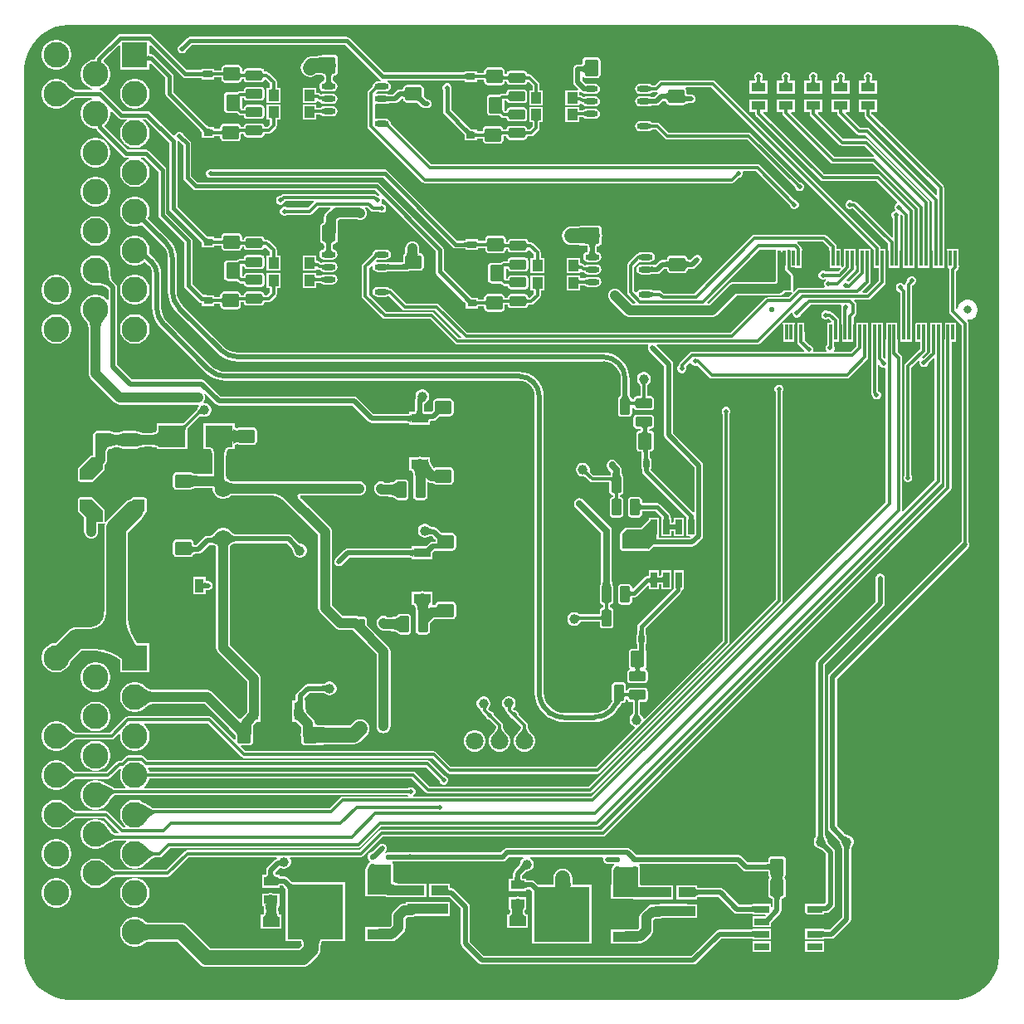
<source format=gtl>
G04*
G04 #@! TF.GenerationSoftware,Altium Limited,Altium Designer,24.1.2 (44)*
G04*
G04 Layer_Physical_Order=1*
G04 Layer_Color=255*
%FSLAX44Y44*%
%MOMM*%
G71*
G04*
G04 #@! TF.SameCoordinates,51AA683D-CA4B-47C4-9456-8286C0F4AF48*
G04*
G04*
G04 #@! TF.FilePolarity,Positive*
G04*
G01*
G75*
%ADD11C,0.3000*%
%ADD16C,0.4000*%
%ADD20R,0.6500X1.5000*%
%ADD21R,1.2000X2.7500*%
%ADD22R,0.3000X1.5500*%
%ADD23O,1.4500X0.6000*%
G04:AMPARAMS|DCode=24|XSize=1.4mm|YSize=1.7mm|CornerRadius=0.175mm|HoleSize=0mm|Usage=FLASHONLY|Rotation=90.000|XOffset=0mm|YOffset=0mm|HoleType=Round|Shape=RoundedRectangle|*
%AMROUNDEDRECTD24*
21,1,1.4000,1.3500,0,0,90.0*
21,1,1.0500,1.7000,0,0,90.0*
1,1,0.3500,0.6750,0.5250*
1,1,0.3500,0.6750,-0.5250*
1,1,0.3500,-0.6750,-0.5250*
1,1,0.3500,-0.6750,0.5250*
%
%ADD24ROUNDEDRECTD24*%
%ADD25R,3.2500X1.7500*%
%ADD26R,0.9500X1.7500*%
%ADD27R,1.7500X3.2500*%
%ADD28R,1.7500X0.9500*%
G04:AMPARAMS|DCode=29|XSize=1mm|YSize=1.7mm|CornerRadius=0.125mm|HoleSize=0mm|Usage=FLASHONLY|Rotation=0.000|XOffset=0mm|YOffset=0mm|HoleType=Round|Shape=RoundedRectangle|*
%AMROUNDEDRECTD29*
21,1,1.0000,1.4500,0,0,0.0*
21,1,0.7500,1.7000,0,0,0.0*
1,1,0.2500,0.3750,-0.7250*
1,1,0.2500,-0.3750,-0.7250*
1,1,0.2500,-0.3750,0.7250*
1,1,0.2500,0.3750,0.7250*
%
%ADD29ROUNDEDRECTD29*%
%ADD30R,2.8000X2.2000*%
G04:AMPARAMS|DCode=31|XSize=1.4mm|YSize=1.7mm|CornerRadius=0.175mm|HoleSize=0mm|Usage=FLASHONLY|Rotation=180.000|XOffset=0mm|YOffset=0mm|HoleType=Round|Shape=RoundedRectangle|*
%AMROUNDEDRECTD31*
21,1,1.4000,1.3500,0,0,180.0*
21,1,1.0500,1.7000,0,0,180.0*
1,1,0.3500,-0.5250,0.6750*
1,1,0.3500,0.5250,0.6750*
1,1,0.3500,0.5250,-0.6750*
1,1,0.3500,-0.5250,-0.6750*
%
%ADD31ROUNDEDRECTD31*%
G04:AMPARAMS|DCode=32|XSize=1mm|YSize=1.7mm|CornerRadius=0.125mm|HoleSize=0mm|Usage=FLASHONLY|Rotation=90.000|XOffset=0mm|YOffset=0mm|HoleType=Round|Shape=RoundedRectangle|*
%AMROUNDEDRECTD32*
21,1,1.0000,1.4500,0,0,90.0*
21,1,0.7500,1.7000,0,0,90.0*
1,1,0.2500,0.7250,0.3750*
1,1,0.2500,0.7250,-0.3750*
1,1,0.2500,-0.7250,-0.3750*
1,1,0.2500,-0.7250,0.3750*
%
%ADD32ROUNDEDRECTD32*%
G04:AMPARAMS|DCode=33|XSize=0.63mm|YSize=0.83mm|CornerRadius=0.0788mm|HoleSize=0mm|Usage=FLASHONLY|Rotation=0.000|XOffset=0mm|YOffset=0mm|HoleType=Round|Shape=RoundedRectangle|*
%AMROUNDEDRECTD33*
21,1,0.6300,0.6725,0,0,0.0*
21,1,0.4725,0.8300,0,0,0.0*
1,1,0.1575,0.2362,-0.3363*
1,1,0.1575,-0.2362,-0.3363*
1,1,0.1575,-0.2362,0.3363*
1,1,0.1575,0.2362,0.3363*
%
%ADD33ROUNDEDRECTD33*%
%ADD34R,1.4000X0.9000*%
%ADD35R,1.5000X0.6500*%
%ADD36R,1.7000X1.0000*%
%ADD37R,2.6000X1.0600*%
%ADD38R,5.7000X5.6320*%
G04:AMPARAMS|DCode=39|XSize=0.5mm|YSize=0.5mm|CornerRadius=0.0875mm|HoleSize=0mm|Usage=FLASHONLY|Rotation=90.000|XOffset=0mm|YOffset=0mm|HoleType=Round|Shape=RoundedRectangle|*
%AMROUNDEDRECTD39*
21,1,0.5000,0.3250,0,0,90.0*
21,1,0.3250,0.5000,0,0,90.0*
1,1,0.1750,0.1625,0.1625*
1,1,0.1750,0.1625,-0.1625*
1,1,0.1750,-0.1625,-0.1625*
1,1,0.1750,-0.1625,0.1625*
%
%ADD39ROUNDEDRECTD39*%
%ADD40R,0.9000X1.4000*%
%ADD41R,0.9000X0.7000*%
%ADD42R,1.0000X1.1500*%
%ADD46C,1.0000*%
%ADD75C,0.5000*%
%ADD76R,1.0000X1.0000*%
%ADD77C,1.0000*%
%ADD78C,1.5000*%
%ADD79C,0.7000*%
%ADD80C,2.0000*%
%ADD81C,0.8250*%
%ADD82C,0.5750*%
%ADD83O,6.0000X10.0000*%
%ADD84C,1.7250*%
%ADD85R,2.6250X2.6250*%
%ADD86C,2.6250*%
%ADD87C,1.8000*%
%ADD88C,6.0000*%
%ADD89C,0.5000*%
G36*
X924025Y925129D02*
X930028Y923521D01*
X935770Y921142D01*
X941152Y918035D01*
X946083Y914251D01*
X950477Y909857D01*
X954261Y904926D01*
X957368Y899544D01*
X959747Y893802D01*
X961355Y887799D01*
X962166Y881637D01*
Y878530D01*
Y-21470D01*
Y-24577D01*
X961355Y-30739D01*
X959747Y-36742D01*
X957368Y-42484D01*
X954261Y-47866D01*
X950478Y-52797D01*
X946083Y-57192D01*
X941152Y-60975D01*
X935770Y-64082D01*
X930028Y-66461D01*
X924025Y-68069D01*
X917863Y-68880D01*
X11649D01*
X5487Y-68069D01*
X-516Y-66461D01*
X-6258Y-64082D01*
X-11640Y-60975D01*
X-16571Y-57192D01*
X-20965Y-52797D01*
X-24749Y-47866D01*
X-27856Y-42484D01*
X-30235Y-36742D01*
X-31843Y-30739D01*
X-32654Y-24577D01*
Y-21470D01*
Y878530D01*
Y881637D01*
X-31843Y887799D01*
X-30235Y893802D01*
X-27856Y899544D01*
X-24749Y904926D01*
X-20965Y909857D01*
X-16571Y914251D01*
X-11640Y918035D01*
X-6258Y921142D01*
X-516Y923521D01*
X5487Y925129D01*
X11649Y925940D01*
X917863D01*
X924025Y925129D01*
D02*
G37*
%LPC*%
G36*
X94782Y916493D02*
X94782Y916493D01*
X65218D01*
X65218Y916493D01*
X63657Y916183D01*
X62334Y915299D01*
X40686Y893651D01*
X39802Y892328D01*
X39492Y890767D01*
X38338Y890381D01*
X35588Y889834D01*
X32836Y888694D01*
X30358Y887038D01*
X28252Y884932D01*
X26596Y882454D01*
X25456Y879702D01*
X24875Y876780D01*
Y873800D01*
X25456Y870878D01*
X26596Y868126D01*
X28252Y865648D01*
X30358Y863542D01*
X32836Y861886D01*
X35588Y860746D01*
X36131Y860638D01*
X36005Y859368D01*
X20430D01*
X20239Y859383D01*
X19535Y859541D01*
X18730Y859825D01*
X17831Y860249D01*
X16845Y860818D01*
X15779Y861536D01*
X14659Y862390D01*
X12148Y864603D01*
X10806Y865928D01*
X10646Y866034D01*
X9642Y867038D01*
X7164Y868694D01*
X4412Y869834D01*
X1490Y870415D01*
X-1490D01*
X-4412Y869834D01*
X-7164Y868694D01*
X-9642Y867038D01*
X-11748Y864932D01*
X-13404Y862454D01*
X-14544Y859702D01*
X-15125Y856780D01*
Y853800D01*
X-14544Y850878D01*
X-13404Y848126D01*
X-11748Y845648D01*
X-9642Y843542D01*
X-7164Y841886D01*
X-4412Y840746D01*
X-1490Y840165D01*
X1490D01*
X4412Y840746D01*
X7164Y841886D01*
X9642Y843542D01*
X10646Y844546D01*
X10806Y844652D01*
X12148Y845976D01*
X14659Y848190D01*
X15780Y849045D01*
X16845Y849762D01*
X17831Y850331D01*
X18730Y850755D01*
X19535Y851039D01*
X20239Y851197D01*
X20430Y851212D01*
X36006D01*
X36131Y849942D01*
X35588Y849834D01*
X32836Y848694D01*
X30358Y847038D01*
X28252Y844932D01*
X26596Y842454D01*
X25456Y839702D01*
X24875Y836780D01*
Y833800D01*
X25456Y830878D01*
X26596Y828126D01*
X28252Y825648D01*
X30358Y823542D01*
X32836Y821886D01*
X35588Y820746D01*
X38510Y820165D01*
X40363D01*
X40489Y819528D01*
X41374Y818205D01*
X68112Y791466D01*
X68112Y791466D01*
X69435Y790582D01*
X70996Y790272D01*
X73327D01*
X73579Y789002D01*
X72836Y788694D01*
X70358Y787038D01*
X68252Y784932D01*
X66596Y782454D01*
X65456Y779702D01*
X64875Y776780D01*
Y773800D01*
X65456Y770878D01*
X66596Y768126D01*
X68252Y765648D01*
X70358Y763542D01*
X72836Y761886D01*
X75588Y760746D01*
X78510Y760165D01*
X81490D01*
X84412Y760746D01*
X87164Y761886D01*
X89642Y763542D01*
X91748Y765648D01*
X93404Y768126D01*
X94544Y770878D01*
X95125Y773800D01*
Y776780D01*
X94544Y779702D01*
X93404Y782454D01*
X91748Y784932D01*
X89642Y787038D01*
X87164Y788694D01*
X86421Y789002D01*
X86673Y790272D01*
X89627D01*
X103922Y775977D01*
Y731946D01*
X103922Y731946D01*
X104232Y730385D01*
X105116Y729062D01*
X130418Y703761D01*
Y659730D01*
X130418Y659730D01*
X130728Y658169D01*
X131612Y656846D01*
X145352Y643106D01*
X145352Y643106D01*
X146675Y642222D01*
X148236Y641912D01*
X148316D01*
Y638990D01*
X161316D01*
Y640883D01*
X161450Y640905D01*
X161634Y640921D01*
X166824D01*
X167009Y640905D01*
X167103Y640890D01*
Y639240D01*
X167394Y637777D01*
X168222Y636536D01*
X169463Y635708D01*
X170926Y635417D01*
X184426D01*
X185889Y635708D01*
X187130Y636536D01*
X187958Y637777D01*
X188249Y639240D01*
Y642820D01*
X188343Y642835D01*
X188528Y642851D01*
X190964D01*
X191148Y642835D01*
X191242Y642820D01*
Y642670D01*
X191495Y641402D01*
X192213Y640327D01*
X193288Y639609D01*
X194556Y639356D01*
X209056D01*
X210324Y639609D01*
X211399Y640327D01*
X212117Y641402D01*
X212370Y642670D01*
Y642820D01*
X212463Y642835D01*
X212648Y642851D01*
X216436D01*
X217802Y643123D01*
X218959Y643897D01*
X224029Y648967D01*
X224803Y650124D01*
X225075Y651490D01*
Y656982D01*
X225091Y657166D01*
X225113Y657300D01*
X228506D01*
Y672800D01*
X214506D01*
Y657300D01*
X217899D01*
X217921Y657166D01*
X217937Y656982D01*
Y652968D01*
X214958Y649989D01*
X212648D01*
X212463Y650005D01*
X212370Y650020D01*
Y650170D01*
X212117Y651438D01*
X211399Y652513D01*
X210324Y653231D01*
X209056Y653484D01*
X194556D01*
X193288Y653231D01*
X192213Y652513D01*
X191495Y651438D01*
X191242Y650170D01*
Y650020D01*
X191148Y650005D01*
X190964Y649989D01*
X188528D01*
X188343Y650005D01*
X188192Y650030D01*
X187958Y651203D01*
X187130Y652444D01*
X185889Y653272D01*
X184426Y653563D01*
X170926D01*
X169463Y653272D01*
X168222Y652444D01*
X167394Y651203D01*
X167103Y649740D01*
Y648090D01*
X167009Y648075D01*
X166824Y648059D01*
X161634D01*
X161450Y648075D01*
X161316Y648097D01*
Y649990D01*
X153710D01*
X153316Y650068D01*
X153316Y650068D01*
X149925D01*
X138574Y661419D01*
Y705450D01*
X138264Y707011D01*
X137380Y708334D01*
X137380Y708334D01*
X112078Y733635D01*
Y777666D01*
X111768Y779227D01*
X110884Y780550D01*
X110884Y780550D01*
X94200Y797234D01*
X92877Y798118D01*
X91316Y798428D01*
X91316Y798428D01*
X72685D01*
X49109Y822005D01*
X49233Y823269D01*
X49642Y823542D01*
X51748Y825648D01*
X53404Y828126D01*
X54544Y830878D01*
X55125Y833800D01*
Y836780D01*
X55096Y836926D01*
X56216Y837525D01*
X63125Y830616D01*
X64448Y829732D01*
X66008Y829422D01*
X66009Y829422D01*
X71639D01*
X72024Y828152D01*
X70358Y827038D01*
X68252Y824932D01*
X66596Y822454D01*
X65456Y819702D01*
X64875Y816780D01*
Y813800D01*
X65456Y810878D01*
X66596Y808126D01*
X68252Y805648D01*
X70358Y803542D01*
X72836Y801886D01*
X75588Y800746D01*
X78510Y800165D01*
X81490D01*
X84412Y800746D01*
X87164Y801886D01*
X89642Y803542D01*
X91748Y805648D01*
X93404Y808126D01*
X94544Y810878D01*
X95125Y813800D01*
Y816780D01*
X94544Y819702D01*
X93404Y822454D01*
X91748Y824932D01*
X89642Y827038D01*
X87975Y828152D01*
X88361Y829422D01*
X91061D01*
X115172Y805311D01*
Y738746D01*
X115172Y738746D01*
X115482Y737185D01*
X116366Y735862D01*
X146781Y705448D01*
X147451Y704727D01*
X147931Y704128D01*
X148297Y703605D01*
X148316Y703572D01*
Y698680D01*
X161316D01*
Y700573D01*
X161450Y700595D01*
X161634Y700611D01*
X168094D01*
X168279Y700595D01*
X168373Y700580D01*
Y698930D01*
X168664Y697467D01*
X169492Y696226D01*
X170733Y695398D01*
X172196Y695107D01*
X185696D01*
X187159Y695398D01*
X188400Y696226D01*
X189228Y697467D01*
X189519Y698930D01*
Y699260D01*
X189613Y699275D01*
X189798Y699291D01*
X190964D01*
X191148Y699275D01*
X191242Y699260D01*
Y699110D01*
X191495Y697842D01*
X192213Y696767D01*
X193288Y696049D01*
X194556Y695796D01*
X209056D01*
X210324Y696049D01*
X211399Y696767D01*
X212117Y697842D01*
X212219Y698354D01*
X213597Y698772D01*
X217937Y694432D01*
Y690418D01*
X217921Y690234D01*
X217899Y690100D01*
X214506D01*
Y674600D01*
X228506D01*
Y690100D01*
X225113D01*
X225091Y690234D01*
X225075Y690418D01*
Y695910D01*
X224803Y697276D01*
X224029Y698433D01*
X217079Y705383D01*
X215922Y706157D01*
X214556Y706429D01*
X212648D01*
X212463Y706445D01*
X212370Y706460D01*
Y706610D01*
X212117Y707878D01*
X211399Y708953D01*
X210324Y709671D01*
X209056Y709924D01*
X194556D01*
X193288Y709671D01*
X192213Y708953D01*
X191495Y707878D01*
X191242Y706610D01*
Y706460D01*
X191148Y706445D01*
X190964Y706429D01*
X189798D01*
X189613Y706445D01*
X189519Y706460D01*
Y709430D01*
X189228Y710893D01*
X188400Y712134D01*
X187159Y712962D01*
X185696Y713253D01*
X172196D01*
X170733Y712962D01*
X169492Y712134D01*
X168664Y710893D01*
X168373Y709430D01*
Y707780D01*
X168279Y707765D01*
X168094Y707749D01*
X161634D01*
X161450Y707765D01*
X161316Y707787D01*
Y709680D01*
X154424D01*
X154391Y709699D01*
X153890Y710049D01*
X152733Y711031D01*
X123328Y740435D01*
Y806828D01*
X123353Y806863D01*
X123696Y807131D01*
X124538Y807431D01*
X129422Y802547D01*
Y769946D01*
X129422Y769946D01*
X129732Y768385D01*
X130616Y767062D01*
X139562Y758116D01*
X139562Y758116D01*
X140885Y757232D01*
X142446Y756922D01*
X142446Y756922D01*
X324907D01*
X329750Y752078D01*
X329030Y751002D01*
X328721Y751130D01*
X327831D01*
X326688Y752273D01*
X325530Y753047D01*
X324165Y753319D01*
X232237D01*
X230872Y753047D01*
X229714Y752273D01*
X228570Y751130D01*
X227681D01*
X226027Y750445D01*
X224761Y749179D01*
X224076Y747525D01*
Y745735D01*
X224761Y744081D01*
X226027Y742815D01*
X227681Y742130D01*
X229471D01*
X231125Y742815D01*
X232391Y744081D01*
X232923Y745365D01*
X233108Y745574D01*
X233715Y746181D01*
X262089D01*
X262615Y744911D01*
X256652Y738949D01*
X235371D01*
X235125Y739195D01*
X233471Y739880D01*
X231681D01*
X230027Y739195D01*
X228761Y737929D01*
X228076Y736275D01*
Y734485D01*
X228761Y732831D01*
X230027Y731565D01*
X231681Y730880D01*
X233471D01*
X235125Y731565D01*
X235364Y731804D01*
X235469Y731811D01*
X258130D01*
X259496Y732083D01*
X260653Y732857D01*
X267388Y739591D01*
X279151D01*
X279637Y738418D01*
X275014Y733795D01*
X273892Y732332D01*
X273186Y730630D01*
X272946Y728802D01*
Y728199D01*
X272881Y726263D01*
X272783Y725285D01*
X272651Y724475D01*
X272499Y723870D01*
X272386Y723570D01*
X271293Y723352D01*
X270052Y722524D01*
X269224Y721283D01*
X268933Y719820D01*
Y706320D01*
X269224Y704857D01*
X270052Y703616D01*
X271293Y702788D01*
X272717Y702504D01*
X272764Y702428D01*
X272879Y702142D01*
X272996Y701705D01*
X273092Y701125D01*
X273128Y700710D01*
Y698310D01*
X273091Y697882D01*
X272994Y697287D01*
X272877Y696840D01*
X272760Y696548D01*
X272724Y696488D01*
X271225Y696190D01*
X269571Y695085D01*
X268466Y693431D01*
X268078Y691480D01*
X268466Y689529D01*
X269571Y687875D01*
X271225Y686770D01*
X273176Y686382D01*
X281676D01*
X283627Y686770D01*
X285281Y687875D01*
X286386Y689529D01*
X286774Y691480D01*
X286386Y693431D01*
X285281Y695085D01*
X283627Y696190D01*
X282729Y696369D01*
X282681Y696450D01*
X282559Y696765D01*
X282439Y697233D01*
X282341Y697847D01*
X282304Y698286D01*
Y700707D01*
X282341Y701122D01*
X282437Y701702D01*
X282553Y702137D01*
X282668Y702421D01*
X282714Y702497D01*
X283256D01*
X284719Y702788D01*
X285960Y703616D01*
X286788Y704857D01*
X287079Y706320D01*
Y719820D01*
X287066Y719886D01*
Y725878D01*
X288788Y727600D01*
X305804D01*
X306226Y727275D01*
X307929Y726570D01*
X309756Y726330D01*
X311583Y726570D01*
X313286Y727275D01*
X314748Y728398D01*
X315870Y729860D01*
X316576Y731563D01*
X316816Y733390D01*
X316576Y735217D01*
X315870Y736920D01*
X314795Y738321D01*
X314874Y738807D01*
X315199Y739591D01*
X317112D01*
X320847Y735857D01*
X322004Y735083D01*
X323370Y734811D01*
X329281D01*
X329527Y734565D01*
X331181Y733880D01*
X332971D01*
X334625Y734565D01*
X335891Y735831D01*
X336576Y737485D01*
Y739275D01*
X335891Y740929D01*
X334625Y742195D01*
X332971Y742880D01*
X332236D01*
X331641Y744081D01*
X332326Y745735D01*
Y747525D01*
X332198Y747834D01*
X333274Y748554D01*
X386958Y694871D01*
Y673970D01*
X386958Y673970D01*
X387268Y672409D01*
X388152Y671086D01*
X416021Y643217D01*
X416691Y642497D01*
X417171Y641898D01*
X417537Y641375D01*
X417556Y641342D01*
Y636450D01*
X430556D01*
Y638343D01*
X430690Y638365D01*
X430874Y638381D01*
X436064D01*
X436249Y638365D01*
X436343Y638350D01*
Y636700D01*
X436634Y635237D01*
X437462Y633996D01*
X438703Y633168D01*
X440166Y632877D01*
X453666D01*
X455129Y633168D01*
X456370Y633996D01*
X457198Y635237D01*
X457489Y636700D01*
Y640280D01*
X457583Y640295D01*
X457768Y640311D01*
X460204D01*
X460388Y640295D01*
X460482Y640280D01*
Y640130D01*
X460735Y638862D01*
X461453Y637787D01*
X462528Y637069D01*
X463796Y636816D01*
X478296D01*
X479564Y637069D01*
X480639Y637787D01*
X481357Y638862D01*
X481610Y640130D01*
Y640280D01*
X481703Y640295D01*
X481888Y640311D01*
X484649D01*
X486014Y640583D01*
X487172Y641357D01*
X493269Y647454D01*
X494043Y648612D01*
X494315Y649977D01*
Y654442D01*
X494331Y654626D01*
X494353Y654760D01*
X497746D01*
Y670260D01*
X483746D01*
Y654760D01*
X487139D01*
X487161Y654626D01*
X487177Y654442D01*
Y651456D01*
X483171Y647449D01*
X481888D01*
X481703Y647465D01*
X481610Y647480D01*
Y647630D01*
X481357Y648898D01*
X480639Y649973D01*
X479564Y650691D01*
X478296Y650944D01*
X463796D01*
X462528Y650691D01*
X461453Y649973D01*
X460735Y648898D01*
X460482Y647630D01*
Y647480D01*
X460388Y647465D01*
X460204Y647449D01*
X457768D01*
X457583Y647465D01*
X457432Y647490D01*
X457198Y648663D01*
X456370Y649904D01*
X455129Y650732D01*
X453666Y651023D01*
X440166D01*
X438703Y650732D01*
X437462Y649904D01*
X436634Y648663D01*
X436343Y647200D01*
Y645550D01*
X436249Y645535D01*
X436064Y645519D01*
X430874D01*
X430690Y645535D01*
X430556Y645557D01*
Y647450D01*
X423664D01*
X423631Y647469D01*
X423130Y647819D01*
X421973Y648801D01*
X395114Y675659D01*
Y696560D01*
X395114Y696560D01*
X394804Y698121D01*
X393920Y699444D01*
X393920Y699444D01*
X329480Y763884D01*
X328157Y764768D01*
X326596Y765078D01*
X326596Y765078D01*
X144135D01*
X137578Y771635D01*
Y804236D01*
X137578Y804236D01*
X137268Y805797D01*
X136384Y807120D01*
X136384Y807120D01*
X129843Y813661D01*
X129421Y814679D01*
X128155Y815945D01*
X126501Y816630D01*
X124711D01*
X123057Y815945D01*
X121791Y814679D01*
X121106Y813025D01*
Y812708D01*
X119836Y812182D01*
X95634Y836384D01*
X94311Y837268D01*
X92750Y837578D01*
X92750Y837578D01*
X67698D01*
X47102Y858174D01*
X45779Y859058D01*
X44218Y859368D01*
X44206Y859410D01*
X44412Y860746D01*
X47164Y861886D01*
X49642Y863542D01*
X51748Y865648D01*
X53404Y868126D01*
X54544Y870878D01*
X55125Y873800D01*
Y876780D01*
X54544Y879702D01*
X53404Y882454D01*
X51748Y884932D01*
X49642Y887038D01*
X48142Y888040D01*
X47952Y889308D01*
X47955Y889384D01*
X63702Y905131D01*
X64875Y904645D01*
Y880165D01*
X95125D01*
Y885847D01*
X96395Y886373D01*
X111368Y871401D01*
Y855310D01*
X111368Y855310D01*
X111678Y853749D01*
X112562Y852426D01*
X146822Y818167D01*
X147534Y817403D01*
X148041Y816777D01*
X148316Y816387D01*
Y810440D01*
X161316D01*
Y812333D01*
X161450Y812355D01*
X161634Y812371D01*
X166824D01*
X167009Y812355D01*
X167103Y812340D01*
Y810690D01*
X167394Y809227D01*
X168222Y807986D01*
X169463Y807158D01*
X170926Y806867D01*
X184426D01*
X185889Y807158D01*
X187130Y807986D01*
X187958Y809227D01*
X188249Y810690D01*
Y814270D01*
X188343Y814285D01*
X188528Y814301D01*
X190964D01*
X191148Y814285D01*
X191242Y814270D01*
Y814120D01*
X191495Y812852D01*
X192213Y811777D01*
X193288Y811059D01*
X194556Y810806D01*
X209056D01*
X210324Y811059D01*
X211399Y811777D01*
X212117Y812852D01*
X212370Y814120D01*
Y814270D01*
X212463Y814285D01*
X212648Y814301D01*
X216436D01*
X217802Y814573D01*
X218959Y815347D01*
X224029Y820417D01*
X224803Y821574D01*
X225075Y822940D01*
Y828432D01*
X225091Y828616D01*
X225113Y828750D01*
X228506D01*
Y844250D01*
X214506D01*
Y828750D01*
X217899D01*
X217921Y828616D01*
X217937Y828432D01*
Y824418D01*
X214958Y821439D01*
X212648D01*
X212463Y821455D01*
X212370Y821470D01*
Y821620D01*
X212117Y822888D01*
X211399Y823963D01*
X210324Y824681D01*
X209056Y824934D01*
X194556D01*
X193288Y824681D01*
X192213Y823963D01*
X191495Y822888D01*
X191242Y821620D01*
Y821470D01*
X191148Y821455D01*
X190964Y821439D01*
X188528D01*
X188343Y821455D01*
X188192Y821480D01*
X187958Y822653D01*
X187130Y823894D01*
X185889Y824722D01*
X184426Y825013D01*
X170926D01*
X169463Y824722D01*
X168222Y823894D01*
X167394Y822653D01*
X167103Y821190D01*
Y819540D01*
X167009Y819525D01*
X166824Y819509D01*
X161634D01*
X161450Y819525D01*
X161316Y819547D01*
Y821440D01*
X155514D01*
X155265Y821582D01*
X154779Y821919D01*
X153678Y822846D01*
X119524Y856999D01*
Y873090D01*
X119524Y873090D01*
X119214Y874651D01*
X118330Y875974D01*
X118330Y875974D01*
X99666Y894638D01*
X98343Y895522D01*
X96782Y895833D01*
X96782Y895833D01*
X95879D01*
X95677Y895849D01*
X95281Y895909D01*
X95125Y895947D01*
Y904645D01*
X96298Y905131D01*
X128683Y872746D01*
X130006Y871862D01*
X131567Y871552D01*
X147418D01*
X147596Y871540D01*
X148064Y871483D01*
X148316Y871433D01*
Y870130D01*
X150303D01*
X150346Y870121D01*
X150390Y870130D01*
X161316D01*
Y872023D01*
X161450Y872045D01*
X161634Y872061D01*
X168094D01*
X168279Y872045D01*
X168373Y872030D01*
Y870380D01*
X168664Y868917D01*
X169492Y867676D01*
X170733Y866848D01*
X172196Y866557D01*
X185696D01*
X187159Y866848D01*
X188400Y867676D01*
X189228Y868917D01*
X189519Y870380D01*
Y870710D01*
X189613Y870725D01*
X189798Y870741D01*
X190964D01*
X191148Y870725D01*
X191242Y870710D01*
Y870560D01*
X191495Y869292D01*
X192213Y868217D01*
X193288Y867499D01*
X194556Y867246D01*
X209056D01*
X210324Y867499D01*
X211399Y868217D01*
X212117Y869292D01*
X212219Y869804D01*
X213597Y870222D01*
X217937Y865882D01*
Y861868D01*
X217921Y861684D01*
X217899Y861550D01*
X214506D01*
Y846050D01*
X228506D01*
Y861550D01*
X225113D01*
X225091Y861684D01*
X225075Y861868D01*
Y867360D01*
X224803Y868726D01*
X224029Y869883D01*
X217079Y876833D01*
X215922Y877607D01*
X214556Y877879D01*
X212648D01*
X212463Y877895D01*
X212370Y877910D01*
Y878060D01*
X212117Y879328D01*
X211399Y880403D01*
X210324Y881121D01*
X209056Y881374D01*
X194556D01*
X193288Y881121D01*
X192213Y880403D01*
X191495Y879328D01*
X191242Y878060D01*
Y877910D01*
X191148Y877895D01*
X190964Y877879D01*
X189798D01*
X189613Y877895D01*
X189519Y877910D01*
Y880880D01*
X189228Y882343D01*
X188400Y883584D01*
X187159Y884412D01*
X185696Y884703D01*
X172196D01*
X170733Y884412D01*
X169492Y883584D01*
X168664Y882343D01*
X168373Y880880D01*
Y879230D01*
X168279Y879215D01*
X168094Y879199D01*
X161634D01*
X161450Y879215D01*
X161316Y879237D01*
Y881130D01*
X150390D01*
X150346Y881139D01*
X150303Y881130D01*
X148316D01*
Y879827D01*
X148095Y879783D01*
X147279Y879708D01*
X133256D01*
X97666Y915299D01*
X96343Y916183D01*
X96084Y916234D01*
X94782Y916493D01*
D02*
G37*
G36*
X296028Y913568D02*
X296028Y913568D01*
X136606D01*
X136606Y913568D01*
X135045Y913258D01*
X133722Y912374D01*
X133722Y912374D01*
X126615Y905266D01*
X125597Y904845D01*
X124331Y903579D01*
X123646Y901925D01*
Y900135D01*
X124331Y898481D01*
X125597Y897215D01*
X127251Y896530D01*
X129041D01*
X130695Y897215D01*
X131961Y898481D01*
X132382Y899499D01*
X138295Y905412D01*
X294338D01*
X329544Y870206D01*
X329544Y870206D01*
X330867Y869322D01*
X330988Y869298D01*
X330863Y868028D01*
X327676D01*
X325725Y867640D01*
X324071Y866535D01*
X322966Y864881D01*
X322872Y864405D01*
X322862Y864389D01*
X322844Y864265D01*
X322832Y864208D01*
X322775Y864061D01*
X322727Y863790D01*
X322675Y863596D01*
X322599Y863385D01*
X322498Y863158D01*
X322368Y862914D01*
X322206Y862654D01*
X322026Y862400D01*
X321663Y861964D01*
X318653Y858953D01*
X317879Y857796D01*
X317607Y856430D01*
Y822138D01*
X317879Y820772D01*
X318653Y819614D01*
X373110Y765157D01*
X374268Y764383D01*
X375634Y764111D01*
X689476D01*
X690842Y764383D01*
X691999Y765157D01*
X696383Y769540D01*
X696731D01*
X698385Y770225D01*
X699651Y771491D01*
X700336Y773145D01*
Y774935D01*
X700137Y775415D01*
X700843Y776471D01*
X713748D01*
X748486Y741733D01*
Y741385D01*
X749171Y739731D01*
X750437Y738465D01*
X752091Y737780D01*
X753881D01*
X755535Y738465D01*
X756801Y739731D01*
X757486Y741385D01*
Y743175D01*
X756801Y744829D01*
X755535Y746095D01*
X753881Y746780D01*
X753543D01*
X753464Y746849D01*
X717749Y782563D01*
X716592Y783337D01*
X715226Y783609D01*
X382444D01*
X342164Y823889D01*
X342055Y824008D01*
X341841Y824278D01*
X341646Y824554D01*
X341484Y824814D01*
X341354Y825058D01*
X341253Y825285D01*
X341177Y825496D01*
X341125Y825690D01*
X341077Y825961D01*
X341020Y826108D01*
X341008Y826165D01*
X340990Y826289D01*
X340980Y826305D01*
X340886Y826781D01*
X339781Y828435D01*
X338127Y829540D01*
X336176Y829928D01*
X327676D01*
X326015Y829597D01*
X324745Y830296D01*
Y844764D01*
X326015Y845462D01*
X327676Y845132D01*
X336176D01*
X337409Y845377D01*
X337583Y845398D01*
X337692Y845434D01*
X337790Y845453D01*
X341120Y845642D01*
X345316D01*
X347072Y845991D01*
X348560Y846986D01*
X352273Y850698D01*
X352418Y850685D01*
X352997Y850589D01*
X353432Y850473D01*
X353716Y850358D01*
X353793Y850311D01*
Y850060D01*
X354084Y848597D01*
X354912Y847356D01*
X356153Y846528D01*
X357616Y846237D01*
X367978D01*
X368091Y846172D01*
X368753Y845709D01*
X370234Y844454D01*
X372782Y841906D01*
X374270Y840911D01*
X376026Y840562D01*
X378336D01*
X378779Y840650D01*
X379231D01*
X379649Y840823D01*
X380092Y840911D01*
X380468Y841162D01*
X380885Y841335D01*
X381204Y841655D01*
X381580Y841906D01*
X381831Y842281D01*
X382151Y842601D01*
X382324Y843018D01*
X382575Y843394D01*
X382663Y843837D01*
X382836Y844255D01*
Y844707D01*
X382924Y845150D01*
X382836Y845593D01*
Y846045D01*
X382663Y846463D01*
X382575Y846906D01*
X382324Y847282D01*
X382151Y847699D01*
X381831Y848018D01*
X381580Y848394D01*
X381204Y848645D01*
X380885Y848965D01*
X380468Y849138D01*
X380092Y849389D01*
X379649Y849477D01*
X379231Y849650D01*
X378779D01*
X378336Y849738D01*
X377926D01*
X376962Y850703D01*
X376104Y851626D01*
X375483Y852400D01*
X375004Y853085D01*
X374939Y853198D01*
Y860560D01*
X374648Y862023D01*
X373820Y863264D01*
X372579Y864092D01*
X371116Y864383D01*
X357616D01*
X356153Y864092D01*
X354912Y863264D01*
X354084Y862023D01*
X353793Y860560D01*
Y860309D01*
X353717Y860263D01*
X353432Y860147D01*
X352997Y860031D01*
X352418Y859935D01*
X352003Y859898D01*
X350396D01*
X348640Y859549D01*
X347152Y858554D01*
X343415Y854818D01*
X340186D01*
X339021Y854864D01*
X338124Y854948D01*
X337973Y854970D01*
X337692Y855026D01*
X337583Y855062D01*
X337409Y855083D01*
X336176Y855328D01*
X327676D01*
X326728Y855139D01*
X326103Y856310D01*
X326978Y857185D01*
X327231Y857409D01*
X327646Y857739D01*
X327780Y857832D01*
X336176D01*
X338127Y858220D01*
X339781Y859325D01*
X340886Y860979D01*
X341274Y862930D01*
X340886Y864881D01*
X339781Y866535D01*
X338127Y867640D01*
X337615Y867742D01*
X337741Y869012D01*
X415388D01*
X415566Y869000D01*
X416034Y868943D01*
X416286Y868893D01*
Y867590D01*
X418273D01*
X418316Y867581D01*
X418360Y867590D01*
X429286D01*
Y869483D01*
X429420Y869505D01*
X429604Y869521D01*
X436064D01*
X436249Y869505D01*
X436343Y869490D01*
Y867840D01*
X436634Y866377D01*
X437462Y865136D01*
X438703Y864308D01*
X440166Y864017D01*
X453666D01*
X455129Y864308D01*
X456370Y865136D01*
X457198Y866377D01*
X457489Y867840D01*
Y868170D01*
X457583Y868185D01*
X457768Y868201D01*
X458934D01*
X459118Y868185D01*
X459212Y868170D01*
Y868020D01*
X459465Y866752D01*
X460183Y865677D01*
X461258Y864959D01*
X462526Y864706D01*
X477026D01*
X478294Y864959D01*
X479369Y865677D01*
X480087Y866752D01*
X480189Y867264D01*
X481567Y867682D01*
X485907Y863342D01*
Y859328D01*
X485891Y859144D01*
X485869Y859010D01*
X482476D01*
Y843510D01*
X496476D01*
Y859010D01*
X493083D01*
X493061Y859144D01*
X493045Y859328D01*
Y864820D01*
X492773Y866186D01*
X491999Y867343D01*
X485049Y874293D01*
X483892Y875067D01*
X482526Y875339D01*
X480618D01*
X480434Y875355D01*
X480340Y875370D01*
Y875520D01*
X480087Y876788D01*
X479369Y877863D01*
X478294Y878581D01*
X477026Y878834D01*
X462526D01*
X461258Y878581D01*
X460183Y877863D01*
X459465Y876788D01*
X459212Y875520D01*
Y875370D01*
X459118Y875355D01*
X458934Y875339D01*
X457768D01*
X457583Y875355D01*
X457489Y875370D01*
Y878340D01*
X457198Y879803D01*
X456370Y881044D01*
X455129Y881872D01*
X453666Y882163D01*
X440166D01*
X438703Y881872D01*
X437462Y881044D01*
X436634Y879803D01*
X436343Y878340D01*
Y876690D01*
X436249Y876675D01*
X436064Y876659D01*
X429604D01*
X429420Y876675D01*
X429286Y876697D01*
Y878590D01*
X418360D01*
X418316Y878599D01*
X418273Y878590D01*
X416286D01*
Y877287D01*
X416065Y877243D01*
X415249Y877168D01*
X334117D01*
X298911Y912374D01*
X297588Y913258D01*
X297330Y913309D01*
X296028Y913568D01*
D02*
G37*
G36*
X1490Y910415D02*
X-1490D01*
X-4412Y909834D01*
X-7164Y908694D01*
X-9642Y907038D01*
X-11748Y904932D01*
X-13404Y902454D01*
X-14544Y899702D01*
X-15125Y896780D01*
Y893800D01*
X-14544Y890878D01*
X-13404Y888126D01*
X-11748Y885648D01*
X-9642Y883542D01*
X-7164Y881886D01*
X-4412Y880746D01*
X-1490Y880165D01*
X1490D01*
X4412Y880746D01*
X7164Y881886D01*
X9642Y883542D01*
X11748Y885648D01*
X13404Y888126D01*
X14544Y890878D01*
X15125Y893800D01*
Y896780D01*
X14544Y899702D01*
X13404Y902454D01*
X11748Y904932D01*
X9642Y907038D01*
X7164Y908694D01*
X4412Y909834D01*
X1490Y910415D01*
D02*
G37*
G36*
X551226Y892553D02*
X540726D01*
X539263Y892262D01*
X538022Y891434D01*
X537194Y890193D01*
X536903Y888730D01*
Y885709D01*
X536827Y885663D01*
X536542Y885547D01*
X536107Y885431D01*
X535528Y885335D01*
X535113Y885298D01*
X532006D01*
X531563Y885210D01*
X531111D01*
X530693Y885037D01*
X530250Y884949D01*
X529874Y884698D01*
X529457Y884525D01*
X529137Y884205D01*
X528762Y883954D01*
X528511Y883578D01*
X528191Y883259D01*
X528018Y882842D01*
X527767Y882466D01*
X527679Y882023D01*
X527506Y881605D01*
Y881153D01*
X527418Y880710D01*
Y866950D01*
X527767Y865194D01*
X528762Y863706D01*
X532187Y860280D01*
X531661Y859010D01*
X519276D01*
Y843510D01*
X533276D01*
Y844695D01*
X534546Y845368D01*
X535146Y844967D01*
X536512Y844695D01*
X537133D01*
X537541Y844085D01*
X539195Y842980D01*
X541146Y842592D01*
X549646D01*
X551597Y842980D01*
X553251Y844085D01*
X554356Y845739D01*
X554744Y847690D01*
X554356Y849641D01*
X553251Y851295D01*
X551597Y852400D01*
X549646Y852788D01*
X541146D01*
X539195Y852400D01*
X538429Y851888D01*
X537961Y851861D01*
X537069Y852753D01*
X535912Y853527D01*
X534546Y853799D01*
X533594D01*
X533410Y853815D01*
X533276Y853837D01*
Y857395D01*
X534546Y857921D01*
X535130Y857337D01*
X536619Y856342D01*
X536869Y856293D01*
X536889Y856276D01*
X537370Y856018D01*
X537702Y855917D01*
X538029Y855799D01*
X538339Y855752D01*
X538573Y855763D01*
X538806Y855735D01*
X538967Y855781D01*
X539039Y855784D01*
X539195Y855680D01*
X541146Y855292D01*
X549646D01*
X551597Y855680D01*
X553251Y856785D01*
X554356Y858439D01*
X554744Y860390D01*
X554356Y862341D01*
X553251Y863995D01*
X551597Y865100D01*
X549646Y865488D01*
X541146D01*
X540491Y865358D01*
X539928Y865738D01*
X538574Y866871D01*
X536594Y868850D01*
Y872378D01*
X537864Y872763D01*
X538022Y872526D01*
X539263Y871698D01*
X540726Y871407D01*
X551226D01*
X552689Y871698D01*
X553930Y872526D01*
X554758Y873767D01*
X555049Y875230D01*
Y888730D01*
X554758Y890193D01*
X553930Y891434D01*
X552689Y892262D01*
X551226Y892553D01*
D02*
G37*
G36*
X669736Y869039D02*
X617096D01*
X615730Y868767D01*
X614573Y867993D01*
X610538Y863959D01*
X609045D01*
X608884Y863966D01*
X608541Y864005D01*
X608209Y864062D01*
X607911Y864132D01*
X607646Y864213D01*
X607414Y864301D01*
X607212Y864397D01*
X607037Y864498D01*
X606811Y864656D01*
X606667Y864719D01*
X606097Y865100D01*
X604146Y865488D01*
X595646D01*
X593695Y865100D01*
X592041Y863995D01*
X590936Y862341D01*
X590548Y860390D01*
X590936Y858439D01*
X592041Y856785D01*
X593695Y855680D01*
X595646Y855292D01*
X604146D01*
X606097Y855680D01*
X606667Y856061D01*
X606811Y856124D01*
X607037Y856282D01*
X607212Y856383D01*
X607414Y856479D01*
X607646Y856568D01*
X607911Y856648D01*
X608209Y856718D01*
X608516Y856770D01*
X609081Y856821D01*
X612016D01*
X613128Y857042D01*
X613852Y856014D01*
X610116Y852278D01*
X608156D01*
X606991Y852324D01*
X606094Y852408D01*
X605943Y852430D01*
X605662Y852486D01*
X605553Y852522D01*
X605379Y852543D01*
X604146Y852788D01*
X595646D01*
X593695Y852400D01*
X592041Y851295D01*
X590936Y849641D01*
X590548Y847690D01*
X590936Y845739D01*
X592041Y844085D01*
X593695Y842980D01*
X595646Y842592D01*
X604146D01*
X605379Y842837D01*
X605553Y842858D01*
X605662Y842894D01*
X605760Y842913D01*
X609090Y843102D01*
X612016D01*
X613772Y843451D01*
X615260Y844446D01*
X618997Y848182D01*
X619973D01*
X620388Y848145D01*
X620967Y848049D01*
X621402Y847933D01*
X621686Y847818D01*
X621763Y847771D01*
Y847520D01*
X622054Y846057D01*
X622882Y844816D01*
X624123Y843988D01*
X625586Y843697D01*
X639086D01*
X640549Y843988D01*
X641790Y844816D01*
X641908Y844994D01*
X641997Y845101D01*
X642023Y845122D01*
X642145Y845193D01*
X642374Y845291D01*
X642712Y845395D01*
X643152Y845493D01*
X643667Y845572D01*
X644588Y845642D01*
X647576D01*
X648019Y845730D01*
X648471D01*
X648889Y845903D01*
X649332Y845991D01*
X649708Y846242D01*
X650125Y846415D01*
X650444Y846735D01*
X650820Y846986D01*
X651071Y847361D01*
X651391Y847681D01*
X651564Y848098D01*
X651815Y848474D01*
X651903Y848917D01*
X652076Y849335D01*
Y849787D01*
X652164Y850230D01*
X652076Y850673D01*
Y851125D01*
X651903Y851543D01*
X651815Y851986D01*
X651564Y852362D01*
X651391Y852779D01*
X651071Y853099D01*
X650820Y853474D01*
X650444Y853725D01*
X650125Y854045D01*
X649708Y854218D01*
X649332Y854469D01*
X648889Y854557D01*
X648471Y854730D01*
X648019D01*
X647576Y854818D01*
X644667D01*
X644237Y854855D01*
X643642Y854952D01*
X643201Y855069D01*
X642919Y855182D01*
X642909Y855188D01*
Y858020D01*
X642618Y859483D01*
X641851Y860631D01*
X641958Y861102D01*
X642313Y861901D01*
X668258D01*
X833677Y696482D01*
Y685700D01*
X833746Y685355D01*
Y677920D01*
X838677D01*
Y664528D01*
X826517Y652368D01*
X822770D01*
X822284Y653541D01*
X829769Y661027D01*
X830543Y662184D01*
X830815Y663550D01*
Y685700D01*
X830746Y686045D01*
Y697420D01*
X818747D01*
X818746Y697305D01*
Y686045D01*
X818677Y685700D01*
Y674028D01*
X807819Y663170D01*
X807375Y663615D01*
X806618Y663928D01*
X806320Y665426D01*
X814769Y673876D01*
X815543Y675034D01*
X815815Y676399D01*
Y687670D01*
X815746Y688015D01*
Y697420D01*
X803746D01*
Y688015D01*
X803677Y687670D01*
Y679948D01*
X802016Y678287D01*
X800746Y678813D01*
Y697420D01*
X795815D01*
Y699210D01*
X795543Y700576D01*
X794769Y701733D01*
X785989Y710513D01*
X784832Y711287D01*
X783466Y711559D01*
X712490D01*
X711124Y711287D01*
X709967Y710513D01*
X650982Y651529D01*
X620018D01*
X618183Y653363D01*
X617026Y654137D01*
X615660Y654409D01*
X610315D01*
X610154Y654416D01*
X609811Y654455D01*
X609479Y654512D01*
X609181Y654582D01*
X608916Y654663D01*
X608684Y654751D01*
X608482Y654847D01*
X608307Y654948D01*
X608082Y655106D01*
X607937Y655169D01*
X607367Y655550D01*
X605416Y655938D01*
X596916D01*
X594965Y655550D01*
X593311Y654445D01*
X592370Y653036D01*
X590978Y652632D01*
X589319Y654292D01*
Y678772D01*
X594852Y684305D01*
X594965Y684230D01*
X596916Y683842D01*
X605416D01*
X607367Y684230D01*
X609021Y685335D01*
X610126Y686989D01*
X610514Y688940D01*
X610126Y690891D01*
X609021Y692545D01*
X607367Y693650D01*
X605416Y694038D01*
X596916D01*
X594965Y693650D01*
X593311Y692545D01*
X592756Y691714D01*
X592500Y691663D01*
X591343Y690889D01*
X583227Y682773D01*
X582453Y681616D01*
X582181Y680250D01*
Y652814D01*
X582453Y651448D01*
X583227Y650290D01*
X590823Y642694D01*
X590337Y641520D01*
X588140D01*
X575098Y654562D01*
X573636Y655685D01*
X571933Y656390D01*
X570106Y656630D01*
X568279Y656390D01*
X566576Y655685D01*
X565114Y654562D01*
X563992Y653100D01*
X563286Y651397D01*
X563046Y649570D01*
X563286Y647743D01*
X563992Y646040D01*
X565114Y644578D01*
X580224Y629468D01*
X581686Y628345D01*
X583389Y627640D01*
X585216Y627400D01*
X669150D01*
X670978Y627640D01*
X672681Y628345D01*
X674143Y629468D01*
X694100Y649425D01*
X737041D01*
X738868Y649665D01*
X740571Y650370D01*
X742033Y651492D01*
X743429Y652888D01*
X749645D01*
X750425Y653043D01*
X751149Y652000D01*
X746888Y647739D01*
X725866D01*
X724500Y647467D01*
X723343Y646693D01*
X688098Y611449D01*
X419554D01*
X390499Y640503D01*
X389342Y641277D01*
X387976Y641549D01*
X356704D01*
X342828Y655425D01*
X341670Y656199D01*
X340304Y656470D01*
X340125D01*
X339781Y656985D01*
X338127Y658090D01*
X336176Y658478D01*
X327676D01*
X325725Y658090D01*
X324071Y656985D01*
X322966Y655331D01*
X322578Y653380D01*
X322966Y651429D01*
X324071Y649775D01*
X325725Y648670D01*
X327676Y648282D01*
X336176D01*
X338127Y648670D01*
X338943Y649216D01*
X352703Y635457D01*
X353860Y634683D01*
X355226Y634411D01*
X386498D01*
X413287Y607622D01*
X412801Y606449D01*
X410783D01*
X385578Y631653D01*
X384421Y632427D01*
X383055Y632699D01*
X336554D01*
X318895Y650358D01*
Y677652D01*
X321596Y680353D01*
X322767Y679728D01*
X322578Y678780D01*
X322966Y676829D01*
X324071Y675175D01*
X325725Y674070D01*
X327676Y673682D01*
X336176D01*
X337409Y673927D01*
X337583Y673948D01*
X337692Y673984D01*
X337790Y674003D01*
X341120Y674192D01*
X357786D01*
X359542Y674541D01*
X359909Y674787D01*
X371116D01*
X372579Y675078D01*
X373820Y675906D01*
X374648Y677147D01*
X374939Y678610D01*
Y689110D01*
X374648Y690573D01*
X373820Y691814D01*
X372579Y692642D01*
X371116Y692933D01*
X370611D01*
X370551Y693109D01*
X370415Y693699D01*
X370302Y694455D01*
X370156Y696537D01*
Y697830D01*
X369916Y699657D01*
X369211Y701360D01*
X368088Y702822D01*
X366626Y703944D01*
X364923Y704650D01*
X363096Y704890D01*
X361269Y704650D01*
X359566Y703944D01*
X358104Y702822D01*
X356982Y701360D01*
X356276Y699657D01*
X356036Y697830D01*
Y696620D01*
X355911Y694699D01*
X355807Y693923D01*
X355678Y693256D01*
X355535Y692727D01*
X355390Y692345D01*
X355270Y692116D01*
X355209Y692035D01*
X355086Y691929D01*
X354912Y691814D01*
X354084Y690573D01*
X353793Y689110D01*
Y683686D01*
X353631Y683622D01*
X353176Y683504D01*
X352555Y683406D01*
X352095Y683368D01*
X340186D01*
X339021Y683414D01*
X338124Y683497D01*
X337973Y683521D01*
X337692Y683576D01*
X337583Y683612D01*
X337409Y683633D01*
X336176Y683878D01*
X327676D01*
X326728Y683689D01*
X326103Y684860D01*
X326978Y685735D01*
X327231Y685959D01*
X327646Y686289D01*
X327780Y686382D01*
X336176D01*
X338127Y686770D01*
X339781Y687875D01*
X340886Y689529D01*
X341274Y691480D01*
X340886Y693431D01*
X339781Y695085D01*
X338127Y696190D01*
X336176Y696578D01*
X327676D01*
X325725Y696190D01*
X324071Y695085D01*
X322966Y693431D01*
X322872Y692955D01*
X322862Y692939D01*
X322844Y692815D01*
X322832Y692758D01*
X322775Y692611D01*
X322727Y692340D01*
X322675Y692146D01*
X322599Y691935D01*
X322498Y691708D01*
X322368Y691464D01*
X322206Y691204D01*
X322026Y690950D01*
X321663Y690514D01*
X312803Y681653D01*
X312029Y680496D01*
X311757Y679130D01*
Y648880D01*
X312029Y647514D01*
X312803Y646357D01*
X332553Y626607D01*
X333710Y625833D01*
X335076Y625561D01*
X381577D01*
X406782Y600357D01*
X407939Y599583D01*
X409305Y599311D01*
X603357D01*
X603599Y599075D01*
X604100Y598041D01*
X604088Y598012D01*
X603837Y597636D01*
X603749Y597192D01*
X603576Y596775D01*
Y596323D01*
X603488Y595880D01*
X603576Y595437D01*
Y594985D01*
X603749Y594567D01*
X603837Y594124D01*
X604088Y593748D01*
X604261Y593331D01*
X604581Y593011D01*
X604832Y592636D01*
X620128Y577340D01*
Y506980D01*
X620477Y505224D01*
X621472Y503736D01*
X650712Y474496D01*
Y428685D01*
X649442Y428159D01*
X606109Y471492D01*
X606228Y472748D01*
X606844Y473670D01*
X607061Y474757D01*
Y481483D01*
X606844Y482570D01*
X606541Y483024D01*
X606536Y483037D01*
X606518Y483058D01*
X606228Y483492D01*
X606024Y483628D01*
X606016Y483638D01*
X605836Y483778D01*
X605770Y483847D01*
X605694Y483949D01*
X605610Y484098D01*
X605523Y484304D01*
X605440Y484570D01*
X605367Y484900D01*
X605310Y485292D01*
X605299Y485425D01*
Y489372D01*
X605326Y489672D01*
X605397Y490102D01*
X605478Y490407D01*
X605836D01*
X607299Y490698D01*
X608540Y491526D01*
X609368Y492767D01*
X609659Y494230D01*
Y507730D01*
X609368Y509193D01*
X608540Y510434D01*
X607299Y511262D01*
X605836Y511553D01*
X605358D01*
X604789Y512590D01*
X605358Y513626D01*
X606566D01*
X607834Y513879D01*
X608909Y514597D01*
X609627Y515672D01*
X609880Y516940D01*
Y524440D01*
X609627Y525708D01*
X608909Y526783D01*
X607834Y527501D01*
X606566Y527754D01*
X592066D01*
X590798Y527501D01*
X589723Y526783D01*
X589005Y525708D01*
X588752Y524440D01*
Y516940D01*
X589005Y515672D01*
X589723Y514597D01*
X590798Y513879D01*
X592066Y513626D01*
X595814D01*
X596383Y512590D01*
X595814Y511553D01*
X595336D01*
X593873Y511262D01*
X592632Y510434D01*
X591804Y509193D01*
X591513Y507730D01*
Y494230D01*
X591804Y492767D01*
X592632Y491526D01*
X593873Y490698D01*
X595336Y490407D01*
X596964D01*
X597045Y490102D01*
X597116Y489672D01*
X597143Y489372D01*
Y484405D01*
X597116Y483835D01*
X597040Y483069D01*
X597003Y482847D01*
X596977Y482734D01*
X596868Y482570D01*
X596651Y481483D01*
Y474757D01*
X596868Y473670D01*
X597484Y472748D01*
X597559Y472697D01*
X597576Y472650D01*
X597635Y472419D01*
X597686Y472137D01*
X597778Y470979D01*
Y469977D01*
X597778Y469977D01*
X598088Y468417D01*
X598972Y467094D01*
X641910Y424155D01*
X642300Y423000D01*
X642300D01*
X642300Y423000D01*
Y421013D01*
X642291Y420970D01*
X642300Y420926D01*
Y404000D01*
X645983D01*
X646622Y402730D01*
X646331Y402338D01*
X614539D01*
Y404000D01*
X614700D01*
Y423000D01*
X604200D01*
Y420584D01*
X596405Y412789D01*
X581750D01*
X580970Y412634D01*
X580308Y412192D01*
X575808Y407692D01*
X575366Y407030D01*
X575211Y406250D01*
Y391250D01*
X575366Y390470D01*
X575808Y389808D01*
X576470Y389366D01*
X577250Y389211D01*
X602704D01*
X603220Y388866D01*
X604000Y388711D01*
X604780Y388866D01*
X605442Y389308D01*
X605442Y389308D01*
X609296Y393162D01*
X648914D01*
X650670Y393511D01*
X652158Y394506D01*
X658544Y400892D01*
X659539Y402380D01*
X659888Y404136D01*
Y476396D01*
X659539Y478152D01*
X658544Y479640D01*
X629304Y508881D01*
Y579240D01*
X628955Y580996D01*
X627960Y582484D01*
X612403Y598041D01*
X612929Y599311D01*
X715076D01*
X716442Y599583D01*
X717599Y600357D01*
X749808Y632565D01*
X751026Y631987D01*
Y630650D01*
X751711Y628996D01*
X752977Y627730D01*
X754631Y627045D01*
X756421D01*
X758075Y627730D01*
X759341Y628996D01*
X760026Y630650D01*
Y630988D01*
X760095Y631067D01*
X769259Y640231D01*
X800153D01*
X800859Y639175D01*
X800660Y638695D01*
Y636904D01*
X801192Y635620D01*
X801209Y635342D01*
Y630938D01*
X801177Y630781D01*
Y610200D01*
X801246Y609855D01*
Y602438D01*
X801246Y602420D01*
X813246D01*
Y609855D01*
X813315Y610200D01*
Y627232D01*
X815523Y629441D01*
X816297Y630598D01*
X816569Y631964D01*
Y640000D01*
X816297Y641366D01*
X815523Y642523D01*
X813989Y644058D01*
X814475Y645231D01*
X827996D01*
X829361Y645503D01*
X830519Y646276D01*
X844769Y660527D01*
X845543Y661684D01*
X845815Y663050D01*
Y685700D01*
X845746Y686045D01*
Y697420D01*
X840815D01*
Y697960D01*
X840543Y699326D01*
X839769Y700483D01*
X672259Y867993D01*
X671102Y868767D01*
X669736Y869039D01*
D02*
G37*
G36*
X283256Y895093D02*
X272756D01*
X271293Y894802D01*
X270454Y894242D01*
X263568Y893812D01*
X261206D01*
X258726Y893485D01*
X256415Y892528D01*
X254431Y891005D01*
X252181Y888755D01*
X250658Y886771D01*
X249701Y884460D01*
X249374Y881980D01*
X249701Y879500D01*
X250658Y877189D01*
X252181Y875204D01*
X254165Y873682D01*
X256476Y872725D01*
X258956Y872398D01*
X261436Y872725D01*
X263747Y873682D01*
X265006Y874648D01*
X266312D01*
X269749Y874619D01*
X270791Y874573D01*
X271293Y874238D01*
X272717Y873954D01*
X272764Y873878D01*
X272879Y873592D01*
X272996Y873156D01*
X273092Y872575D01*
X273128Y872160D01*
Y869760D01*
X273091Y869332D01*
X272994Y868737D01*
X272877Y868290D01*
X272760Y867998D01*
X272724Y867938D01*
X271225Y867640D01*
X269571Y866535D01*
X268466Y864881D01*
X268078Y862930D01*
X268466Y860979D01*
X269571Y859325D01*
X271225Y858220D01*
X273176Y857832D01*
X281676D01*
X283627Y858220D01*
X285281Y859325D01*
X286386Y860979D01*
X286774Y862930D01*
X286386Y864881D01*
X285281Y866535D01*
X283627Y867640D01*
X282729Y867819D01*
X282681Y867900D01*
X282559Y868215D01*
X282439Y868683D01*
X282341Y869297D01*
X282304Y869736D01*
Y872157D01*
X282341Y872572D01*
X282437Y873152D01*
X282553Y873587D01*
X282668Y873871D01*
X282714Y873947D01*
X283256D01*
X284719Y874238D01*
X285960Y875066D01*
X286788Y876307D01*
X287079Y877770D01*
Y882570D01*
X287298Y884230D01*
X287079Y885890D01*
Y891270D01*
X286788Y892733D01*
X285960Y893974D01*
X284719Y894802D01*
X283256Y895093D01*
D02*
G37*
G36*
X829021Y877250D02*
X827231D01*
X825577Y876565D01*
X824311Y875299D01*
X823626Y873645D01*
Y871855D01*
X824311Y870201D01*
X824550Y869962D01*
X824552Y869936D01*
X824377Y868680D01*
X819126D01*
Y855680D01*
X837126D01*
Y868680D01*
X831733D01*
X831711Y868814D01*
X831695Y868998D01*
Y869955D01*
X831941Y870201D01*
X832626Y871855D01*
Y873645D01*
X831941Y875299D01*
X830675Y876565D01*
X829021Y877250D01*
D02*
G37*
G36*
X801081D02*
X799291D01*
X797637Y876565D01*
X796371Y875299D01*
X795686Y873645D01*
Y871855D01*
X796371Y870201D01*
X796610Y869962D01*
X796612Y869936D01*
X796437Y868680D01*
X791186D01*
Y855680D01*
X809186D01*
Y868680D01*
X803793D01*
X803771Y868814D01*
X803755Y868998D01*
Y869955D01*
X804001Y870201D01*
X804686Y871855D01*
Y873645D01*
X804001Y875299D01*
X802735Y876565D01*
X801081Y877250D01*
D02*
G37*
G36*
X773141D02*
X771351D01*
X769697Y876565D01*
X768431Y875299D01*
X767746Y873645D01*
Y871855D01*
X768431Y870201D01*
X768670Y869962D01*
X768672Y869936D01*
X768497Y868680D01*
X763246D01*
Y855680D01*
X781246D01*
Y868680D01*
X775853D01*
X775831Y868814D01*
X775815Y868998D01*
Y869955D01*
X776061Y870201D01*
X776746Y871855D01*
Y873645D01*
X776061Y875299D01*
X774795Y876565D01*
X773141Y877250D01*
D02*
G37*
G36*
X745201D02*
X743411D01*
X741757Y876565D01*
X740491Y875299D01*
X739806Y873645D01*
Y871855D01*
X740491Y870201D01*
X740730Y869962D01*
X740732Y869936D01*
X740557Y868680D01*
X735306D01*
Y855680D01*
X753306D01*
Y868680D01*
X747913D01*
X747891Y868814D01*
X747875Y868998D01*
Y869955D01*
X748121Y870201D01*
X748806Y871855D01*
Y873645D01*
X748121Y875299D01*
X746855Y876565D01*
X745201Y877250D01*
D02*
G37*
G36*
X717261D02*
X715471D01*
X713817Y876565D01*
X712551Y875299D01*
X711866Y873645D01*
Y871855D01*
X712551Y870201D01*
X712790Y869962D01*
X712792Y869936D01*
X712617Y868680D01*
X707366D01*
Y855680D01*
X725366D01*
Y868680D01*
X719973D01*
X719951Y868814D01*
X719935Y868998D01*
Y869955D01*
X720181Y870201D01*
X720866Y871855D01*
Y873645D01*
X720181Y875299D01*
X718915Y876565D01*
X717261Y877250D01*
D02*
G37*
G36*
X209056Y862374D02*
X194556D01*
X193288Y862121D01*
X192213Y861403D01*
X191495Y860328D01*
X191242Y859060D01*
Y858136D01*
X191149Y858120D01*
X190964Y858104D01*
X186967D01*
X185601Y857833D01*
X184444Y857059D01*
X184378Y856993D01*
X174966D01*
X173503Y856702D01*
X172262Y855874D01*
X171434Y854633D01*
X171143Y853170D01*
Y839670D01*
X171434Y838207D01*
X172262Y836966D01*
X173503Y836138D01*
X174966Y835847D01*
X184257D01*
X185192Y835033D01*
X185878Y834347D01*
X187036Y833573D01*
X188401Y833301D01*
X190964D01*
X191148Y833285D01*
X191242Y833270D01*
Y833120D01*
X191495Y831852D01*
X192213Y830777D01*
X193288Y830059D01*
X194556Y829806D01*
X209056D01*
X210324Y830059D01*
X211399Y830777D01*
X212117Y831852D01*
X212370Y833120D01*
Y840620D01*
X212117Y841888D01*
X211399Y842963D01*
X210324Y843681D01*
X209056Y843934D01*
X194556D01*
X193288Y843681D01*
X192213Y842963D01*
X191495Y841888D01*
X191242Y840620D01*
Y840470D01*
X191148Y840455D01*
X190964Y840439D01*
X189895D01*
X189572Y840798D01*
X189333Y841097D01*
X189289Y841159D01*
Y850967D01*
X190967D01*
X191151Y850951D01*
X191371Y850915D01*
X191495Y850292D01*
X192213Y849217D01*
X193288Y848499D01*
X194556Y848246D01*
X209056D01*
X210324Y848499D01*
X211399Y849217D01*
X212117Y850292D01*
X212370Y851560D01*
Y859060D01*
X212117Y860328D01*
X211399Y861403D01*
X210324Y862121D01*
X209056Y862374D01*
D02*
G37*
G36*
X477026Y859834D02*
X462526D01*
X461258Y859581D01*
X460183Y858863D01*
X459465Y857788D01*
X459212Y856520D01*
Y855596D01*
X459119Y855580D01*
X458934Y855564D01*
X454937D01*
X453571Y855293D01*
X452414Y854519D01*
X452348Y854453D01*
X442936D01*
X441473Y854162D01*
X440232Y853334D01*
X439404Y852093D01*
X439113Y850630D01*
Y837130D01*
X439404Y835667D01*
X440232Y834426D01*
X441473Y833598D01*
X442936Y833307D01*
X452227D01*
X453162Y832493D01*
X453848Y831807D01*
X455006Y831033D01*
X456371Y830761D01*
X458934D01*
X459118Y830745D01*
X459212Y830730D01*
Y830580D01*
X459465Y829312D01*
X460183Y828237D01*
X461258Y827519D01*
X462526Y827266D01*
X477026D01*
X478294Y827519D01*
X479369Y828237D01*
X480087Y829312D01*
X480340Y830580D01*
Y838080D01*
X480087Y839348D01*
X479369Y840423D01*
X478294Y841141D01*
X477026Y841394D01*
X462526D01*
X461258Y841141D01*
X460183Y840423D01*
X459465Y839348D01*
X459212Y838080D01*
Y837930D01*
X459118Y837915D01*
X458934Y837899D01*
X457865D01*
X457542Y838258D01*
X457303Y838557D01*
X457259Y838619D01*
Y848427D01*
X458937D01*
X459121Y848411D01*
X459341Y848375D01*
X459465Y847752D01*
X460183Y846677D01*
X461258Y845959D01*
X462526Y845706D01*
X477026D01*
X478294Y845959D01*
X479369Y846677D01*
X480087Y847752D01*
X480340Y849020D01*
Y856520D01*
X480087Y857788D01*
X479369Y858863D01*
X478294Y859581D01*
X477026Y859834D01*
D02*
G37*
G36*
X265306Y861550D02*
X251306D01*
Y846050D01*
X265306D01*
Y847235D01*
X266576Y847908D01*
X267176Y847507D01*
X268542Y847235D01*
X269163D01*
X269571Y846625D01*
X271225Y845520D01*
X273176Y845132D01*
X281676D01*
X283627Y845520D01*
X285281Y846625D01*
X286386Y848279D01*
X286774Y850230D01*
X286386Y852181D01*
X285281Y853835D01*
X283627Y854940D01*
X281676Y855328D01*
X273176D01*
X271225Y854940D01*
X270459Y854428D01*
X269991Y854401D01*
X269099Y855293D01*
X267942Y856067D01*
X266576Y856339D01*
X265624D01*
X265440Y856355D01*
X265306Y856377D01*
Y861550D01*
D02*
G37*
G36*
X81490Y870415D02*
X78510D01*
X75588Y869834D01*
X72836Y868694D01*
X70358Y867038D01*
X68252Y864932D01*
X66596Y862454D01*
X65456Y859702D01*
X64875Y856780D01*
Y853800D01*
X65456Y850878D01*
X66596Y848126D01*
X68252Y845648D01*
X70358Y843542D01*
X72836Y841886D01*
X75588Y840746D01*
X78510Y840165D01*
X81490D01*
X84412Y840746D01*
X87164Y841886D01*
X89642Y843542D01*
X91748Y845648D01*
X93404Y848126D01*
X94544Y850878D01*
X95125Y853800D01*
Y856780D01*
X94544Y859702D01*
X93404Y862454D01*
X91748Y864932D01*
X89642Y867038D01*
X87164Y868694D01*
X84412Y869834D01*
X81490Y870415D01*
D02*
G37*
G36*
X265306Y844250D02*
X251306D01*
Y828750D01*
X265306D01*
Y833923D01*
X265440Y833945D01*
X265624Y833961D01*
X268276D01*
X268438Y833954D01*
X268780Y833915D01*
X269113Y833857D01*
X269411Y833788D01*
X269676Y833707D01*
X269908Y833619D01*
X270110Y833523D01*
X270285Y833422D01*
X270511Y833265D01*
X270655Y833201D01*
X271225Y832820D01*
X273176Y832432D01*
X281676D01*
X283627Y832820D01*
X285281Y833925D01*
X286386Y835579D01*
X286774Y837530D01*
X286386Y839481D01*
X285281Y841135D01*
X283627Y842240D01*
X281676Y842628D01*
X273176D01*
X271225Y842240D01*
X270655Y841859D01*
X270511Y841795D01*
X270285Y841638D01*
X270110Y841537D01*
X269908Y841441D01*
X269676Y841352D01*
X269411Y841272D01*
X269113Y841202D01*
X268806Y841150D01*
X268241Y841099D01*
X265624D01*
X265440Y841115D01*
X265306Y841137D01*
Y844250D01*
D02*
G37*
G36*
X533276Y841710D02*
X519276D01*
Y826210D01*
X533276D01*
Y831383D01*
X533410Y831405D01*
X533594Y831421D01*
X536246D01*
X536408Y831414D01*
X536750Y831375D01*
X537083Y831318D01*
X537381Y831248D01*
X537646Y831167D01*
X537878Y831079D01*
X538080Y830983D01*
X538255Y830882D01*
X538480Y830725D01*
X538625Y830661D01*
X539195Y830280D01*
X541146Y829892D01*
X549646D01*
X551597Y830280D01*
X553251Y831385D01*
X554356Y833039D01*
X554744Y834990D01*
X554356Y836941D01*
X553251Y838595D01*
X551597Y839700D01*
X549646Y840088D01*
X541146D01*
X539195Y839700D01*
X538624Y839319D01*
X538480Y839255D01*
X538255Y839098D01*
X538080Y838997D01*
X537878Y838901D01*
X537646Y838812D01*
X537381Y838732D01*
X537083Y838662D01*
X536776Y838610D01*
X536211Y838559D01*
X533594D01*
X533410Y838575D01*
X533276Y838597D01*
Y841710D01*
D02*
G37*
G36*
X399551Y866160D02*
X397761D01*
X396107Y865475D01*
X394841Y864209D01*
X394156Y862555D01*
Y860765D01*
X394578Y859747D01*
Y837530D01*
X394578Y837530D01*
X394888Y835969D01*
X395772Y834646D01*
X414791Y815627D01*
X415504Y814863D01*
X416011Y814237D01*
X416286Y813847D01*
Y807900D01*
X429286D01*
Y809793D01*
X429420Y809815D01*
X429604Y809831D01*
X434794D01*
X434979Y809815D01*
X435073Y809800D01*
Y808150D01*
X435364Y806687D01*
X436192Y805446D01*
X437433Y804618D01*
X438896Y804327D01*
X452396D01*
X453859Y804618D01*
X455100Y805446D01*
X455928Y806687D01*
X456219Y808150D01*
Y811730D01*
X456313Y811745D01*
X456498Y811761D01*
X458934D01*
X459118Y811745D01*
X459212Y811730D01*
Y811580D01*
X459465Y810312D01*
X460183Y809237D01*
X461258Y808519D01*
X462526Y808266D01*
X477026D01*
X478294Y808519D01*
X479369Y809237D01*
X480087Y810312D01*
X480340Y811580D01*
Y811730D01*
X480434Y811745D01*
X480618Y811761D01*
X484406D01*
X485772Y812033D01*
X486929Y812807D01*
X491999Y817877D01*
X492773Y819034D01*
X493045Y820400D01*
Y825892D01*
X493061Y826076D01*
X493083Y826210D01*
X496476D01*
Y841710D01*
X482476D01*
Y826210D01*
X485869D01*
X485891Y826076D01*
X485907Y825892D01*
Y821878D01*
X482928Y818899D01*
X480618D01*
X480434Y818915D01*
X480340Y818930D01*
Y819080D01*
X480087Y820348D01*
X479369Y821423D01*
X478294Y822141D01*
X477026Y822394D01*
X462526D01*
X461258Y822141D01*
X460183Y821423D01*
X459465Y820348D01*
X459212Y819080D01*
Y818930D01*
X459118Y818915D01*
X458934Y818899D01*
X456498D01*
X456313Y818915D01*
X456162Y818940D01*
X455928Y820113D01*
X455100Y821354D01*
X453859Y822182D01*
X452396Y822473D01*
X438896D01*
X437433Y822182D01*
X436192Y821354D01*
X435364Y820113D01*
X435073Y818650D01*
Y817000D01*
X434979Y816985D01*
X434794Y816969D01*
X429604D01*
X429420Y816985D01*
X429286Y817007D01*
Y818900D01*
X423770D01*
X423431Y819083D01*
X422861Y819460D01*
X420506Y821448D01*
X402734Y839219D01*
Y859747D01*
X403156Y860765D01*
Y862555D01*
X402471Y864209D01*
X401205Y865475D01*
X399551Y866160D01*
D02*
G37*
G36*
X781246Y849680D02*
X763246D01*
Y836680D01*
X768637D01*
X768662Y836533D01*
X768677Y836354D01*
Y835004D01*
X768949Y833638D01*
X769723Y832481D01*
X798977Y803227D01*
X800134Y802453D01*
X801500Y802181D01*
X824522D01*
X834115Y792589D01*
X833589Y791319D01*
X793934D01*
X749746Y835507D01*
X750232Y836680D01*
X753306D01*
Y849680D01*
X735306D01*
Y836680D01*
X740726D01*
X740727Y836671D01*
X740737Y836548D01*
Y835900D01*
X741009Y834534D01*
X741783Y833377D01*
X789933Y785227D01*
X791090Y784453D01*
X792456Y784181D01*
X832772D01*
X878677Y738276D01*
Y687670D01*
X878746Y687325D01*
Y679589D01*
X878749Y679309D01*
X878799Y678614D01*
X878828Y678431D01*
X878864Y678272D01*
X878907Y678138D01*
X878957Y678028D01*
X879013Y677942D01*
X879035Y677920D01*
X890685D01*
X890699Y678019D01*
X890734Y678459D01*
X890746Y678997D01*
Y687325D01*
X890815Y687670D01*
Y744504D01*
X890543Y745870D01*
X889769Y747027D01*
X828523Y808273D01*
X827366Y809047D01*
X826000Y809319D01*
X802978D01*
X776887Y835410D01*
X777413Y836680D01*
X781246D01*
Y849680D01*
D02*
G37*
G36*
X41490Y810415D02*
X38510D01*
X35588Y809834D01*
X32836Y808694D01*
X30358Y807038D01*
X28252Y804932D01*
X26596Y802454D01*
X25456Y799702D01*
X24875Y796780D01*
Y793800D01*
X25456Y790878D01*
X26596Y788126D01*
X28252Y785648D01*
X30358Y783542D01*
X32836Y781886D01*
X35588Y780746D01*
X38510Y780165D01*
X41490D01*
X44412Y780746D01*
X47164Y781886D01*
X49642Y783542D01*
X51748Y785648D01*
X53404Y788126D01*
X54544Y790878D01*
X55125Y793800D01*
Y796780D01*
X54544Y799702D01*
X53404Y802454D01*
X51748Y804932D01*
X49642Y807038D01*
X47164Y808694D01*
X44412Y809834D01*
X41490Y810415D01*
D02*
G37*
G36*
X604146Y827388D02*
X595646D01*
X593695Y827000D01*
X592041Y825895D01*
X590936Y824241D01*
X590548Y822290D01*
X590936Y820339D01*
X592041Y818685D01*
X593695Y817580D01*
X595646Y817192D01*
X604146D01*
X606097Y817580D01*
X606667Y817961D01*
X606811Y818025D01*
X607037Y818182D01*
X607212Y818283D01*
X607414Y818379D01*
X607646Y818467D01*
X607911Y818548D01*
X608209Y818617D01*
X608516Y818670D01*
X609081Y818721D01*
X611808D01*
X620923Y809607D01*
X622080Y808833D01*
X623446Y808561D01*
X705098D01*
X753826Y759833D01*
Y759485D01*
X754511Y757831D01*
X755777Y756565D01*
X757431Y755880D01*
X759221D01*
X760875Y756565D01*
X762141Y757831D01*
X762826Y759485D01*
Y761275D01*
X762141Y762929D01*
X760875Y764195D01*
X759221Y764880D01*
X758883D01*
X758804Y764949D01*
X709099Y814653D01*
X707942Y815427D01*
X706576Y815699D01*
X624924D01*
X615809Y824813D01*
X614652Y825587D01*
X613286Y825859D01*
X609045D01*
X608884Y825865D01*
X608541Y825905D01*
X608209Y825963D01*
X607911Y826032D01*
X607646Y826113D01*
X607414Y826201D01*
X607212Y826297D01*
X607037Y826398D01*
X606811Y826555D01*
X606667Y826619D01*
X606097Y827000D01*
X604146Y827388D01*
D02*
G37*
G36*
X837126Y849680D02*
X819126D01*
Y836680D01*
X824517D01*
X824542Y836533D01*
X824557Y836354D01*
Y833624D01*
X824829Y832258D01*
X825603Y831101D01*
X898677Y758026D01*
Y752279D01*
X897504Y751793D01*
X829773Y819523D01*
X828616Y820297D01*
X827250Y820569D01*
X820228D01*
X805290Y835507D01*
X805776Y836680D01*
X809186D01*
Y849680D01*
X791186D01*
Y836680D01*
X796577D01*
X796602Y836533D01*
X796617Y836354D01*
Y835564D01*
X796889Y834198D01*
X797663Y833041D01*
X816227Y814477D01*
X817384Y813703D01*
X818750Y813431D01*
X825772D01*
X893677Y745526D01*
Y687670D01*
X893746Y687325D01*
Y678740D01*
D01*
X893748Y678458D01*
X893784Y677920D01*
X905685D01*
X905699Y678019D01*
X905734Y678459D01*
X905746Y678997D01*
Y687325D01*
X905815Y687670D01*
Y759504D01*
X905543Y760870D01*
X904769Y762027D01*
X831695Y835102D01*
Y836354D01*
X831710Y836533D01*
X831735Y836680D01*
X837126D01*
Y849680D01*
D02*
G37*
G36*
X41490Y770415D02*
X38510D01*
X35588Y769834D01*
X32836Y768694D01*
X30358Y767038D01*
X28252Y764932D01*
X26596Y762454D01*
X25456Y759702D01*
X24875Y756780D01*
Y753800D01*
X25456Y750878D01*
X26596Y748126D01*
X28252Y745648D01*
X30358Y743542D01*
X32836Y741886D01*
X35588Y740746D01*
X38510Y740165D01*
X41490D01*
X44412Y740746D01*
X47164Y741886D01*
X49642Y743542D01*
X51748Y745648D01*
X53404Y748126D01*
X54544Y750878D01*
X55125Y753800D01*
Y756780D01*
X54544Y759702D01*
X53404Y762454D01*
X51748Y764932D01*
X49642Y767038D01*
X47164Y768694D01*
X44412Y769834D01*
X41490Y770415D01*
D02*
G37*
G36*
X725366Y849680D02*
X707366D01*
Y836680D01*
X712757D01*
X712782Y836533D01*
X712797Y836354D01*
Y835340D01*
X713069Y833974D01*
X713843Y832817D01*
X779433Y767227D01*
X780590Y766453D01*
X781956Y766181D01*
X836657D01*
X857842Y744996D01*
X857594Y743751D01*
X857114Y743552D01*
X855848Y742286D01*
X855163Y740632D01*
Y738842D01*
X855848Y737188D01*
X855886Y737150D01*
X855799Y736614D01*
X855454Y735786D01*
X854027Y735195D01*
X852761Y733929D01*
X852076Y732275D01*
Y730485D01*
X852761Y728831D01*
X853677Y727915D01*
Y709029D01*
X852504Y708543D01*
X816393Y744653D01*
X815236Y745427D01*
X813870Y745699D01*
X812621D01*
X812375Y745945D01*
X810721Y746630D01*
X808931D01*
X807277Y745945D01*
X806011Y744679D01*
X805326Y743025D01*
Y741235D01*
X806011Y739581D01*
X807277Y738315D01*
X808931Y737630D01*
X810721D01*
X812375Y738315D01*
X812507Y738447D01*
X848677Y702276D01*
Y685700D01*
X848746Y685355D01*
Y677920D01*
X860746D01*
Y685355D01*
X860815Y685700D01*
Y729854D01*
X861076Y730485D01*
Y731481D01*
X862346Y732007D01*
X863677Y730676D01*
Y685700D01*
X863746Y685355D01*
Y677920D01*
X875708D01*
X875723Y678104D01*
X875745Y678799D01*
X875746Y679078D01*
Y687325D01*
X875815Y687670D01*
Y735639D01*
X875543Y737005D01*
X874769Y738162D01*
X840658Y772273D01*
X839501Y773047D01*
X838135Y773319D01*
X783434D01*
X721246Y835507D01*
X721732Y836680D01*
X725366D01*
Y849680D01*
D02*
G37*
G36*
X41490Y730415D02*
X38510D01*
X35588Y729834D01*
X32836Y728694D01*
X30358Y727038D01*
X28252Y724932D01*
X26596Y722454D01*
X25456Y719702D01*
X24875Y716780D01*
Y713800D01*
X25456Y710878D01*
X26596Y708126D01*
X28252Y705648D01*
X30358Y703542D01*
X32836Y701886D01*
X35588Y700746D01*
X38510Y700165D01*
X41490D01*
X44412Y700746D01*
X47164Y701886D01*
X49642Y703542D01*
X51748Y705648D01*
X53404Y708126D01*
X54544Y710878D01*
X55125Y713800D01*
Y716780D01*
X54544Y719702D01*
X53404Y722454D01*
X51748Y724932D01*
X49642Y727038D01*
X47164Y728694D01*
X44412Y729834D01*
X41490Y730415D01*
D02*
G37*
G36*
X653926Y690988D02*
X653483Y690900D01*
X653031D01*
X652614Y690727D01*
X652170Y690639D01*
X651794Y690388D01*
X651377Y690215D01*
X651057Y689895D01*
X650682Y689644D01*
X646945Y685908D01*
X645969D01*
X645554Y685945D01*
X644975Y686041D01*
X644540Y686157D01*
X644256Y686273D01*
X644179Y686319D01*
Y686570D01*
X643888Y688033D01*
X643060Y689274D01*
X641819Y690102D01*
X640356Y690393D01*
X626856D01*
X625393Y690102D01*
X624152Y689274D01*
X623324Y688033D01*
X623033Y686570D01*
Y686319D01*
X622957Y686273D01*
X622672Y686157D01*
X622237Y686041D01*
X621658Y685945D01*
X621243Y685908D01*
X618366D01*
X616610Y685559D01*
X615122Y684564D01*
X611385Y680828D01*
X609426D01*
X608261Y680874D01*
X607364Y680957D01*
X607213Y680981D01*
X606932Y681036D01*
X606823Y681072D01*
X606649Y681093D01*
X605416Y681338D01*
X596916D01*
X594965Y680950D01*
X593311Y679845D01*
X592206Y678191D01*
X591818Y676240D01*
X592206Y674289D01*
X593311Y672635D01*
X594965Y671530D01*
X596916Y671142D01*
X605416D01*
X606649Y671387D01*
X606823Y671408D01*
X606932Y671444D01*
X607030Y671463D01*
X610360Y671652D01*
X613286D01*
X615042Y672001D01*
X616530Y672996D01*
X620266Y676732D01*
X621243D01*
X621658Y676695D01*
X622237Y676599D01*
X622672Y676483D01*
X622956Y676367D01*
X623033Y676321D01*
Y676070D01*
X623324Y674607D01*
X624152Y673366D01*
X625393Y672538D01*
X626856Y672247D01*
X640356D01*
X641819Y672538D01*
X643060Y673366D01*
X643888Y674607D01*
X644179Y676070D01*
Y676321D01*
X644256Y676367D01*
X644540Y676483D01*
X644975Y676599D01*
X645554Y676695D01*
X645969Y676732D01*
X648846D01*
X650602Y677081D01*
X652090Y678076D01*
X657170Y683156D01*
X657421Y683531D01*
X657741Y683851D01*
X657914Y684268D01*
X658165Y684644D01*
X658253Y685088D01*
X658426Y685505D01*
Y685957D01*
X658514Y686400D01*
X658426Y686843D01*
Y687295D01*
X658253Y687712D01*
X658165Y688156D01*
X657914Y688532D01*
X657741Y688949D01*
X657421Y689268D01*
X657170Y689644D01*
X656795Y689895D01*
X656475Y690215D01*
X656058Y690388D01*
X655682Y690639D01*
X655238Y690727D01*
X654821Y690900D01*
X654369D01*
X653926Y690988D01*
D02*
G37*
G36*
X552496Y721103D02*
X541996D01*
X541130Y720931D01*
X526369Y720112D01*
X525656D01*
X523176Y719786D01*
X520865Y718828D01*
X518881Y717305D01*
X517358Y715321D01*
X516400Y713010D01*
X516074Y710530D01*
X516400Y708050D01*
X517358Y705739D01*
X518881Y703755D01*
X520865Y702232D01*
X523176Y701274D01*
X525656Y700948D01*
X529737D01*
X536650Y700775D01*
X539143Y700576D01*
X539912Y700466D01*
X540307Y700377D01*
X540396Y700339D01*
X540533Y700248D01*
X541654Y700024D01*
X541710Y699932D01*
X541827Y699638D01*
X541945Y699193D01*
X542041Y698603D01*
X542078Y698181D01*
Y695769D01*
X542041Y695339D01*
X541944Y694742D01*
X541826Y694290D01*
X541707Y693992D01*
X541643Y693884D01*
X540465Y693650D01*
X538811Y692545D01*
X537706Y690891D01*
X537318Y688940D01*
X537706Y686989D01*
X538811Y685335D01*
X540465Y684230D01*
X542416Y683842D01*
X550916D01*
X552867Y684230D01*
X554521Y685335D01*
X555626Y686989D01*
X556014Y688940D01*
X555626Y690891D01*
X554521Y692545D01*
X552867Y693650D01*
X551689Y693884D01*
X551625Y693992D01*
X551506Y694290D01*
X551388Y694742D01*
X551291Y695339D01*
X551254Y695769D01*
Y698170D01*
X551291Y698588D01*
X551387Y699168D01*
X551503Y699605D01*
X551618Y699888D01*
X551660Y699957D01*
X552496D01*
X553959Y700248D01*
X555200Y701076D01*
X556028Y702317D01*
X556319Y703780D01*
Y707611D01*
X556502Y708050D01*
X556828Y710530D01*
X556502Y713010D01*
X556319Y713449D01*
Y717280D01*
X556028Y718743D01*
X555200Y719984D01*
X553959Y720812D01*
X552496Y721103D01*
D02*
G37*
G36*
X209056Y690924D02*
X194556D01*
X193288Y690671D01*
X192213Y689953D01*
X191495Y688878D01*
X191242Y687610D01*
Y686686D01*
X191149Y686670D01*
X190964Y686654D01*
X186967D01*
X185601Y686383D01*
X184444Y685609D01*
X184378Y685543D01*
X174966D01*
X173503Y685252D01*
X172262Y684424D01*
X171434Y683183D01*
X171143Y681720D01*
Y668220D01*
X171434Y666757D01*
X172262Y665516D01*
X173503Y664688D01*
X174966Y664397D01*
X184257D01*
X185192Y663583D01*
X185878Y662897D01*
X187036Y662123D01*
X188401Y661851D01*
X190964D01*
X191148Y661835D01*
X191242Y661820D01*
Y661670D01*
X191495Y660402D01*
X192213Y659327D01*
X193288Y658609D01*
X194556Y658356D01*
X209056D01*
X210324Y658609D01*
X211399Y659327D01*
X212117Y660402D01*
X212370Y661670D01*
Y669170D01*
X212117Y670438D01*
X211399Y671513D01*
X210324Y672231D01*
X209056Y672484D01*
X194556D01*
X193288Y672231D01*
X192213Y671513D01*
X191495Y670438D01*
X191242Y669170D01*
Y669020D01*
X191148Y669005D01*
X190964Y668989D01*
X189895D01*
X189572Y669348D01*
X189333Y669647D01*
X189289Y669709D01*
Y679517D01*
X190967D01*
X191151Y679501D01*
X191371Y679465D01*
X191495Y678842D01*
X192213Y677767D01*
X193288Y677049D01*
X194556Y676796D01*
X209056D01*
X210324Y677049D01*
X211399Y677767D01*
X212117Y678842D01*
X212370Y680110D01*
Y687610D01*
X212117Y688878D01*
X211399Y689953D01*
X210324Y690671D01*
X209056Y690924D01*
D02*
G37*
G36*
X478296Y688384D02*
X463796D01*
X462528Y688131D01*
X461453Y687413D01*
X460735Y686338D01*
X460482Y685070D01*
Y684146D01*
X460389Y684130D01*
X460204Y684114D01*
X456207D01*
X454841Y683843D01*
X453684Y683069D01*
X453618Y683003D01*
X444206D01*
X442743Y682712D01*
X441502Y681884D01*
X440674Y680643D01*
X440383Y679180D01*
Y665680D01*
X440674Y664217D01*
X441502Y662976D01*
X442743Y662148D01*
X444206Y661857D01*
X453497D01*
X454432Y661043D01*
X455118Y660357D01*
X456276Y659583D01*
X457641Y659311D01*
X460204D01*
X460388Y659295D01*
X460482Y659280D01*
Y659130D01*
X460735Y657862D01*
X461453Y656787D01*
X462528Y656069D01*
X463796Y655816D01*
X478296D01*
X479564Y656069D01*
X480639Y656787D01*
X481357Y657862D01*
X481610Y659130D01*
Y666630D01*
X481357Y667898D01*
X480639Y668973D01*
X479564Y669691D01*
X478296Y669944D01*
X463796D01*
X462528Y669691D01*
X461453Y668973D01*
X460735Y667898D01*
X460482Y666630D01*
Y666480D01*
X460388Y666465D01*
X460204Y666449D01*
X459135D01*
X458812Y666808D01*
X458573Y667107D01*
X458529Y667169D01*
Y676977D01*
X460207D01*
X460391Y676961D01*
X460611Y676925D01*
X460735Y676302D01*
X461453Y675227D01*
X462528Y674509D01*
X463796Y674256D01*
X478296D01*
X479564Y674509D01*
X480639Y675227D01*
X481357Y676302D01*
X481610Y677570D01*
Y685070D01*
X481357Y686338D01*
X480639Y687413D01*
X479564Y688131D01*
X478296Y688384D01*
D02*
G37*
G36*
X265306Y690100D02*
X251306D01*
Y674600D01*
X265306D01*
Y675785D01*
X266576Y676458D01*
X267176Y676057D01*
X268542Y675785D01*
X269163D01*
X269571Y675175D01*
X271225Y674070D01*
X273176Y673682D01*
X281676D01*
X283627Y674070D01*
X285281Y675175D01*
X286386Y676829D01*
X286774Y678780D01*
X286386Y680731D01*
X285281Y682385D01*
X283627Y683490D01*
X281676Y683878D01*
X273176D01*
X271225Y683490D01*
X270459Y682978D01*
X269991Y682951D01*
X269099Y683843D01*
X267942Y684617D01*
X266576Y684889D01*
X265624D01*
X265440Y684905D01*
X265306Y684927D01*
Y690100D01*
D02*
G37*
G36*
X158251Y778530D02*
X156461D01*
X154807Y777845D01*
X153541Y776579D01*
X152856Y774925D01*
Y773135D01*
X153541Y771481D01*
X154807Y770215D01*
X156461Y769530D01*
X158251D01*
X159269Y769952D01*
X333467D01*
X404662Y698756D01*
X404662Y698756D01*
X405985Y697872D01*
X407546Y697562D01*
X407546Y697562D01*
X416658D01*
X416836Y697550D01*
X417304Y697493D01*
X417556Y697443D01*
Y696140D01*
X419543D01*
X419586Y696131D01*
X419630Y696140D01*
X430556D01*
Y698033D01*
X430690Y698055D01*
X430874Y698071D01*
X437334D01*
X437519Y698055D01*
X437613Y698040D01*
Y696390D01*
X437904Y694927D01*
X438732Y693686D01*
X439973Y692858D01*
X441436Y692567D01*
X454936D01*
X456399Y692858D01*
X457640Y693686D01*
X458468Y694927D01*
X458759Y696390D01*
Y696720D01*
X458853Y696735D01*
X459038Y696751D01*
X460204D01*
X460388Y696735D01*
X460482Y696720D01*
Y696570D01*
X460735Y695302D01*
X461453Y694227D01*
X462528Y693509D01*
X463796Y693256D01*
X478296D01*
X479564Y693509D01*
X480639Y694227D01*
X481357Y695302D01*
X481459Y695814D01*
X482837Y696232D01*
X487177Y691892D01*
Y687878D01*
X487161Y687694D01*
X487139Y687560D01*
X483746D01*
Y672060D01*
X497746D01*
Y687560D01*
X494353D01*
X494331Y687694D01*
X494315Y687878D01*
Y693370D01*
X494043Y694736D01*
X493269Y695893D01*
X486319Y702843D01*
X485162Y703617D01*
X483796Y703889D01*
X481888D01*
X481703Y703905D01*
X481610Y703920D01*
Y704070D01*
X481357Y705338D01*
X480639Y706413D01*
X479564Y707131D01*
X478296Y707384D01*
X463796D01*
X462528Y707131D01*
X461453Y706413D01*
X460735Y705338D01*
X460482Y704070D01*
Y703920D01*
X460388Y703905D01*
X460204Y703889D01*
X459038D01*
X458853Y703905D01*
X458759Y703920D01*
Y706890D01*
X458468Y708353D01*
X457640Y709594D01*
X456399Y710422D01*
X454936Y710713D01*
X441436D01*
X439973Y710422D01*
X438732Y709594D01*
X437904Y708353D01*
X437613Y706890D01*
Y705240D01*
X437519Y705225D01*
X437334Y705209D01*
X430874D01*
X430690Y705225D01*
X430556Y705247D01*
Y707140D01*
X419630D01*
X419586Y707149D01*
X419543Y707140D01*
X417556D01*
Y705837D01*
X417335Y705793D01*
X416519Y705718D01*
X409235D01*
X338040Y776914D01*
X336717Y777798D01*
X335156Y778108D01*
X335156Y778108D01*
X159269D01*
X158251Y778530D01*
D02*
G37*
G36*
X534546Y687560D02*
X520546D01*
Y672060D01*
X534546D01*
Y673245D01*
X535816Y673918D01*
X536416Y673517D01*
X537782Y673245D01*
X538404D01*
X538811Y672635D01*
X540465Y671530D01*
X542416Y671142D01*
X550916D01*
X552867Y671530D01*
X554521Y672635D01*
X555626Y674289D01*
X556014Y676240D01*
X555626Y678191D01*
X554521Y679845D01*
X552867Y680950D01*
X550916Y681338D01*
X542416D01*
X540465Y680950D01*
X539699Y680438D01*
X539231Y680411D01*
X538339Y681303D01*
X537182Y682077D01*
X535816Y682349D01*
X534864D01*
X534680Y682365D01*
X534546Y682387D01*
Y687560D01*
D02*
G37*
G36*
X265306Y672800D02*
X251306D01*
Y657300D01*
X265306D01*
Y662473D01*
X265440Y662495D01*
X265624Y662511D01*
X268276D01*
X268438Y662504D01*
X268780Y662465D01*
X269113Y662408D01*
X269411Y662338D01*
X269676Y662257D01*
X269908Y662169D01*
X270110Y662073D01*
X270285Y661972D01*
X270511Y661815D01*
X270655Y661751D01*
X271225Y661370D01*
X273176Y660982D01*
X281676D01*
X283627Y661370D01*
X285281Y662475D01*
X286386Y664129D01*
X286774Y666080D01*
X286386Y668031D01*
X285281Y669685D01*
X283627Y670790D01*
X281676Y671178D01*
X273176D01*
X271225Y670790D01*
X270655Y670409D01*
X270511Y670345D01*
X270285Y670188D01*
X270110Y670087D01*
X269908Y669991D01*
X269676Y669902D01*
X269411Y669822D01*
X269113Y669753D01*
X268806Y669700D01*
X268241Y669649D01*
X265624D01*
X265440Y669665D01*
X265306Y669687D01*
Y672800D01*
D02*
G37*
G36*
X873645Y669000D02*
X871855D01*
X870201Y668315D01*
X868935Y667049D01*
X868250Y665395D01*
Y664505D01*
X867223Y663478D01*
X866449Y662320D01*
X866177Y660955D01*
Y660328D01*
X864907Y660076D01*
X864815Y660299D01*
X863549Y661565D01*
X861895Y662250D01*
X860105D01*
X858451Y661565D01*
X857185Y660299D01*
X856500Y658645D01*
Y656855D01*
X857185Y655201D01*
X858451Y653935D01*
X859735Y653403D01*
X859944Y653218D01*
X861177Y651985D01*
Y612170D01*
X861246Y611825D01*
Y602420D01*
X873246D01*
Y611825D01*
X873315Y612170D01*
Y659477D01*
X873974Y660136D01*
X875299Y660685D01*
X876565Y661951D01*
X877250Y663605D01*
Y665395D01*
X876565Y667049D01*
X875299Y668315D01*
X873645Y669000D01*
D02*
G37*
G36*
X534546Y670260D02*
X520546D01*
Y654760D01*
X534546D01*
Y659933D01*
X534680Y659955D01*
X534864Y659971D01*
X537516D01*
X537678Y659964D01*
X538021Y659925D01*
X538353Y659867D01*
X538651Y659798D01*
X538916Y659717D01*
X539148Y659629D01*
X539350Y659533D01*
X539525Y659432D01*
X539751Y659275D01*
X539895Y659211D01*
X540465Y658830D01*
X542416Y658442D01*
X550916D01*
X552867Y658830D01*
X554521Y659935D01*
X555626Y661589D01*
X556014Y663540D01*
X555626Y665491D01*
X554521Y667145D01*
X552867Y668250D01*
X550916Y668638D01*
X542416D01*
X540465Y668250D01*
X539894Y667869D01*
X539751Y667805D01*
X539525Y667648D01*
X539350Y667547D01*
X539148Y667451D01*
X538916Y667363D01*
X538651Y667282D01*
X538353Y667213D01*
X538046Y667160D01*
X537481Y667109D01*
X534864D01*
X534680Y667125D01*
X534546Y667147D01*
Y670260D01*
D02*
G37*
G36*
X41490Y690415D02*
X38510D01*
X35588Y689834D01*
X32836Y688694D01*
X30358Y687038D01*
X28252Y684932D01*
X26596Y682454D01*
X25456Y679702D01*
X24875Y676780D01*
Y673800D01*
X25456Y670878D01*
X26596Y668126D01*
X28252Y665648D01*
X30358Y663542D01*
X32836Y661886D01*
X35588Y660746D01*
X38510Y660165D01*
X39907D01*
X40071Y660127D01*
X43508Y660026D01*
X44956Y659882D01*
X46292Y659674D01*
X47492Y659408D01*
X48554Y659087D01*
X49479Y658719D01*
X50267Y658311D01*
X50926Y657870D01*
X50975Y657827D01*
X53037Y655764D01*
Y645191D01*
X51821Y644822D01*
X51748Y644932D01*
X49642Y647038D01*
X47164Y648694D01*
X44412Y649834D01*
X41490Y650415D01*
X38510D01*
X35588Y649834D01*
X32836Y648694D01*
X30358Y647038D01*
X28252Y644932D01*
X26596Y642454D01*
X25456Y639702D01*
X24875Y636780D01*
Y633800D01*
X25456Y630878D01*
X26596Y628126D01*
X28252Y625648D01*
X29239Y624661D01*
X29328Y624519D01*
X30066Y623735D01*
X30671Y622975D01*
X31203Y622177D01*
X31663Y621339D01*
X32054Y620457D01*
X32376Y619528D01*
X32629Y618548D01*
X32811Y617514D01*
X32922Y616425D01*
X32940Y615896D01*
Y569956D01*
X33180Y568129D01*
X33886Y566426D01*
X35008Y564963D01*
X59714Y540257D01*
X61176Y539136D01*
X62879Y538430D01*
X64706Y538190D01*
X144500D01*
X144811Y538231D01*
X145405Y537028D01*
X144483Y535432D01*
X144406Y535145D01*
X144383Y535109D01*
X144287Y534868D01*
X144198Y534689D01*
X143818Y534081D01*
X143614Y533800D01*
X142300Y532291D01*
X130077Y520068D01*
X129558Y519585D01*
X129136Y519246D01*
X128870Y519060D01*
X102116D01*
Y512156D01*
X102073Y511757D01*
X101937Y511373D01*
X101710Y511034D01*
X101333Y510686D01*
X100744Y510326D01*
X99910Y509986D01*
X98826Y509695D01*
X97498Y509474D01*
X95934Y509337D01*
X94928Y509310D01*
X92457D01*
X90308Y509362D01*
X89025Y509449D01*
X86717Y509733D01*
X85793Y509913D01*
X84980Y510122D01*
X84302Y510350D01*
X83764Y510586D01*
X83247Y510885D01*
X83231Y510891D01*
X83019Y511032D01*
X82526Y511130D01*
X82494Y511141D01*
X82477Y511140D01*
X81556Y511323D01*
X68056D01*
X67135Y511140D01*
X67118Y511141D01*
X67086Y511130D01*
X66593Y511032D01*
X66381Y510891D01*
X66364Y510885D01*
X65848Y510586D01*
X65310Y510350D01*
X64662Y510133D01*
X62845Y509724D01*
X61837Y509578D01*
X61492Y509555D01*
X60047Y509733D01*
X59123Y509913D01*
X58310Y510122D01*
X57632Y510350D01*
X57094Y510586D01*
X56578Y510885D01*
X56561Y510891D01*
X56349Y511032D01*
X55856Y511130D01*
X55824Y511141D01*
X55807Y511140D01*
X54886Y511323D01*
X41386D01*
X39923Y511032D01*
X38682Y510204D01*
X37854Y508963D01*
X37563Y507500D01*
Y497000D01*
X37576Y496934D01*
Y486579D01*
X35866D01*
X35866Y486579D01*
X35086Y486424D01*
X34424Y485982D01*
X34424Y485982D01*
X22674Y474232D01*
X22232Y473570D01*
X22077Y472790D01*
Y461540D01*
X22232Y460760D01*
X22674Y460098D01*
X23336Y459656D01*
X24116Y459501D01*
X36116D01*
X36116Y459501D01*
X36896Y459656D01*
X37558Y460098D01*
X48558Y471098D01*
X49000Y471760D01*
X49155Y472540D01*
Y476594D01*
X49629Y477068D01*
X50750Y478530D01*
X51456Y480233D01*
X51696Y482060D01*
Y486056D01*
X51723Y487104D01*
X51861Y488720D01*
X52083Y490086D01*
X52375Y491190D01*
X52712Y492024D01*
X53060Y492591D01*
X53382Y492928D01*
X53678Y493112D01*
X53897Y493177D01*
X54886D01*
X55807Y493360D01*
X55824Y493359D01*
X55856Y493369D01*
X56349Y493468D01*
X56561Y493609D01*
X56578Y493615D01*
X57094Y493914D01*
X57632Y494150D01*
X58280Y494367D01*
X60097Y494776D01*
X61105Y494922D01*
X61450Y494945D01*
X62895Y494767D01*
X63819Y494587D01*
X64632Y494378D01*
X65310Y494150D01*
X65848Y493914D01*
X66364Y493615D01*
X66381Y493609D01*
X66593Y493468D01*
X67086Y493369D01*
X67118Y493359D01*
X67135Y493360D01*
X68056Y493177D01*
X81556D01*
X82477Y493360D01*
X82494Y493359D01*
X82526Y493369D01*
X83019Y493468D01*
X83231Y493609D01*
X83247Y493615D01*
X83764Y493914D01*
X84302Y494150D01*
X84950Y494367D01*
X86767Y494776D01*
X87775Y494922D01*
X91739Y495190D01*
X95984D01*
X99073Y495023D01*
X100251Y494886D01*
X101208Y494717D01*
X101904Y494533D01*
X102116Y494448D01*
Y493060D01*
X104100D01*
X104143Y493051D01*
X104187Y493060D01*
X134116D01*
Y513814D01*
X134286Y514057D01*
X134995Y514892D01*
X146690Y526587D01*
X146810Y526684D01*
X147005Y526817D01*
X147117Y526877D01*
X147147Y526867D01*
X147194Y526830D01*
X147256Y526812D01*
X148304Y526207D01*
X150084Y525730D01*
X151928D01*
X153708Y526207D01*
X155304Y527129D01*
X156607Y528432D01*
X157529Y530028D01*
X158006Y531808D01*
Y533652D01*
X157529Y535432D01*
X156607Y537028D01*
X155304Y538331D01*
X153708Y539253D01*
X151928Y539730D01*
X150688D01*
X150052Y540986D01*
X150615Y541720D01*
X151320Y543423D01*
X151560Y545250D01*
X151320Y547077D01*
X150615Y548780D01*
X150381Y549084D01*
X151338Y549923D01*
X162626Y538636D01*
X164114Y537641D01*
X165870Y537292D01*
X301675D01*
X318232Y520736D01*
X319720Y519741D01*
X321476Y519392D01*
X357958D01*
X358317Y519364D01*
X358909Y519276D01*
X359359Y519169D01*
X359657Y519060D01*
X359716Y519029D01*
Y517230D01*
X361703D01*
X361746Y517221D01*
X361790Y517230D01*
X381216D01*
Y521204D01*
X381337Y521277D01*
X381621Y521393D01*
X382056Y521510D01*
X382634Y521605D01*
X383048Y521642D01*
X384306D01*
X386062Y521991D01*
X387550Y522986D01*
X389377Y524812D01*
X390515Y525790D01*
X390948Y526114D01*
X391077Y526197D01*
X401596D01*
X403059Y526488D01*
X404300Y527316D01*
X405128Y528557D01*
X405419Y530020D01*
Y540520D01*
X405128Y541983D01*
X404300Y543224D01*
X403059Y544052D01*
X401596Y544343D01*
X388096D01*
X386633Y544052D01*
X385392Y543224D01*
X384564Y541983D01*
X384273Y540520D01*
Y533001D01*
X384227Y532931D01*
X382455Y530867D01*
X382406Y530818D01*
X375450D01*
X375416Y530873D01*
X375302Y531153D01*
X375186Y531583D01*
X375090Y532157D01*
X375054Y532567D01*
Y537397D01*
X375100Y537720D01*
X375211Y538179D01*
X375366Y538614D01*
X375565Y539031D01*
X375812Y539436D01*
X376111Y539833D01*
X376468Y540224D01*
X376887Y540610D01*
X377400Y541009D01*
X377554Y541099D01*
X378857Y542402D01*
X379779Y543998D01*
X380256Y545778D01*
Y547622D01*
X379779Y549402D01*
X378857Y550998D01*
X377554Y552301D01*
X375958Y553223D01*
X374178Y553700D01*
X372334D01*
X370554Y553223D01*
X368958Y552301D01*
X367655Y550998D01*
X366733Y549402D01*
X366256Y547622D01*
Y545778D01*
X366510Y544829D01*
X366502Y544724D01*
X366227Y544313D01*
X365878Y542557D01*
Y532567D01*
X365842Y532157D01*
X365746Y531583D01*
X365630Y531153D01*
X365516Y530873D01*
X365439Y530747D01*
X365276Y530730D01*
X361790D01*
X361746Y530739D01*
X361703Y530730D01*
X359716D01*
Y528931D01*
X359657Y528900D01*
X359359Y528791D01*
X358909Y528684D01*
X358317Y528596D01*
X357958Y528568D01*
X323377D01*
X306820Y545124D01*
X305332Y546119D01*
X303576Y546468D01*
X167771D01*
X151864Y562374D01*
X150376Y563369D01*
X148620Y563718D01*
X77227D01*
X62213Y578731D01*
Y657665D01*
X61864Y659421D01*
X60869Y660909D01*
X57463Y664315D01*
X57421Y664364D01*
X56979Y665023D01*
X56571Y665811D01*
X56203Y666736D01*
X55882Y667798D01*
X55616Y668998D01*
X55412Y670308D01*
X55179Y673430D01*
X55163Y675177D01*
X55125Y675362D01*
Y676780D01*
X54544Y679702D01*
X53404Y682454D01*
X51748Y684932D01*
X49642Y687038D01*
X47164Y688694D01*
X44412Y689834D01*
X41490Y690415D01*
D02*
G37*
G36*
X81490Y670415D02*
X78510D01*
X75588Y669834D01*
X72836Y668694D01*
X70358Y667038D01*
X68252Y664932D01*
X66596Y662454D01*
X65456Y659702D01*
X64875Y656780D01*
Y653800D01*
X65456Y650878D01*
X66596Y648126D01*
X68252Y645648D01*
X70358Y643542D01*
X72836Y641886D01*
X75588Y640746D01*
X78510Y640165D01*
X81490D01*
X84412Y640746D01*
X87164Y641886D01*
X89642Y643542D01*
X91748Y645648D01*
X93404Y648126D01*
X94544Y650878D01*
X95125Y653800D01*
Y656780D01*
X94544Y659702D01*
X93404Y662454D01*
X91748Y664932D01*
X89642Y667038D01*
X87164Y668694D01*
X84412Y669834D01*
X81490Y670415D01*
D02*
G37*
G36*
X1490D02*
X-1490D01*
X-4412Y669834D01*
X-7164Y668694D01*
X-9642Y667038D01*
X-11748Y664932D01*
X-13404Y662454D01*
X-14544Y659702D01*
X-15125Y656780D01*
Y653800D01*
X-14544Y650878D01*
X-13404Y648126D01*
X-11748Y645648D01*
X-9642Y643542D01*
X-7164Y641886D01*
X-4412Y640746D01*
X-1490Y640165D01*
X1490D01*
X4412Y640746D01*
X7164Y641886D01*
X9642Y643542D01*
X11748Y645648D01*
X13404Y648126D01*
X14544Y650878D01*
X15125Y653800D01*
Y656780D01*
X14544Y659702D01*
X13404Y662454D01*
X11748Y664932D01*
X9642Y667038D01*
X7164Y668694D01*
X4412Y669834D01*
X1490Y670415D01*
D02*
G37*
G36*
X753246Y621920D02*
X741246D01*
Y602879D01*
X741250Y602599D01*
X741265Y602420D01*
X753246D01*
Y621920D01*
D02*
G37*
G36*
X81490Y630415D02*
X78510D01*
X75588Y629834D01*
X72836Y628694D01*
X70358Y627038D01*
X68252Y624932D01*
X66596Y622454D01*
X65456Y619702D01*
X64875Y616780D01*
Y613800D01*
X65456Y610878D01*
X66596Y608126D01*
X68252Y605648D01*
X70358Y603542D01*
X72836Y601886D01*
X75588Y600746D01*
X78510Y600165D01*
X81490D01*
X84412Y600746D01*
X87164Y601886D01*
X89642Y603542D01*
X91748Y605648D01*
X93404Y608126D01*
X94544Y610878D01*
X95125Y613800D01*
Y616780D01*
X94544Y619702D01*
X93404Y622454D01*
X91748Y624932D01*
X89642Y627038D01*
X87164Y628694D01*
X84412Y629834D01*
X81490Y630415D01*
D02*
G37*
G36*
X1490D02*
X-1490D01*
X-4412Y629834D01*
X-7164Y628694D01*
X-9642Y627038D01*
X-11748Y624932D01*
X-13404Y622454D01*
X-14544Y619702D01*
X-15125Y616780D01*
Y613800D01*
X-14544Y610878D01*
X-13404Y608126D01*
X-11748Y605648D01*
X-9642Y603542D01*
X-7164Y601886D01*
X-4412Y600746D01*
X-1490Y600165D01*
X1490D01*
X4412Y600746D01*
X7164Y601886D01*
X9642Y603542D01*
X11748Y605648D01*
X13404Y608126D01*
X14544Y610878D01*
X15125Y613800D01*
Y616780D01*
X14544Y619702D01*
X13404Y622454D01*
X11748Y624932D01*
X9642Y627038D01*
X7164Y628694D01*
X4412Y629834D01*
X1490Y630415D01*
D02*
G37*
G36*
X785721Y634130D02*
X783931D01*
X782277Y633445D01*
X781011Y632179D01*
X780326Y630525D01*
Y628735D01*
X781011Y627081D01*
X782277Y625815D01*
X783931Y625130D01*
X785721D01*
X787375Y625815D01*
X787610Y626050D01*
X790469Y623190D01*
X789943Y621920D01*
X786246D01*
Y612515D01*
X786177Y612170D01*
Y605175D01*
X786246Y605171D01*
X786177Y604115D01*
Y599095D01*
X785511Y598429D01*
X784826Y596775D01*
Y594985D01*
X785511Y593331D01*
X785623Y593219D01*
X785097Y591949D01*
X772583D01*
X771877Y593005D01*
X772076Y593485D01*
Y595275D01*
X771391Y596929D01*
X770125Y598195D01*
X768471Y598880D01*
X768133D01*
X768054Y598949D01*
X763315Y603688D01*
Y612170D01*
X763246Y612515D01*
Y621920D01*
X756246D01*
Y612515D01*
X756177Y612170D01*
Y602210D01*
X756449Y600844D01*
X757223Y599687D01*
X763076Y593833D01*
Y593485D01*
X763275Y593005D01*
X762569Y591949D01*
X648880D01*
X647514Y591677D01*
X646357Y590903D01*
X636055Y580602D01*
X635282Y579445D01*
X635010Y578079D01*
Y577938D01*
X634381Y577309D01*
X633696Y575655D01*
Y573865D01*
X634381Y572211D01*
X635647Y570945D01*
X637301Y570260D01*
X639091D01*
X640745Y570945D01*
X642011Y572211D01*
X642696Y573865D01*
Y575655D01*
X642258Y576712D01*
X646200Y580654D01*
X647699Y580356D01*
X647916Y579831D01*
X649182Y578565D01*
X650836Y577880D01*
X652626D01*
X653805Y578369D01*
X666067Y566107D01*
X667225Y565333D01*
X668591Y565061D01*
X806576D01*
X807942Y565333D01*
X809099Y566107D01*
X827269Y584277D01*
X828043Y585434D01*
X828315Y586800D01*
Y610200D01*
X828246Y610545D01*
Y620380D01*
X828243Y620662D01*
X828184Y621544D01*
X828156Y621703D01*
X828123Y621837D01*
X828095Y621920D01*
X816246D01*
Y610545D01*
X816177Y610200D01*
Y598028D01*
X810098Y591949D01*
X793555D01*
X793028Y593219D01*
X793141Y593331D01*
X793826Y594985D01*
Y596775D01*
X793338Y597953D01*
X793315Y598321D01*
Y602420D01*
X798246D01*
Y609855D01*
X798315Y610200D01*
Y623960D01*
X798043Y625326D01*
X797269Y626483D01*
X791599Y632153D01*
X790442Y632927D01*
X789076Y633199D01*
X787621D01*
X787375Y633445D01*
X785721Y634130D01*
D02*
G37*
G36*
X903125Y621920D02*
X891246D01*
Y610545D01*
X891177Y610200D01*
Y592148D01*
X884705Y585676D01*
X884011Y585668D01*
X883479Y586932D01*
X887269Y590723D01*
X888043Y591880D01*
X888315Y593246D01*
Y610200D01*
X888246Y610545D01*
Y621920D01*
X877386D01*
X877378Y621914D01*
X877180Y621742D01*
X876357Y620945D01*
X876246Y621020D01*
Y602420D01*
X881177D01*
Y594724D01*
X866303Y579849D01*
X865529Y578692D01*
X865257Y577326D01*
Y466175D01*
X865011Y465929D01*
X864326Y464275D01*
Y462485D01*
X865011Y460831D01*
X866277Y459565D01*
X867931Y458880D01*
X869721D01*
X871375Y459565D01*
X872641Y460831D01*
X873326Y462485D01*
Y464275D01*
X872641Y465929D01*
X872402Y466168D01*
X872395Y466273D01*
Y575848D01*
X879728Y583182D01*
X880805Y582462D01*
X880566Y581885D01*
Y580095D01*
X881251Y578441D01*
X882517Y577175D01*
X884171Y576490D01*
X885961D01*
X887615Y577175D01*
X888881Y578441D01*
X889566Y580095D01*
Y580433D01*
X889635Y580512D01*
X895004Y585881D01*
X896177Y585395D01*
Y461258D01*
X863842Y428922D01*
X862695Y429572D01*
X862895Y430576D01*
Y585924D01*
X862623Y587290D01*
X861849Y588447D01*
X858315Y591982D01*
Y612170D01*
X858246Y612515D01*
Y621920D01*
X846397D01*
X846368Y621837D01*
X846336Y621703D01*
X846309Y621544D01*
X846268Y621152D01*
X846248Y620662D01*
X846246Y620383D01*
Y610545D01*
X846177Y610200D01*
Y585387D01*
X845451Y584901D01*
X844907Y584818D01*
X844802Y584912D01*
X843315Y586399D01*
Y610200D01*
X843246Y610545D01*
Y620380D01*
X843243Y620662D01*
X843184Y621544D01*
X843156Y621703D01*
X843123Y621837D01*
X843095Y621920D01*
X831397D01*
X831368Y621837D01*
X831336Y621703D01*
X831309Y621544D01*
X831268Y621152D01*
X831248Y620662D01*
X831246Y620380D01*
Y610545D01*
X831177Y610200D01*
Y550571D01*
X831449Y549206D01*
X832223Y548048D01*
X832306Y547965D01*
Y547075D01*
X832991Y545421D01*
X834257Y544155D01*
X835911Y543470D01*
X837701D01*
X839355Y544155D01*
X840621Y545421D01*
X841306Y547075D01*
Y548865D01*
X840621Y550519D01*
X839355Y551785D01*
X838315Y552216D01*
Y578415D01*
X839585Y578668D01*
X839931Y577831D01*
X841197Y576565D01*
X842851Y575880D01*
X844641D01*
X845121Y576079D01*
X846177Y575373D01*
Y438724D01*
X545652Y138199D01*
X364395D01*
X364142Y139469D01*
X364375Y139565D01*
X365641Y140831D01*
X366326Y142485D01*
Y144275D01*
X365641Y145929D01*
X364375Y147195D01*
X362721Y147880D01*
X360931D01*
X359277Y147195D01*
X359038Y146956D01*
X358933Y146949D01*
X89879D01*
X89510Y148164D01*
X89642Y148252D01*
X91748Y150358D01*
X93404Y152836D01*
X94544Y155588D01*
X94774Y156746D01*
X362707D01*
X376977Y142477D01*
X378134Y141703D01*
X379500Y141431D01*
X544250D01*
X545616Y141703D01*
X546773Y142477D01*
X739773Y335477D01*
X740547Y336634D01*
X740819Y338000D01*
Y551205D01*
X741065Y551451D01*
X741750Y553105D01*
Y554895D01*
X741065Y556549D01*
X739799Y557815D01*
X738145Y558500D01*
X736355D01*
X734701Y557815D01*
X733435Y556549D01*
X732750Y554895D01*
Y553105D01*
X733435Y551451D01*
X733674Y551212D01*
X733681Y551107D01*
Y339478D01*
X542772Y148569D01*
X380978D01*
X366708Y162838D01*
X365551Y163612D01*
X364185Y163884D01*
X94649D01*
X94544Y164412D01*
X93506Y166917D01*
X94040Y168187D01*
X377222D01*
X390826Y154583D01*
Y153985D01*
X391511Y152331D01*
X392777Y151065D01*
X394431Y150380D01*
X396221D01*
X397875Y151065D01*
X399141Y152331D01*
X399826Y153985D01*
Y155775D01*
X399141Y157429D01*
X397875Y158695D01*
X396221Y159380D01*
X396133D01*
X396050Y159453D01*
X381224Y174279D01*
X380066Y175053D01*
X378700Y175324D01*
X93234D01*
X89410Y179148D01*
X88252Y179922D01*
X86886Y180194D01*
X73114D01*
X71748Y179922D01*
X70590Y179148D01*
X66391Y174949D01*
X63976D01*
X62610Y174677D01*
X61453Y173903D01*
X51118Y163569D01*
X20688D01*
X20424Y163593D01*
X19797Y163752D01*
X19034Y164052D01*
X18148Y164507D01*
X17154Y165122D01*
X16098Y165873D01*
X12232Y169223D01*
X10810Y170635D01*
X10648Y170742D01*
X9642Y171748D01*
X7164Y173404D01*
X4412Y174544D01*
X1490Y175125D01*
X-1490D01*
X-4412Y174544D01*
X-7164Y173404D01*
X-9642Y171748D01*
X-11748Y169642D01*
X-13404Y167164D01*
X-14544Y164412D01*
X-15125Y161490D01*
Y158510D01*
X-14544Y155588D01*
X-13404Y152836D01*
X-11748Y150358D01*
X-9642Y148252D01*
X-7164Y146596D01*
X-4412Y145456D01*
X-1490Y144875D01*
X1490D01*
X4412Y145456D01*
X7164Y146596D01*
X9642Y148252D01*
X10648Y149258D01*
X10810Y149365D01*
X12246Y150791D01*
X14894Y153175D01*
X16062Y154102D01*
X17154Y154878D01*
X18148Y155493D01*
X19034Y155948D01*
X19797Y156248D01*
X20424Y156407D01*
X20688Y156431D01*
X52596D01*
X53962Y156703D01*
X55119Y157477D01*
X64609Y166966D01*
X65114Y166903D01*
X65916Y165522D01*
X65456Y164412D01*
X64875Y161490D01*
Y158510D01*
X65456Y155588D01*
X66596Y152836D01*
X68252Y150358D01*
X70358Y148252D01*
X70490Y148164D01*
X70121Y146949D01*
X59897D01*
X59829Y146956D01*
X59295Y147092D01*
X58589Y147337D01*
X49753Y151862D01*
X47721Y153051D01*
X47717Y153053D01*
X47713Y153056D01*
X47655Y153076D01*
X47164Y153404D01*
X44412Y154544D01*
X41490Y155125D01*
X38510D01*
X35588Y154544D01*
X32836Y153404D01*
X30358Y151748D01*
X28252Y149642D01*
X26596Y147164D01*
X25456Y144412D01*
X24875Y141490D01*
Y138510D01*
X25456Y135588D01*
X26596Y132836D01*
X28252Y130358D01*
X30358Y128252D01*
X32836Y126596D01*
X35588Y125456D01*
X38510Y124875D01*
X41490D01*
X44412Y125456D01*
X47164Y126596D01*
X49642Y128252D01*
X51748Y130358D01*
X53173Y132490D01*
X53175Y132493D01*
X53179Y132500D01*
X53404Y132836D01*
X53459Y132970D01*
X54093Y134034D01*
X54975Y135360D01*
X55841Y136507D01*
X56682Y137473D01*
X57493Y138261D01*
X58264Y138874D01*
X58986Y139321D01*
X59654Y139616D01*
X60274Y139781D01*
X60622Y139811D01*
X79592D01*
X79613Y139816D01*
X80000Y139778D01*
X80386Y139816D01*
X80408Y139811D01*
X358328D01*
X358637Y139469D01*
X358071Y138199D01*
X291880D01*
X290514Y137927D01*
X289357Y137153D01*
X278402Y126199D01*
X100145D01*
X100017Y126212D01*
X99448Y126354D01*
X98657Y126636D01*
X97741Y127033D01*
X90350Y131329D01*
X88470Y132578D01*
X88468Y132579D01*
X88466Y132581D01*
X88285Y132655D01*
X87164Y133404D01*
X84412Y134544D01*
X81490Y135125D01*
X78510D01*
X75588Y134544D01*
X72836Y133404D01*
X70358Y131748D01*
X68252Y129642D01*
X66596Y127164D01*
X65456Y124412D01*
X64875Y121490D01*
Y118510D01*
X65456Y115588D01*
X66596Y112836D01*
X68252Y110358D01*
X70358Y108252D01*
X70497Y108159D01*
X70129Y106944D01*
X68759D01*
X53179Y122523D01*
X52022Y123297D01*
X50656Y123569D01*
X20688D01*
X20424Y123593D01*
X19797Y123752D01*
X19034Y124052D01*
X18148Y124507D01*
X17154Y125122D01*
X16098Y125873D01*
X12232Y129223D01*
X10810Y130635D01*
X10648Y130742D01*
X9642Y131748D01*
X7164Y133404D01*
X4412Y134544D01*
X1490Y135125D01*
X-1490D01*
X-4412Y134544D01*
X-7164Y133404D01*
X-9642Y131748D01*
X-11748Y129642D01*
X-13404Y127164D01*
X-14544Y124412D01*
X-15125Y121490D01*
Y118510D01*
X-14544Y115588D01*
X-13404Y112836D01*
X-11748Y110358D01*
X-9642Y108252D01*
X-7164Y106596D01*
X-4412Y105456D01*
X-1490Y104875D01*
X1490D01*
X4412Y105456D01*
X7164Y106596D01*
X9642Y108252D01*
X10648Y109258D01*
X10810Y109365D01*
X12246Y110791D01*
X14894Y113175D01*
X16062Y114102D01*
X17154Y114878D01*
X18148Y115493D01*
X19034Y115948D01*
X19797Y116248D01*
X20424Y116407D01*
X20688Y116431D01*
X49178D01*
X63651Y101959D01*
X63125Y100689D01*
X60687D01*
X60348Y100719D01*
X59723Y100883D01*
X59038Y101182D01*
X58289Y101633D01*
X57484Y102251D01*
X56631Y103043D01*
X55760Y103990D01*
X53851Y106505D01*
X52872Y108016D01*
X52753Y108139D01*
X51748Y109642D01*
X49642Y111748D01*
X47164Y113404D01*
X44412Y114544D01*
X41490Y115125D01*
X38510D01*
X35588Y114544D01*
X32836Y113404D01*
X30358Y111748D01*
X28252Y109642D01*
X26596Y107164D01*
X25456Y104412D01*
X24875Y101490D01*
Y98510D01*
X25456Y95588D01*
X26596Y92836D01*
X28252Y90358D01*
X30358Y88252D01*
X32836Y86596D01*
X35588Y85456D01*
X38510Y84875D01*
X41490D01*
X44412Y85456D01*
X47164Y86596D01*
X48058Y87193D01*
X48212Y87252D01*
X51991Y89623D01*
X55126Y91435D01*
X57640Y92708D01*
X58608Y93121D01*
X59399Y93400D01*
X59957Y93540D01*
X60067Y93551D01*
X70771D01*
X71156Y92281D01*
X70358Y91748D01*
X68252Y89642D01*
X66596Y87164D01*
X65456Y84412D01*
X64875Y81490D01*
Y78510D01*
X65456Y75588D01*
X66596Y72836D01*
X68252Y70358D01*
X70358Y68252D01*
X72836Y66596D01*
X75588Y65456D01*
X78510Y64875D01*
X81490D01*
X84412Y65456D01*
X87164Y66596D01*
X89642Y68252D01*
X90648Y69258D01*
X90810Y69365D01*
X92246Y70791D01*
X94894Y73175D01*
X96062Y74102D01*
X97154Y74878D01*
X98148Y75493D01*
X99034Y75948D01*
X99797Y76248D01*
X100424Y76407D01*
X100688Y76431D01*
X105250D01*
X106616Y76703D01*
X107773Y77477D01*
X116228Y85931D01*
X308250D01*
X309616Y86203D01*
X310773Y86977D01*
X331358Y107561D01*
X551096D01*
X552462Y107833D01*
X553619Y108607D01*
X902269Y457257D01*
X903043Y458414D01*
X903315Y459780D01*
Y610200D01*
X903246Y610545D01*
Y620698D01*
X903242Y620978D01*
X903184Y621661D01*
X903148Y621837D01*
X903125Y621920D01*
D02*
G37*
G36*
X81490Y750415D02*
X78510D01*
X75588Y749834D01*
X72836Y748694D01*
X70358Y747038D01*
X68252Y744932D01*
X66596Y742454D01*
X65456Y739702D01*
X64875Y736780D01*
Y733800D01*
X65456Y730878D01*
X66596Y728126D01*
X68252Y725648D01*
X70358Y723542D01*
X72836Y721886D01*
X75588Y720746D01*
X78510Y720165D01*
X81490D01*
X84412Y720746D01*
X86988Y721813D01*
X108613Y700188D01*
X108740Y700103D01*
X110794Y697601D01*
X112391Y694613D01*
X113374Y691371D01*
X113692Y688149D01*
X113662Y688000D01*
Y654021D01*
X113658D01*
X114027Y649329D01*
X115126Y644753D01*
X116926Y640405D01*
X119386Y636392D01*
X122442Y632813D01*
X122445Y632816D01*
X164256Y591006D01*
X164253Y591003D01*
X167803Y587971D01*
X171784Y585531D01*
X176098Y583745D01*
X180638Y582655D01*
X185293Y582288D01*
Y582292D01*
X557866D01*
X558025Y582323D01*
X561350Y581996D01*
X564700Y580980D01*
X567788Y579329D01*
X570494Y577108D01*
X572715Y574402D01*
X574366Y571314D01*
X575382Y567964D01*
X575709Y564639D01*
X575678Y564480D01*
Y549053D01*
X575656Y548811D01*
X575574Y548299D01*
X575466Y547855D01*
X575337Y547478D01*
X575193Y547163D01*
X575038Y546905D01*
X574873Y546693D01*
X574697Y546518D01*
X574397Y546288D01*
X574386Y546275D01*
X574173Y546133D01*
X573895Y545717D01*
X573872Y545691D01*
X573866Y545674D01*
X573455Y545058D01*
X573202Y543790D01*
Y529290D01*
X573455Y528022D01*
X574173Y526947D01*
X575248Y526229D01*
X576516Y525976D01*
X584016D01*
X585284Y526229D01*
X586359Y526947D01*
X587077Y528022D01*
X587330Y529290D01*
Y534613D01*
X588297Y535209D01*
X588960Y534894D01*
X589005Y534672D01*
X589723Y533597D01*
X590798Y532879D01*
X592066Y532626D01*
X606566D01*
X607834Y532879D01*
X608909Y533597D01*
X609627Y534672D01*
X609880Y535940D01*
Y543440D01*
X609627Y544708D01*
X608909Y545783D01*
X607834Y546501D01*
X606566Y546754D01*
X602916D01*
X602901Y546847D01*
X602885Y547032D01*
Y557284D01*
X602900Y557446D01*
X602949Y557747D01*
X603013Y558004D01*
X603087Y558218D01*
X603167Y558394D01*
X603251Y558537D01*
X603340Y558655D01*
X603435Y558756D01*
X603506Y558816D01*
X603614Y558879D01*
X604917Y560182D01*
X605839Y561778D01*
X606316Y563558D01*
Y565402D01*
X605839Y567182D01*
X604917Y568778D01*
X603614Y570081D01*
X602018Y571003D01*
X600238Y571480D01*
X598394D01*
X596614Y571003D01*
X595018Y570081D01*
X593715Y568778D01*
X592793Y567182D01*
X592316Y565402D01*
Y563558D01*
X592793Y561778D01*
X593715Y560182D01*
X595018Y558879D01*
X595126Y558816D01*
X595197Y558756D01*
X595292Y558655D01*
X595380Y558537D01*
X595465Y558394D01*
X595545Y558218D01*
X595619Y558004D01*
X595682Y557747D01*
X595732Y557446D01*
X595747Y557284D01*
Y547032D01*
X595731Y546847D01*
X595716Y546754D01*
X592066D01*
X590798Y546501D01*
X589723Y545783D01*
X589005Y544708D01*
X588916Y544261D01*
X588570Y544065D01*
X587150Y544691D01*
X587077Y545058D01*
X586666Y545674D01*
X586660Y545691D01*
X586638Y545716D01*
X586359Y546133D01*
X586146Y546275D01*
X586135Y546288D01*
X585835Y546518D01*
X585659Y546693D01*
X585494Y546905D01*
X585339Y547163D01*
X585195Y547478D01*
X585066Y547855D01*
X584958Y548299D01*
X584876Y548811D01*
X584854Y549053D01*
Y564480D01*
X584846Y564521D01*
X584517Y568701D01*
X583529Y572818D01*
X581908Y576730D01*
X579696Y580340D01*
X576946Y583560D01*
X573726Y586310D01*
X570116Y588522D01*
X566204Y590143D01*
X562087Y591131D01*
X557907Y591460D01*
X557866Y591468D01*
X185293D01*
X185089Y591428D01*
X181267Y591804D01*
X177396Y592978D01*
X173829Y594885D01*
X170860Y597322D01*
X170744Y597494D01*
X128934Y639305D01*
X128758Y639422D01*
X126294Y642424D01*
X124365Y646033D01*
X123178Y649949D01*
X122797Y653814D01*
X122838Y654021D01*
Y688000D01*
X122827Y688056D01*
X122506Y692131D01*
X121539Y696160D01*
X119953Y699988D01*
X117788Y703521D01*
X115134Y706629D01*
X115102Y706676D01*
X93477Y728302D01*
X94544Y730878D01*
X95125Y733800D01*
Y736780D01*
X94544Y739702D01*
X93404Y742454D01*
X91748Y744932D01*
X89642Y747038D01*
X87164Y748694D01*
X84412Y749834D01*
X81490Y750415D01*
D02*
G37*
G36*
X182116Y519060D02*
X150116D01*
Y493060D01*
X155926D01*
X156614Y492988D01*
X156997Y492852D01*
X157335Y492627D01*
X157683Y492253D01*
X158041Y491667D01*
X158380Y490837D01*
X158671Y489757D01*
X158892Y488433D01*
X159029Y486874D01*
X159056Y485870D01*
Y467400D01*
X147067D01*
X144918Y467452D01*
X143636Y467539D01*
X141327Y467823D01*
X140403Y468003D01*
X139590Y468212D01*
X138912Y468441D01*
X138374Y468676D01*
X137858Y468975D01*
X137841Y468981D01*
X137629Y469122D01*
X137136Y469221D01*
X137104Y469231D01*
X137087Y469230D01*
X136166Y469413D01*
X122666D01*
X121203Y469122D01*
X119962Y468294D01*
X119134Y467053D01*
X118843Y465590D01*
Y455090D01*
X119134Y453627D01*
X119962Y452386D01*
X121203Y451558D01*
X122666Y451267D01*
X136166D01*
X137087Y451450D01*
X137104Y451449D01*
X137136Y451460D01*
X137629Y451558D01*
X137841Y451699D01*
X137858Y451705D01*
X138374Y452004D01*
X138912Y452239D01*
X139559Y452457D01*
X141377Y452866D01*
X142385Y453012D01*
X146349Y453280D01*
X159431D01*
Y451321D01*
X160155Y448619D01*
X161554Y446196D01*
X163532Y444218D01*
X165955Y442819D01*
X168657Y442095D01*
X171455D01*
X174157Y442819D01*
X176580Y444218D01*
X177416Y445054D01*
X177499Y445098D01*
X177598Y445178D01*
X177641Y445201D01*
X177828Y445274D01*
X178147Y445362D01*
X178584Y445451D01*
X179091Y445524D01*
X181192Y445660D01*
X218230D01*
X219496Y445614D01*
X221254Y445419D01*
X222948Y445096D01*
X224583Y444645D01*
X226162Y444067D01*
X227687Y443360D01*
X229162Y442522D01*
X230588Y441553D01*
X231969Y440448D01*
X232897Y439584D01*
X267136Y405345D01*
Y330800D01*
X267376Y328973D01*
X268081Y327270D01*
X269204Y325808D01*
X284444Y310568D01*
X285906Y309445D01*
X287609Y308740D01*
X289436Y308500D01*
X301751D01*
X302999Y307253D01*
X326766Y283486D01*
Y209880D01*
X327006Y208053D01*
X327711Y206350D01*
X328834Y204888D01*
X330296Y203766D01*
X331999Y203060D01*
X333826Y202820D01*
X335653Y203060D01*
X337356Y203766D01*
X338818Y204888D01*
X339940Y206350D01*
X340646Y208053D01*
X340886Y209880D01*
Y286410D01*
X340646Y288237D01*
X339940Y289940D01*
X338818Y291402D01*
X316511Y313710D01*
Y318923D01*
X316294Y320010D01*
X315678Y320932D01*
X314756Y321548D01*
X313668Y321765D01*
X308944D01*
X308265Y321630D01*
X308206Y321674D01*
X306503Y322380D01*
X304676Y322620D01*
X292360D01*
X281256Y333725D01*
Y408270D01*
X281016Y410097D01*
X280310Y411800D01*
X279188Y413262D01*
X249986Y442465D01*
X249212Y443301D01*
X248668Y444026D01*
X248785Y444834D01*
X249273Y445488D01*
X250172Y445616D01*
X251308Y445660D01*
X308766D01*
X310593Y445900D01*
X312296Y446605D01*
X313759Y447728D01*
X314881Y449190D01*
X315586Y450893D01*
X315826Y452720D01*
X315586Y454547D01*
X314881Y456250D01*
X313759Y457712D01*
X312296Y458834D01*
X310593Y459540D01*
X308766Y459780D01*
X181336D01*
X180514Y459799D01*
X179108Y459913D01*
X178584Y459989D01*
X178147Y460078D01*
X177828Y460166D01*
X177641Y460239D01*
X177598Y460262D01*
X177499Y460342D01*
X177416Y460386D01*
X176580Y461222D01*
X174157Y462621D01*
X173571Y462778D01*
X173554Y462814D01*
X173458Y463107D01*
X173360Y463539D01*
X173279Y464074D01*
X173176Y465482D01*
Y485870D01*
X173203Y486874D01*
X173340Y488433D01*
X173561Y489757D01*
X173852Y490837D01*
X174191Y491667D01*
X174549Y492253D01*
X174897Y492627D01*
X175235Y492852D01*
X175618Y492988D01*
X176306Y493060D01*
X182116D01*
Y496159D01*
X182158Y496557D01*
X182293Y496939D01*
X182519Y497277D01*
X182895Y497625D01*
X183484Y497984D01*
X183995Y498192D01*
X184012Y498188D01*
X184690Y497960D01*
X185228Y497724D01*
X185744Y497425D01*
X185761Y497419D01*
X185973Y497278D01*
X186466Y497179D01*
X186498Y497169D01*
X186515Y497170D01*
X187436Y496987D01*
X200936D01*
X202399Y497278D01*
X203640Y498106D01*
X204468Y499347D01*
X204759Y500810D01*
Y511310D01*
X204468Y512773D01*
X203640Y514014D01*
X202399Y514842D01*
X200936Y515133D01*
X187436D01*
X186515Y514950D01*
X186498Y514951D01*
X186466Y514940D01*
X185973Y514842D01*
X185761Y514701D01*
X185744Y514695D01*
X185228Y514396D01*
X184690Y514160D01*
X184042Y513943D01*
X183989Y513931D01*
X183484Y514136D01*
X182895Y514495D01*
X182519Y514843D01*
X182293Y515181D01*
X182158Y515564D01*
X182116Y515961D01*
Y519060D01*
D02*
G37*
G36*
X567000Y482108D02*
X564854Y481681D01*
X563035Y480465D01*
X561819Y478646D01*
X561392Y476500D01*
Y475827D01*
X561819Y473681D01*
X563035Y471861D01*
X565768Y469128D01*
Y469018D01*
X565667Y467684D01*
X565582Y467074D01*
X565485Y466584D01*
X565391Y466251D01*
X565360Y466175D01*
X565283Y466123D01*
X565206Y466008D01*
X565092Y465973D01*
X564879Y465926D01*
X564620Y465887D01*
X564114Y465849D01*
X548054D01*
X544698Y469205D01*
X544594Y469330D01*
X544416Y469579D01*
X544280Y469805D01*
X544180Y470009D01*
X544113Y470190D01*
X544071Y470351D01*
X544050Y470496D01*
X544046Y470635D01*
X544054Y470728D01*
X544086Y470848D01*
Y472692D01*
X543609Y474472D01*
X542687Y476068D01*
X541384Y477371D01*
X539788Y478293D01*
X538008Y478770D01*
X536164D01*
X534384Y478293D01*
X532788Y477371D01*
X531485Y476068D01*
X530563Y474472D01*
X530086Y472692D01*
Y470848D01*
X530563Y469068D01*
X531485Y467472D01*
X532788Y466169D01*
X534384Y465247D01*
X536164Y464770D01*
X538008D01*
X538128Y464802D01*
X538221Y464810D01*
X538360Y464806D01*
X538505Y464785D01*
X538666Y464743D01*
X538847Y464676D01*
X539051Y464576D01*
X539277Y464440D01*
X539526Y464262D01*
X539651Y464158D01*
X544053Y459757D01*
X545210Y458983D01*
X546576Y458712D01*
X564057D01*
X564253Y458695D01*
X564312Y458685D01*
Y449280D01*
X564565Y448012D01*
X565283Y446937D01*
X566358Y446219D01*
X567626Y445966D01*
X567801D01*
X567816Y445872D01*
X567832Y445688D01*
Y444512D01*
X567816Y444328D01*
X567801Y444234D01*
X567676D01*
X566408Y443981D01*
X565333Y443263D01*
X564615Y442188D01*
X564362Y440920D01*
Y426420D01*
X564615Y425152D01*
X565333Y424077D01*
X566408Y423359D01*
X567676Y423106D01*
X575176D01*
X576444Y423359D01*
X577519Y424077D01*
X578237Y425152D01*
X578490Y426420D01*
Y440920D01*
X578237Y442188D01*
X577519Y443263D01*
X576444Y443981D01*
X575176Y444234D01*
X575001D01*
X574986Y444328D01*
X574970Y444512D01*
Y445688D01*
X574986Y445872D01*
X575001Y445966D01*
X575126D01*
X576394Y446219D01*
X577469Y446937D01*
X578187Y448012D01*
X578440Y449280D01*
Y463780D01*
X578187Y465048D01*
X577469Y466123D01*
X577392Y466175D01*
X577361Y466251D01*
X577267Y466584D01*
X577182Y467011D01*
X576984Y469621D01*
Y471451D01*
X576557Y473597D01*
X575341Y475416D01*
X572198Y478559D01*
X572181Y478646D01*
X570965Y480465D01*
X569146Y481681D01*
X567000Y482108D01*
D02*
G37*
G36*
X356076Y462014D02*
X348576D01*
X347308Y461761D01*
X346723Y461370D01*
X346721Y461370D01*
X346718Y461367D01*
X346233Y461043D01*
X346111Y460861D01*
X346110Y460860D01*
X345739Y460400D01*
X345379Y460084D01*
X344889Y459767D01*
X344253Y459463D01*
X343466Y459185D01*
X342528Y458945D01*
X341469Y458755D01*
X338815Y458519D01*
X338391Y458510D01*
X335019D01*
X334596Y458834D01*
X332893Y459540D01*
X331066Y459780D01*
X329239Y459540D01*
X327536Y458834D01*
X326073Y457712D01*
X324952Y456250D01*
X324246Y454547D01*
X324006Y452720D01*
X324246Y450893D01*
X324952Y449190D01*
X326073Y447728D01*
X327343Y446458D01*
X328806Y445336D01*
X330509Y444630D01*
X332336Y444390D01*
X337810D01*
X340235Y444291D01*
X341442Y444150D01*
X342528Y443955D01*
X343466Y443715D01*
X344253Y443437D01*
X344889Y443133D01*
X345379Y442817D01*
X345739Y442500D01*
X346110Y442040D01*
X346111Y442039D01*
X346233Y441857D01*
X346718Y441533D01*
X346721Y441530D01*
X346723Y441530D01*
X347308Y441139D01*
X348576Y440886D01*
X356076D01*
X357344Y441139D01*
X358419Y441857D01*
X359137Y442932D01*
X359390Y444200D01*
Y458700D01*
X359137Y459968D01*
X358419Y461043D01*
X357344Y461761D01*
X356076Y462014D01*
D02*
G37*
G36*
X370466Y485040D02*
X368639Y484800D01*
X368470Y484730D01*
X359716D01*
Y473395D01*
X359710Y473373D01*
X359716Y473333D01*
Y473304D01*
X359707Y473260D01*
X359716Y473217D01*
Y471230D01*
X361554D01*
X362126Y471164D01*
X362412Y471054D01*
X362686Y470855D01*
X362995Y470491D01*
X363326Y469900D01*
X363642Y469057D01*
X363912Y467962D01*
X364116Y466624D01*
X364243Y465054D01*
X364266Y464115D01*
Y458717D01*
X364262Y458700D01*
Y444200D01*
X364515Y442932D01*
X365233Y441857D01*
X366308Y441139D01*
X367576Y440886D01*
X375076D01*
X376344Y441139D01*
X377419Y441857D01*
X378137Y442932D01*
X378390Y444200D01*
Y458554D01*
X378807Y458915D01*
X379656Y459239D01*
X381199Y458600D01*
X383026Y458360D01*
X384796D01*
X385392Y457466D01*
X386633Y456638D01*
X388096Y456347D01*
X401596D01*
X403059Y456638D01*
X404300Y457466D01*
X405128Y458707D01*
X405419Y460170D01*
Y470670D01*
X405128Y472133D01*
X404300Y473374D01*
X403059Y474202D01*
X401596Y474493D01*
X388096D01*
X386633Y474202D01*
X385392Y473374D01*
X384597Y474253D01*
X384306Y474632D01*
X383463Y475884D01*
X382760Y477104D01*
X382196Y478290D01*
X381766Y479440D01*
X381464Y480556D01*
X381286Y481641D01*
X381222Y482812D01*
X381216Y482834D01*
Y484730D01*
X379113D01*
X379073Y484736D01*
X379051Y484730D01*
X372462D01*
X372293Y484800D01*
X370466Y485040D01*
D02*
G37*
G36*
X78116Y443579D02*
X77336Y443424D01*
X76674Y442982D01*
X75381Y441689D01*
X72564Y440522D01*
X70058Y438599D01*
X52392Y420933D01*
X50468Y418426D01*
X50390Y418237D01*
X49155Y418540D01*
Y430540D01*
X49155Y430540D01*
X49000Y431320D01*
X48558Y431982D01*
X37558Y442982D01*
X36896Y443424D01*
X36116Y443579D01*
X24116D01*
X23336Y443424D01*
X22674Y442982D01*
X22232Y442320D01*
X22077Y441540D01*
Y430290D01*
X22077Y430290D01*
X22232Y429510D01*
X22674Y428848D01*
X22674Y428848D01*
X28376Y423147D01*
Y408270D01*
X28616Y406443D01*
X29321Y404740D01*
X30444Y403278D01*
X31906Y402155D01*
X33609Y401450D01*
X35436Y401210D01*
X37263Y401450D01*
X38966Y402155D01*
X40428Y403278D01*
X41550Y404740D01*
X42256Y406443D01*
X42496Y408270D01*
Y416501D01*
X47116D01*
X47896Y416656D01*
X48558Y417098D01*
X49645Y416439D01*
X49259Y415507D01*
X48846Y412374D01*
Y327881D01*
X48720Y325482D01*
X48168Y322352D01*
X47271Y319662D01*
X46048Y317390D01*
X44501Y315499D01*
X42611Y313953D01*
X40338Y312729D01*
X37648Y311832D01*
X34518Y311280D01*
X32119Y311154D01*
X20741D01*
X17609Y310741D01*
X14690Y309532D01*
X12183Y307609D01*
X-301Y295125D01*
X-1490D01*
X-4412Y294544D01*
X-7164Y293404D01*
X-9642Y291748D01*
X-11748Y289642D01*
X-13404Y287164D01*
X-14544Y284412D01*
X-15125Y281490D01*
Y278510D01*
X-14544Y275588D01*
X-13404Y272836D01*
X-11748Y270358D01*
X-9642Y268252D01*
X-7164Y266596D01*
X-4412Y265456D01*
X-1490Y264875D01*
X1490D01*
X4412Y265456D01*
X7164Y266596D01*
X9642Y268252D01*
X11748Y270358D01*
X13404Y272836D01*
X14544Y275588D01*
X14580Y275772D01*
X25755Y286946D01*
X38565D01*
X40600Y286873D01*
X44270Y286466D01*
X47818Y285790D01*
X51248Y284844D01*
X54562Y283629D01*
X57765Y282144D01*
X60859Y280388D01*
X63847Y278357D01*
X64875Y277534D01*
Y264875D01*
X95125D01*
Y295125D01*
X82466D01*
X81643Y296153D01*
X79612Y299141D01*
X77856Y302235D01*
X76371Y305438D01*
X75156Y308752D01*
X74211Y312182D01*
X73534Y315730D01*
X73127Y319400D01*
X73053Y321435D01*
Y407360D01*
X87175Y421482D01*
X89098Y423988D01*
X90307Y426907D01*
X90412Y427702D01*
X91558Y428848D01*
X92000Y429510D01*
X92155Y430290D01*
Y441540D01*
X92000Y442320D01*
X91558Y442982D01*
X90896Y443424D01*
X90116Y443579D01*
X78116D01*
X78116Y443579D01*
D02*
G37*
G36*
X594176Y444234D02*
X586676D01*
X585408Y443981D01*
X584333Y443263D01*
X583615Y442188D01*
X583362Y440920D01*
Y426420D01*
X583615Y425152D01*
X584333Y424077D01*
X585408Y423359D01*
X586676Y423106D01*
X594176D01*
X595444Y423359D01*
X596519Y424077D01*
X597237Y425152D01*
X597490Y426420D01*
Y429493D01*
X597794Y429574D01*
X598224Y429645D01*
X598524Y429672D01*
X611311D01*
X616767Y424215D01*
X616900Y423000D01*
X616900D01*
Y421013D01*
X616891Y420970D01*
X616900Y420926D01*
Y404000D01*
X627400D01*
Y408764D01*
X628516Y409353D01*
X629600Y408791D01*
Y404000D01*
X640100D01*
Y423000D01*
X629600D01*
Y418210D01*
X628516Y417647D01*
X627400Y418236D01*
Y420926D01*
X627409Y420970D01*
X627400Y421013D01*
Y423000D01*
X626241D01*
X626231Y423052D01*
X626171Y423739D01*
Y424657D01*
X626171Y424657D01*
X625861Y426218D01*
X624977Y427541D01*
X615884Y436634D01*
X614561Y437518D01*
X613000Y437828D01*
X613000Y437828D01*
X598524D01*
X598224Y437855D01*
X597794Y437926D01*
X597490Y438007D01*
Y440920D01*
X597237Y442188D01*
X596519Y443263D01*
X595444Y443981D01*
X594176Y444234D01*
D02*
G37*
G36*
X376718Y416540D02*
X374874D01*
X373094Y416063D01*
X371498Y415141D01*
X370195Y413838D01*
X369273Y412242D01*
X368796Y410462D01*
Y408618D01*
X369273Y406838D01*
X370195Y405242D01*
X371498Y403939D01*
X373094Y403017D01*
X374874Y402540D01*
X376718D01*
X378498Y403017D01*
X379218Y403433D01*
X379359Y403474D01*
X379545Y403570D01*
X379675Y403619D01*
X380398Y403794D01*
X380789Y403855D01*
X382943Y403995D01*
X383512D01*
X384790Y402718D01*
X385648Y401795D01*
X386269Y401020D01*
X386748Y400335D01*
X386813Y400222D01*
Y398522D01*
X386635Y398451D01*
X386182Y398334D01*
X385564Y398236D01*
X385108Y398198D01*
X383796D01*
X382040Y397849D01*
X380552Y396854D01*
X378337Y394639D01*
X377856Y394183D01*
X377138Y393570D01*
X364330D01*
X364286Y393579D01*
X364243Y393570D01*
X362256D01*
Y391771D01*
X362197Y391740D01*
X361899Y391631D01*
X361450Y391524D01*
X360858Y391436D01*
X360499Y391408D01*
X297196D01*
X295440Y391059D01*
X293952Y390064D01*
X284922Y381034D01*
X284671Y380658D01*
X284351Y380339D01*
X284178Y379922D01*
X283927Y379546D01*
X283839Y379103D01*
X283666Y378685D01*
Y378233D01*
X283578Y377790D01*
X283666Y377347D01*
Y376895D01*
X283839Y376478D01*
X283927Y376034D01*
X284178Y375658D01*
X284351Y375241D01*
X284671Y374921D01*
X284922Y374546D01*
X285297Y374295D01*
X285617Y373975D01*
X286034Y373802D01*
X286410Y373551D01*
X286854Y373463D01*
X287271Y373290D01*
X287723D01*
X288166Y373202D01*
X288609Y373290D01*
X289061D01*
X289478Y373463D01*
X289922Y373551D01*
X290298Y373802D01*
X290715Y373975D01*
X291035Y374295D01*
X291410Y374546D01*
X299097Y382232D01*
X360499D01*
X360858Y382204D01*
X361449Y382116D01*
X361899Y382009D01*
X362197Y381900D01*
X362256Y381869D01*
Y380070D01*
X364243D01*
X364286Y380061D01*
X364330Y380070D01*
X383756D01*
Y386832D01*
X385565Y388890D01*
X385696Y389022D01*
X392886D01*
X392960Y389037D01*
X404136D01*
X405599Y389328D01*
X406840Y390156D01*
X407668Y391397D01*
X407959Y392860D01*
Y403360D01*
X407668Y404823D01*
X406840Y406064D01*
X405599Y406892D01*
X404136Y407183D01*
X393774D01*
X393661Y407248D01*
X392999Y407711D01*
X391518Y408966D01*
X388657Y411828D01*
X387169Y412822D01*
X385413Y413172D01*
X384404D01*
X384141Y413194D01*
X383570Y413280D01*
X383039Y413397D01*
X382549Y413543D01*
X382096Y413717D01*
X381679Y413918D01*
X381293Y414146D01*
X380934Y414402D01*
X380533Y414745D01*
X380436Y414799D01*
X380094Y415141D01*
X378498Y416063D01*
X376718Y416540D01*
D02*
G37*
G36*
X81490Y710415D02*
X78510D01*
X75588Y709834D01*
X72836Y708694D01*
X70358Y707038D01*
X68252Y704932D01*
X66596Y702454D01*
X65456Y699702D01*
X64875Y696780D01*
Y693800D01*
X65456Y690878D01*
X66596Y688126D01*
X68252Y685648D01*
X70358Y683542D01*
X72836Y681886D01*
X75588Y680746D01*
X78510Y680165D01*
X81490D01*
X84412Y680746D01*
X87164Y681886D01*
X89642Y683542D01*
X90181Y684081D01*
X94410Y679852D01*
X94555Y679755D01*
X96223Y677580D01*
X97338Y674889D01*
X97696Y672171D01*
X97662Y672000D01*
Y637771D01*
X97658D01*
X98027Y633079D01*
X99125Y628503D01*
X100927Y624155D01*
X103386Y620142D01*
X106442Y616563D01*
X106445Y616566D01*
X151686Y571325D01*
X151683Y571322D01*
X155262Y568266D01*
X159275Y565807D01*
X163623Y564006D01*
X168199Y562907D01*
X172891Y562538D01*
Y562542D01*
X472206D01*
X472332Y562567D01*
X475304Y562274D01*
X478283Y561371D01*
X481028Y559903D01*
X483434Y557929D01*
X485409Y555522D01*
X486877Y552777D01*
X487780Y549798D01*
X488073Y546827D01*
X488048Y546700D01*
Y244440D01*
X488044D01*
X488413Y239748D01*
X489511Y235172D01*
X491312Y230824D01*
X491654Y230267D01*
X491810Y229483D01*
X492804Y227994D01*
X500805Y219994D01*
X501571Y219482D01*
X501562Y219468D01*
X502293Y218999D01*
X502343Y218989D01*
X502637Y218809D01*
X502637Y218809D01*
X504420Y217717D01*
X508768Y215916D01*
X513344Y214817D01*
X518036Y214448D01*
Y214452D01*
X548516D01*
Y214448D01*
X553208Y214817D01*
X557784Y215916D01*
X562132Y217717D01*
X566145Y220176D01*
X569724Y223232D01*
X572780Y226811D01*
X575239Y230824D01*
X575518Y231496D01*
X575824Y232037D01*
X576219Y232642D01*
X576591Y233127D01*
X576930Y233494D01*
X577222Y233746D01*
X577425Y233876D01*
X577666D01*
X578934Y234129D01*
X580009Y234847D01*
X580727Y235922D01*
X580929Y236937D01*
X581803Y237478D01*
X581875Y237503D01*
X582611Y237154D01*
X582655Y236932D01*
X583373Y235857D01*
X584448Y235139D01*
X585716Y234886D01*
X588096D01*
X588111Y234792D01*
X588127Y234608D01*
Y223696D01*
X588112Y223534D01*
X588063Y223233D01*
X587999Y222976D01*
X587925Y222762D01*
X587845Y222586D01*
X587761Y222443D01*
X587672Y222325D01*
X587577Y222224D01*
X587506Y222164D01*
X587398Y222101D01*
X586095Y220798D01*
X585173Y219202D01*
X584696Y217422D01*
Y215578D01*
X585173Y213798D01*
X586095Y212202D01*
X587398Y210899D01*
X588994Y209977D01*
X590064Y209690D01*
X590444Y208274D01*
X550739Y168569D01*
X402478D01*
X387523Y183523D01*
X386366Y184297D01*
X385000Y184569D01*
X193168D01*
X188223Y189513D01*
X188709Y190687D01*
X196896D01*
X198359Y190978D01*
X199600Y191806D01*
X200428Y193047D01*
X200719Y194510D01*
Y208010D01*
X200706Y208076D01*
Y210945D01*
X204401Y214640D01*
X208416D01*
Y219894D01*
X208486Y220063D01*
X208726Y221890D01*
Y225390D01*
Y258550D01*
X208486Y260377D01*
X207780Y262080D01*
X206658Y263542D01*
X177116Y293085D01*
Y380330D01*
Y390640D01*
X177135Y391462D01*
X177249Y392868D01*
X177325Y393392D01*
X177414Y393829D01*
X177502Y394148D01*
X177560Y394298D01*
X177780Y394482D01*
X178446Y394981D01*
X179098Y395414D01*
X179735Y395781D01*
X180357Y396085D01*
X180964Y396328D01*
X181556Y396513D01*
X182135Y396642D01*
X182542Y396697D01*
X234830D01*
X239536Y391991D01*
X240173Y391240D01*
X240510Y390776D01*
X240803Y390317D01*
X241041Y389887D01*
X241226Y389486D01*
X241361Y389118D01*
X241451Y388781D01*
X241500Y388479D01*
Y388328D01*
X241977Y386548D01*
X242899Y384952D01*
X244202Y383649D01*
X245798Y382727D01*
X247578Y382250D01*
X249422D01*
X251202Y382727D01*
X252798Y383649D01*
X254101Y384952D01*
X255023Y386548D01*
X255500Y388328D01*
Y390172D01*
X255023Y391952D01*
X254101Y393548D01*
X252798Y394851D01*
X251202Y395773D01*
X249679Y396181D01*
X249654Y396191D01*
X249589Y396205D01*
X249422Y396250D01*
X249374D01*
X249306Y396264D01*
X249025Y396354D01*
X248695Y396494D01*
X248346Y396674D01*
X247426Y397271D01*
X246978Y397614D01*
X246292Y398212D01*
X239975Y404529D01*
X238487Y405524D01*
X236731Y405873D01*
X182952D01*
X182528Y405936D01*
X181985Y406072D01*
X181448Y406264D01*
X180913Y406516D01*
X180375Y406832D01*
X179835Y407215D01*
X179292Y407670D01*
X178746Y408200D01*
X178615Y408345D01*
X178558Y408444D01*
X178238Y408764D01*
X178159Y408852D01*
X178124Y408878D01*
X176580Y410422D01*
X174157Y411821D01*
X171455Y412545D01*
X168657D01*
X165955Y411821D01*
X163532Y410422D01*
X161554Y408444D01*
X160969Y407431D01*
X160858Y407314D01*
X160430Y406635D01*
X160031Y406107D01*
X159622Y405661D01*
X159205Y405290D01*
X158778Y404987D01*
X158336Y404744D01*
X157872Y404556D01*
X157377Y404420D01*
X156952Y404353D01*
X153931D01*
X152175Y404004D01*
X150687Y403009D01*
X142755Y395078D01*
X141758D01*
X141332Y395115D01*
X140743Y395211D01*
X140303Y395328D01*
X140021Y395442D01*
X139989Y395462D01*
Y397010D01*
X139698Y398473D01*
X138870Y399714D01*
X137629Y400542D01*
X136166Y400833D01*
X122666D01*
X121203Y400542D01*
X119962Y399714D01*
X119134Y398473D01*
X118843Y397010D01*
Y386510D01*
X119134Y385047D01*
X119962Y383806D01*
X121203Y382978D01*
X122666Y382687D01*
X136166D01*
X137629Y382978D01*
X138870Y383806D01*
X139698Y385047D01*
X139792Y385519D01*
X140121Y385643D01*
X140611Y385766D01*
X141247Y385864D01*
X141702Y385902D01*
X144656D01*
X146412Y386251D01*
X147900Y387246D01*
X155831Y395177D01*
X158398D01*
X158746Y395137D01*
X159359Y395025D01*
X159978Y394871D01*
X161420Y394377D01*
X162119Y394078D01*
X162708Y393780D01*
X162787Y393392D01*
X162860Y392885D01*
X162996Y390784D01*
Y380330D01*
Y290160D01*
X163236Y288333D01*
X163941Y286630D01*
X165064Y285168D01*
X194606Y255625D01*
Y224814D01*
X188654Y218862D01*
X188093Y218132D01*
X188055Y218096D01*
X187320Y217890D01*
X186489Y217930D01*
X186431Y217959D01*
X159398Y244992D01*
X157936Y246115D01*
X156233Y246820D01*
X154406Y247060D01*
X99395D01*
X98865Y247078D01*
X97775Y247189D01*
X96742Y247371D01*
X95762Y247624D01*
X94833Y247946D01*
X93951Y248337D01*
X93113Y248797D01*
X92315Y249329D01*
X91555Y249934D01*
X90771Y250672D01*
X90629Y250761D01*
X89642Y251748D01*
X87164Y253404D01*
X84412Y254544D01*
X81490Y255125D01*
X78510D01*
X75588Y254544D01*
X72836Y253404D01*
X70358Y251748D01*
X68252Y249642D01*
X66596Y247164D01*
X65456Y244412D01*
X64875Y241490D01*
Y238510D01*
X65456Y235588D01*
X66596Y232836D01*
X68252Y230358D01*
X70358Y228252D01*
X72836Y226596D01*
X75588Y225456D01*
X78510Y224875D01*
X81490D01*
X84412Y225456D01*
X87164Y226596D01*
X89642Y228252D01*
X90629Y229239D01*
X90771Y229328D01*
X91555Y230066D01*
X92315Y230671D01*
X93113Y231203D01*
X93951Y231663D01*
X94833Y232054D01*
X95762Y232376D01*
X96742Y232629D01*
X97775Y232811D01*
X98865Y232922D01*
X99395Y232940D01*
X151482D01*
X176490Y207931D01*
X179662Y204513D01*
X180976Y202870D01*
X182011Y201381D01*
X182573Y200401D01*
Y196823D01*
X181399Y196337D01*
X158588Y219148D01*
X157430Y219922D01*
X156065Y220194D01*
X73114D01*
X71748Y219922D01*
X70590Y219148D01*
X55010Y203569D01*
X20688D01*
X20424Y203593D01*
X19797Y203752D01*
X19034Y204052D01*
X18148Y204507D01*
X17154Y205122D01*
X16098Y205873D01*
X12232Y209223D01*
X10810Y210635D01*
X10648Y210742D01*
X9642Y211748D01*
X7164Y213404D01*
X4412Y214544D01*
X1490Y215125D01*
X-1490D01*
X-4412Y214544D01*
X-7164Y213404D01*
X-9642Y211748D01*
X-11748Y209642D01*
X-13404Y207164D01*
X-14544Y204412D01*
X-15125Y201490D01*
Y198510D01*
X-14544Y195588D01*
X-13404Y192836D01*
X-11748Y190358D01*
X-9642Y188252D01*
X-7164Y186596D01*
X-4412Y185456D01*
X-1490Y184875D01*
X1490D01*
X4412Y185456D01*
X7164Y186596D01*
X9642Y188252D01*
X10648Y189258D01*
X10810Y189365D01*
X12246Y190791D01*
X14894Y193175D01*
X16062Y194102D01*
X17154Y194878D01*
X18148Y195493D01*
X19034Y195948D01*
X19797Y196248D01*
X20424Y196407D01*
X20688Y196431D01*
X56489D01*
X57854Y196703D01*
X59012Y197477D01*
X63787Y202252D01*
X64908Y201653D01*
X64875Y201490D01*
Y198510D01*
X65456Y195588D01*
X66596Y192836D01*
X68252Y190358D01*
X70358Y188252D01*
X72836Y186596D01*
X75588Y185456D01*
X78510Y184875D01*
X81490D01*
X84412Y185456D01*
X87164Y186596D01*
X89642Y188252D01*
X91748Y190358D01*
X93404Y192836D01*
X94544Y195588D01*
X95125Y198510D01*
Y201490D01*
X94544Y204412D01*
X93404Y207164D01*
X91748Y209642D01*
X89642Y211748D01*
X89503Y211841D01*
X89871Y213056D01*
X154586D01*
X189166Y178477D01*
X190324Y177703D01*
X191690Y177431D01*
X383522D01*
X398477Y162477D01*
X399634Y161703D01*
X401000Y161431D01*
X552217D01*
X553582Y161703D01*
X554740Y162477D01*
X685718Y293455D01*
X686492Y294613D01*
X686764Y295978D01*
Y528533D01*
X687010Y528779D01*
X687695Y530433D01*
Y532223D01*
X687010Y533877D01*
X685744Y535143D01*
X684090Y535828D01*
X682300D01*
X680646Y535143D01*
X679380Y533877D01*
X678695Y532223D01*
Y530433D01*
X679380Y528779D01*
X679619Y528540D01*
X679626Y528436D01*
Y297456D01*
X599922Y217752D01*
X598506Y218132D01*
X598219Y219202D01*
X597297Y220798D01*
X595994Y222101D01*
X595886Y222164D01*
X595815Y222224D01*
X595720Y222325D01*
X595632Y222443D01*
X595547Y222586D01*
X595467Y222762D01*
X595393Y222976D01*
X595330Y223233D01*
X595280Y223534D01*
X595265Y223696D01*
Y234608D01*
X595281Y234792D01*
X595296Y234886D01*
X600216D01*
X601484Y235139D01*
X602559Y235857D01*
X603277Y236932D01*
X603530Y238200D01*
Y245700D01*
X603277Y246968D01*
X602559Y248043D01*
X601484Y248761D01*
X600216Y249014D01*
X585716D01*
X584448Y248761D01*
X583373Y248043D01*
X582655Y246968D01*
X582611Y246746D01*
X581947Y246431D01*
X580980Y247027D01*
Y251690D01*
X580727Y252958D01*
X580009Y254033D01*
X578934Y254751D01*
X577666Y255004D01*
X570166D01*
X568898Y254751D01*
X567823Y254033D01*
X567105Y252958D01*
X566852Y251690D01*
Y237190D01*
X567058Y236155D01*
X567027Y235989D01*
X566947Y235695D01*
X565987Y233236D01*
X565722Y232661D01*
X563276Y229680D01*
X560113Y227084D01*
X556504Y225155D01*
X552588Y223968D01*
X548723Y223587D01*
X548516Y223628D01*
X518036D01*
X517829Y223587D01*
X513964Y223968D01*
X510048Y225155D01*
X506981Y226795D01*
X500750Y233026D01*
X500044Y234034D01*
Y234034D01*
X499453Y235139D01*
X498751Y236452D01*
X497564Y240368D01*
X497183Y244233D01*
X497224Y244440D01*
Y546700D01*
X497257D01*
X496775Y551587D01*
X495350Y556287D01*
X493035Y560617D01*
X489920Y564413D01*
X486123Y567529D01*
X481792Y569844D01*
X477093Y571269D01*
X472206Y571751D01*
Y571718D01*
X172891D01*
X172684Y571677D01*
X168819Y572058D01*
X164903Y573245D01*
X161294Y575174D01*
X158292Y577638D01*
X158175Y577814D01*
X112934Y623055D01*
X112758Y623172D01*
X110294Y626174D01*
X108365Y629783D01*
X107178Y633699D01*
X106797Y637564D01*
X106838Y637771D01*
Y672000D01*
X106848D01*
X106458Y675958D01*
X105303Y679765D01*
X103428Y683272D01*
X100905Y686347D01*
X100898Y686340D01*
X94845Y692393D01*
X95125Y693800D01*
Y696780D01*
X94544Y699702D01*
X93404Y702454D01*
X91748Y704932D01*
X89642Y707038D01*
X87164Y708694D01*
X84412Y709834D01*
X81490Y710415D01*
D02*
G37*
G36*
X627400Y369000D02*
X616900D01*
Y364210D01*
X615816Y363647D01*
X614700Y364236D01*
Y369000D01*
X604200D01*
Y363236D01*
X604044Y363198D01*
X603647Y363138D01*
X603446Y363121D01*
X602543D01*
X602543Y363121D01*
X600982Y362811D01*
X599659Y361927D01*
X599659Y361927D01*
X588600Y350867D01*
X587330Y351393D01*
Y352020D01*
X587077Y353288D01*
X586359Y354363D01*
X585284Y355081D01*
X584016Y355334D01*
X576516D01*
X575248Y355081D01*
X574173Y354363D01*
X573455Y353288D01*
X573202Y352020D01*
Y337520D01*
X573455Y336252D01*
X574173Y335177D01*
X575248Y334459D01*
X576516Y334206D01*
X584016D01*
X585284Y334459D01*
X586359Y335177D01*
X587077Y336252D01*
X587330Y337520D01*
Y341245D01*
X587431Y341270D01*
X587825Y341329D01*
X588019Y341344D01*
X588923D01*
X588923Y341344D01*
X590484Y341655D01*
X591807Y342539D01*
X602930Y353662D01*
X604200Y353136D01*
Y350000D01*
X614700D01*
Y354764D01*
X615816Y355353D01*
X616900Y354791D01*
Y350000D01*
X627400D01*
Y369000D01*
D02*
G37*
G36*
X152376Y362660D02*
X139376D01*
Y344660D01*
X152376D01*
Y348829D01*
X152538Y348887D01*
X152920Y348978D01*
X153434Y349054D01*
X153669Y349072D01*
X154816D01*
X155259Y349160D01*
X155711D01*
X156129Y349333D01*
X156572Y349421D01*
X156948Y349672D01*
X157365Y349845D01*
X157684Y350165D01*
X158060Y350416D01*
X158311Y350791D01*
X158631Y351111D01*
X158804Y351528D01*
X159055Y351904D01*
X159143Y352347D01*
X159316Y352765D01*
Y353217D01*
X159404Y353660D01*
X159316Y354103D01*
Y354555D01*
X159143Y354973D01*
X159055Y355416D01*
X158804Y355792D01*
X158631Y356209D01*
X158311Y356529D01*
X158060Y356904D01*
X157684Y357155D01*
X157365Y357475D01*
X156948Y357648D01*
X156572Y357899D01*
X156129Y357987D01*
X155711Y358160D01*
X155259D01*
X154816Y358248D01*
X153669D01*
X153434Y358266D01*
X152920Y358342D01*
X152538Y358433D01*
X152376Y358491D01*
Y362660D01*
D02*
G37*
G36*
X533750Y442608D02*
X531604Y442181D01*
X529785Y440965D01*
X528569Y439146D01*
X528142Y437000D01*
X528569Y434854D01*
X529785Y433035D01*
X555658Y407161D01*
Y358039D01*
X555611Y357389D01*
X555404Y355825D01*
X555278Y355219D01*
X555132Y354680D01*
X554976Y354235D01*
X554819Y353888D01*
X554607Y353525D01*
X554600Y353506D01*
X554455Y353288D01*
X554359Y352808D01*
X554347Y352773D01*
X554348Y352753D01*
X554202Y352020D01*
Y337520D01*
X554455Y336252D01*
X555173Y335177D01*
X556248Y334459D01*
X557516Y334206D01*
X557666D01*
X557681Y334113D01*
X557697Y333928D01*
Y331482D01*
X557681Y331297D01*
X557666Y331204D01*
X557516D01*
X556248Y330951D01*
X555173Y330233D01*
X554455Y329158D01*
X554202Y327890D01*
Y324240D01*
X554109Y324225D01*
X553924Y324209D01*
X534667D01*
X534559Y324216D01*
X534207Y324260D01*
X533886Y324318D01*
X533597Y324390D01*
X533339Y324473D01*
X533110Y324565D01*
X532908Y324665D01*
X532730Y324772D01*
X532598Y324867D01*
X532494Y324971D01*
X530898Y325893D01*
X529118Y326370D01*
X527274D01*
X525494Y325893D01*
X523898Y324971D01*
X522595Y323668D01*
X521673Y322072D01*
X521196Y320292D01*
Y318448D01*
X521673Y316668D01*
X522595Y315072D01*
X523898Y313769D01*
X525494Y312847D01*
X527274Y312370D01*
X529118D01*
X530898Y312847D01*
X532494Y313769D01*
X533797Y315072D01*
X534719Y316668D01*
X534744Y316761D01*
X534764Y316790D01*
X534787Y316815D01*
X534830Y316848D01*
X534910Y316894D01*
X535042Y316950D01*
X535235Y317006D01*
X535491Y317054D01*
X535655Y317071D01*
X553924D01*
X554109Y317055D01*
X554202Y317040D01*
Y313390D01*
X554455Y312122D01*
X555173Y311047D01*
X556248Y310329D01*
X557516Y310076D01*
X565016D01*
X566284Y310329D01*
X567359Y311047D01*
X568077Y312122D01*
X568330Y313390D01*
Y327890D01*
X568077Y329158D01*
X567359Y330233D01*
X566284Y330951D01*
X565016Y331204D01*
X564866D01*
X564851Y331297D01*
X564835Y331482D01*
Y333928D01*
X564851Y334113D01*
X564866Y334206D01*
X565016D01*
X566284Y334459D01*
X567359Y335177D01*
X568077Y336252D01*
X568330Y337520D01*
Y352020D01*
X568184Y352753D01*
X568185Y352773D01*
X568173Y352808D01*
X568077Y353288D01*
X567932Y353506D01*
X567925Y353525D01*
X567713Y353887D01*
X567556Y354235D01*
X567411Y354649D01*
X567118Y355877D01*
X567018Y356528D01*
X566874Y358493D01*
Y409484D01*
X566447Y411630D01*
X565231Y413449D01*
X537715Y440965D01*
X535896Y442181D01*
X533750Y442608D01*
D02*
G37*
G36*
X358616Y324854D02*
X351116D01*
X349848Y324601D01*
X349263Y324210D01*
X349261Y324210D01*
X349258Y324207D01*
X348773Y323883D01*
X348651Y323701D01*
X348650Y323700D01*
X348279Y323240D01*
X347919Y322924D01*
X347429Y322607D01*
X346793Y322303D01*
X346006Y322025D01*
X345068Y321785D01*
X344009Y321595D01*
X341355Y321359D01*
X340931Y321350D01*
X337559D01*
X337136Y321674D01*
X335433Y322380D01*
X333606Y322620D01*
X331779Y322380D01*
X330076Y321674D01*
X328614Y320552D01*
X327491Y319090D01*
X326786Y317387D01*
X326546Y315560D01*
X326786Y313733D01*
X327491Y312030D01*
X328614Y310568D01*
X329883Y309298D01*
X331346Y308176D01*
X333049Y307470D01*
X334876Y307230D01*
X340350D01*
X342775Y307131D01*
X343982Y306990D01*
X345068Y306795D01*
X346006Y306555D01*
X346793Y306277D01*
X347429Y305973D01*
X347919Y305657D01*
X348279Y305340D01*
X348650Y304880D01*
X348651Y304879D01*
X348773Y304697D01*
X349258Y304373D01*
X349261Y304370D01*
X349263Y304370D01*
X349848Y303979D01*
X351116Y303726D01*
X358616D01*
X359884Y303979D01*
X360959Y304697D01*
X361677Y305772D01*
X361930Y307040D01*
Y321540D01*
X361677Y322808D01*
X360959Y323883D01*
X359884Y324601D01*
X358616Y324854D01*
D02*
G37*
G36*
X373006Y347880D02*
X371179Y347640D01*
X371010Y347570D01*
X362256D01*
Y336144D01*
X362247Y336101D01*
X362256Y336057D01*
Y334070D01*
X364094D01*
X364666Y334004D01*
X364952Y333894D01*
X365226Y333695D01*
X365535Y333331D01*
X365866Y332740D01*
X366182Y331897D01*
X366452Y330802D01*
X366656Y329464D01*
X366783Y327894D01*
X366806Y326955D01*
Y321557D01*
X366802Y321540D01*
Y307040D01*
X367055Y305772D01*
X367773Y304697D01*
X368848Y303979D01*
X370116Y303726D01*
X377616D01*
X378884Y303979D01*
X379959Y304697D01*
X380677Y305772D01*
X380930Y307040D01*
Y314371D01*
X385391Y319200D01*
X390570D01*
X390636Y319187D01*
X404136D01*
X405599Y319478D01*
X406840Y320306D01*
X407668Y321547D01*
X407959Y323010D01*
Y333510D01*
X407668Y334973D01*
X406840Y336214D01*
X405599Y337042D01*
X404136Y337333D01*
X390636D01*
X389173Y337042D01*
X387932Y336214D01*
X387104Y334973D01*
X386836Y333626D01*
X386342Y333532D01*
X384752Y333409D01*
X383756Y334606D01*
Y336057D01*
X383765Y336101D01*
X383756Y336144D01*
Y347570D01*
X375002D01*
X374833Y347640D01*
X373006Y347880D01*
D02*
G37*
G36*
X640100Y369000D02*
X629600D01*
Y352064D01*
X629591Y352020D01*
X629600Y351977D01*
Y350118D01*
X593892Y314410D01*
X593008Y313087D01*
X592698Y311526D01*
X592698Y311526D01*
Y306052D01*
X592663Y305471D01*
X592614Y305078D01*
X592555Y304751D01*
X592496Y304520D01*
X592479Y304473D01*
X592404Y304422D01*
X591788Y303500D01*
X591571Y302412D01*
Y295688D01*
X591788Y294600D01*
X592404Y293678D01*
X592479Y293627D01*
X592496Y293580D01*
X592555Y293349D01*
X592606Y293067D01*
X592698Y291908D01*
Y290266D01*
X592670Y289930D01*
X592597Y289467D01*
X592555Y289303D01*
X587716D01*
X586253Y289012D01*
X585012Y288184D01*
X584184Y286943D01*
X583893Y285480D01*
Y271980D01*
X584184Y270517D01*
X585012Y269276D01*
X585137Y269193D01*
X584869Y267845D01*
X584448Y267761D01*
X583373Y267043D01*
X582655Y265968D01*
X582402Y264700D01*
Y257200D01*
X582655Y255932D01*
X583373Y254857D01*
X584448Y254139D01*
X585716Y253886D01*
X600216D01*
X601484Y254139D01*
X602559Y254857D01*
X603277Y255932D01*
X603530Y257200D01*
Y264700D01*
X603277Y265968D01*
X602559Y267043D01*
X601484Y267761D01*
X601063Y267845D01*
X600795Y269193D01*
X600920Y269276D01*
X601748Y270517D01*
X602039Y271980D01*
Y285480D01*
X601851Y286426D01*
X601853Y286452D01*
X601838Y286493D01*
X601816Y286602D01*
X601814Y286645D01*
X601803Y286669D01*
X601748Y286943D01*
X601593Y287176D01*
X601584Y287201D01*
X601429Y287458D01*
X601324Y287675D01*
X601221Y287939D01*
X601133Y288224D01*
X600956Y289051D01*
X600901Y289460D01*
X600854Y290126D01*
Y292048D01*
X600889Y292629D01*
X600938Y293022D01*
X600997Y293349D01*
X601056Y293580D01*
X601073Y293627D01*
X601148Y293678D01*
X601764Y294600D01*
X601981Y295688D01*
Y302412D01*
X601764Y303500D01*
X601148Y304422D01*
X601073Y304473D01*
X601056Y304520D01*
X600997Y304751D01*
X600946Y305033D01*
X600854Y306192D01*
Y309837D01*
X637066Y346049D01*
X637066Y346049D01*
X637950Y347372D01*
X638261Y348932D01*
X638908Y350000D01*
X640100D01*
Y369000D01*
D02*
G37*
G36*
X41490Y275125D02*
X38510D01*
X35588Y274544D01*
X32836Y273404D01*
X30358Y271748D01*
X28252Y269642D01*
X26596Y267164D01*
X25456Y264412D01*
X24875Y261490D01*
Y258510D01*
X25456Y255588D01*
X26596Y252836D01*
X28252Y250358D01*
X30358Y248252D01*
X32836Y246596D01*
X35588Y245456D01*
X38510Y244875D01*
X41490D01*
X44412Y245456D01*
X47164Y246596D01*
X49642Y248252D01*
X51748Y250358D01*
X53404Y252836D01*
X54544Y255588D01*
X55125Y258510D01*
Y261490D01*
X54544Y264412D01*
X53404Y267164D01*
X51748Y269642D01*
X49642Y271748D01*
X47164Y273404D01*
X44412Y274544D01*
X41490Y275125D01*
D02*
G37*
G36*
X279748Y255630D02*
X277904D01*
X276124Y255153D01*
X274528Y254231D01*
X274456Y254159D01*
X274302Y254054D01*
X274019Y253899D01*
X273674Y253749D01*
X273265Y253608D01*
X272792Y253482D01*
X272255Y253374D01*
X271677Y253290D01*
X270727Y253218D01*
X256326D01*
X254570Y252869D01*
X253082Y251874D01*
X245582Y244374D01*
X244587Y242886D01*
X244238Y241130D01*
Y237972D01*
X244202Y237558D01*
X244106Y236979D01*
X243989Y236545D01*
X243873Y236260D01*
X243800Y236140D01*
X240916D01*
Y227386D01*
X240846Y227217D01*
X240606Y225390D01*
Y221890D01*
X240846Y220063D01*
X240916Y219894D01*
Y214640D01*
X243797D01*
X243840Y214634D01*
X243848Y214636D01*
X243856Y214634D01*
X243878Y214640D01*
X244098D01*
X244464Y214415D01*
X249860Y209711D01*
X249896Y209676D01*
Y208076D01*
X249883Y208010D01*
Y204179D01*
X249701Y203740D01*
X249374Y201260D01*
X249701Y198780D01*
X249883Y198341D01*
Y194510D01*
X250174Y193047D01*
X251002Y191806D01*
X252243Y190978D01*
X253706Y190687D01*
X264206D01*
X265071Y190859D01*
X280047Y191678D01*
X303406D01*
X305886Y192005D01*
X308197Y192962D01*
X310181Y194485D01*
X316531Y200835D01*
X318054Y202819D01*
X319011Y205130D01*
X319338Y207610D01*
X319011Y210090D01*
X318054Y212401D01*
X316531Y214385D01*
X314547Y215908D01*
X312236Y216865D01*
X309756Y217192D01*
X307276Y216865D01*
X304965Y215908D01*
X302980Y214385D01*
X299437Y210842D01*
X276628D01*
X269607Y211015D01*
X267077Y211214D01*
X266295Y211324D01*
X265893Y211415D01*
X265805Y211452D01*
X265669Y211542D01*
X264206Y211833D01*
X264016D01*
Y212600D01*
X263776Y214427D01*
X263071Y216130D01*
X261948Y217593D01*
X259262Y220278D01*
X256964Y222729D01*
X255269Y224740D01*
X254740Y225464D01*
X254710Y225513D01*
X254486Y227217D01*
X254416Y227386D01*
Y234072D01*
X254425Y234117D01*
X254416Y234160D01*
Y236140D01*
X253525D01*
X253522Y236156D01*
X253414Y237688D01*
Y239230D01*
X258227Y244042D01*
X270727D01*
X271677Y243970D01*
X272255Y243886D01*
X272792Y243778D01*
X273265Y243652D01*
X273674Y243511D01*
X274019Y243361D01*
X274302Y243206D01*
X274456Y243101D01*
X274528Y243029D01*
X276124Y242107D01*
X277904Y241630D01*
X279748D01*
X281528Y242107D01*
X283124Y243029D01*
X284427Y244332D01*
X285349Y245928D01*
X285826Y247708D01*
Y249552D01*
X285349Y251332D01*
X284427Y252928D01*
X283124Y254231D01*
X281528Y255153D01*
X279748Y255630D01*
D02*
G37*
G36*
X41490Y235125D02*
X38510D01*
X35588Y234544D01*
X32836Y233404D01*
X30358Y231748D01*
X28252Y229642D01*
X26596Y227164D01*
X25456Y224412D01*
X24875Y221490D01*
Y218510D01*
X25456Y215588D01*
X26596Y212836D01*
X28252Y210358D01*
X30358Y208252D01*
X32836Y206596D01*
X35588Y205456D01*
X38510Y204875D01*
X41490D01*
X44412Y205456D01*
X47164Y206596D01*
X49642Y208252D01*
X51748Y210358D01*
X53404Y212836D01*
X54544Y215588D01*
X55125Y218510D01*
Y221490D01*
X54544Y224412D01*
X53404Y227164D01*
X51748Y229642D01*
X49642Y231748D01*
X47164Y233404D01*
X44412Y234544D01*
X41490Y235125D01*
D02*
G37*
G36*
X462498Y240630D02*
X460654D01*
X458874Y240153D01*
X457278Y239231D01*
X455975Y237928D01*
X455053Y236332D01*
X454576Y234552D01*
Y232708D01*
X455053Y230928D01*
X455975Y229332D01*
X457278Y228029D01*
X458469Y227341D01*
X458475Y227263D01*
Y226663D01*
X458747Y225297D01*
X459520Y224139D01*
X462507Y221152D01*
X462576Y221073D01*
Y220735D01*
X463261Y219081D01*
X464527Y217815D01*
X466181Y217130D01*
X466519D01*
X466598Y217061D01*
X473920Y209739D01*
Y208997D01*
X473918Y208963D01*
X473828Y208541D01*
X473659Y208043D01*
X473401Y207474D01*
X473047Y206840D01*
X472594Y206148D01*
X472053Y205422D01*
X470610Y203757D01*
X469743Y202868D01*
X469640Y202711D01*
X468734Y201804D01*
X467286Y199296D01*
X466536Y196498D01*
Y193602D01*
X467286Y190804D01*
X468734Y188296D01*
X470782Y186248D01*
X473290Y184800D01*
X476088Y184050D01*
X478984D01*
X481782Y184800D01*
X484290Y186248D01*
X486338Y188296D01*
X487786Y190804D01*
X488536Y193602D01*
Y196498D01*
X487786Y199296D01*
X486338Y201804D01*
X485355Y202788D01*
X485247Y202949D01*
X484376Y203824D01*
X482928Y205466D01*
X482386Y206183D01*
X481932Y206867D01*
X481577Y207495D01*
X481319Y208059D01*
X481151Y208554D01*
X481060Y208976D01*
X481058Y209014D01*
Y211217D01*
X480786Y212583D01*
X480012Y213740D01*
X471576Y222177D01*
Y222525D01*
X470891Y224179D01*
X469625Y225445D01*
X467971Y226130D01*
X467623D01*
X465857Y227896D01*
X465874Y228029D01*
X467177Y229332D01*
X468099Y230928D01*
X468576Y232708D01*
Y234552D01*
X468099Y236332D01*
X467177Y237928D01*
X465874Y239231D01*
X464278Y240153D01*
X462498Y240630D01*
D02*
G37*
G36*
X436748Y240380D02*
X434904D01*
X433124Y239903D01*
X431528Y238981D01*
X430225Y237678D01*
X429303Y236082D01*
X428826Y234302D01*
Y232458D01*
X429303Y230678D01*
X430225Y229082D01*
X431528Y227779D01*
X432975Y226943D01*
Y226663D01*
X433247Y225297D01*
X434020Y224139D01*
X437507Y220652D01*
X437576Y220573D01*
Y220235D01*
X438261Y218581D01*
X439527Y217315D01*
X441181Y216630D01*
X441519D01*
X441598Y216561D01*
X448568Y209592D01*
Y209006D01*
X448565Y208970D01*
X448475Y208547D01*
X448306Y208051D01*
X448048Y207484D01*
X447694Y206854D01*
X447240Y206166D01*
X446699Y205445D01*
X445253Y203791D01*
X444384Y202909D01*
X444278Y202749D01*
X443334Y201804D01*
X441886Y199296D01*
X441136Y196498D01*
Y193602D01*
X441886Y190804D01*
X443334Y188296D01*
X445382Y186248D01*
X447890Y184800D01*
X450688Y184050D01*
X453584D01*
X456382Y184800D01*
X458890Y186248D01*
X460938Y188296D01*
X462386Y190804D01*
X463136Y193602D01*
Y196498D01*
X462386Y199296D01*
X460938Y201804D01*
X459994Y202749D01*
X459888Y202909D01*
X459019Y203791D01*
X457573Y205444D01*
X457032Y206166D01*
X456578Y206854D01*
X456224Y207484D01*
X455966Y208051D01*
X455797Y208547D01*
X455707Y208970D01*
X455705Y209006D01*
Y211070D01*
X455433Y212436D01*
X454659Y213593D01*
X446576Y221677D01*
Y222025D01*
X445891Y223679D01*
X444625Y224945D01*
X442971Y225630D01*
X442623D01*
X440299Y227954D01*
X441427Y229082D01*
X442349Y230678D01*
X442826Y232458D01*
Y234302D01*
X442349Y236082D01*
X441427Y237678D01*
X440124Y238981D01*
X438528Y239903D01*
X436748Y240380D01*
D02*
G37*
G36*
X428184Y206050D02*
X425288D01*
X422490Y205300D01*
X419982Y203852D01*
X417934Y201804D01*
X416486Y199296D01*
X415736Y196498D01*
Y193602D01*
X416486Y190804D01*
X417934Y188296D01*
X419982Y186248D01*
X422490Y184800D01*
X425288Y184050D01*
X428184D01*
X430982Y184800D01*
X433490Y186248D01*
X435538Y188296D01*
X436986Y190804D01*
X437736Y193602D01*
Y196498D01*
X436986Y199296D01*
X435538Y201804D01*
X433490Y203852D01*
X430982Y205300D01*
X428184Y206050D01*
D02*
G37*
G36*
X41490Y195125D02*
X38510D01*
X35588Y194544D01*
X32836Y193404D01*
X30358Y191748D01*
X28252Y189642D01*
X26596Y187164D01*
X25456Y184412D01*
X24875Y181490D01*
Y178510D01*
X25456Y175588D01*
X26596Y172836D01*
X28252Y170358D01*
X30358Y168252D01*
X32836Y166596D01*
X35588Y165456D01*
X38510Y164875D01*
X41490D01*
X44412Y165456D01*
X47164Y166596D01*
X49642Y168252D01*
X51748Y170358D01*
X53404Y172836D01*
X54544Y175588D01*
X55125Y178510D01*
Y181490D01*
X54544Y184412D01*
X53404Y187164D01*
X51748Y189642D01*
X49642Y191748D01*
X47164Y193404D01*
X44412Y194544D01*
X41490Y195125D01*
D02*
G37*
G36*
X1490Y95125D02*
X-1490D01*
X-4412Y94544D01*
X-7164Y93404D01*
X-9642Y91748D01*
X-11748Y89642D01*
X-13404Y87164D01*
X-14544Y84412D01*
X-15125Y81490D01*
Y78510D01*
X-14544Y75588D01*
X-13404Y72836D01*
X-11748Y70358D01*
X-9642Y68252D01*
X-7164Y66596D01*
X-4412Y65456D01*
X-1490Y64875D01*
X1490D01*
X4412Y65456D01*
X7164Y66596D01*
X9642Y68252D01*
X11748Y70358D01*
X13404Y72836D01*
X14544Y75588D01*
X15125Y78510D01*
Y81490D01*
X14544Y84412D01*
X13404Y87164D01*
X11748Y89642D01*
X9642Y91748D01*
X7164Y93404D01*
X4412Y94544D01*
X1490Y95125D01*
D02*
G37*
G36*
X918246Y621920D02*
X906246D01*
Y610545D01*
X906177Y610200D01*
Y454748D01*
X556128Y104699D01*
X331880D01*
X330514Y104427D01*
X329357Y103653D01*
X309492Y83789D01*
X133720D01*
X132354Y83517D01*
X131197Y82743D01*
X112022Y63569D01*
X60688D01*
X60424Y63593D01*
X59797Y63752D01*
X59034Y64052D01*
X58148Y64507D01*
X57154Y65122D01*
X56098Y65873D01*
X52232Y69223D01*
X50810Y70635D01*
X50648Y70742D01*
X49642Y71748D01*
X47164Y73404D01*
X44412Y74544D01*
X41490Y75125D01*
X38510D01*
X35588Y74544D01*
X32836Y73404D01*
X30358Y71748D01*
X28252Y69642D01*
X26596Y67164D01*
X25456Y64412D01*
X24875Y61490D01*
Y58510D01*
X25456Y55588D01*
X26596Y52836D01*
X28252Y50358D01*
X30358Y48252D01*
X32836Y46596D01*
X35588Y45456D01*
X38510Y44875D01*
X41490D01*
X44412Y45456D01*
X47164Y46596D01*
X49642Y48252D01*
X50648Y49258D01*
X50810Y49365D01*
X52246Y50791D01*
X54894Y53175D01*
X56062Y54102D01*
X57154Y54878D01*
X58148Y55493D01*
X59034Y55948D01*
X59797Y56248D01*
X60424Y56407D01*
X60688Y56431D01*
X113500D01*
X114866Y56703D01*
X116023Y57477D01*
X135198Y76651D01*
X224365D01*
X225184Y75381D01*
X225037Y75058D01*
X224757Y75002D01*
X223269Y74008D01*
X215392Y66130D01*
X214397Y64642D01*
X214048Y62886D01*
Y60347D01*
X214012Y59937D01*
X213916Y59363D01*
X213800Y58933D01*
X213686Y58653D01*
X213609Y58527D01*
X213446Y58510D01*
X209636D01*
Y45510D01*
X225562D01*
X225606Y45501D01*
X225649Y45510D01*
X227636D01*
Y47127D01*
X227931Y47222D01*
X228368Y47315D01*
X229458Y47422D01*
X231245D01*
X232307Y46360D01*
X233297Y45238D01*
X233741Y44653D01*
X234062Y44166D01*
X234076Y44139D01*
Y43172D01*
X234067Y43128D01*
X234076Y43085D01*
Y-9240D01*
X249651D01*
X249792Y-9538D01*
X250003Y-10217D01*
X250189Y-11112D01*
X250389Y-13466D01*
X247367Y-16488D01*
X157039D01*
X133776Y6775D01*
X131791Y8298D01*
X129480Y9255D01*
X127000Y9582D01*
X96891D01*
X95950Y9605D01*
X93749Y9796D01*
X92887Y9928D01*
X92151Y10086D01*
X91571Y10256D01*
X91158Y10422D01*
X90920Y10556D01*
X90667Y10763D01*
X90580Y10810D01*
X89642Y11748D01*
X87164Y13404D01*
X84412Y14544D01*
X81490Y15125D01*
X78510D01*
X75588Y14544D01*
X72836Y13404D01*
X70358Y11748D01*
X68252Y9642D01*
X66596Y7164D01*
X65456Y4412D01*
X64875Y1490D01*
Y-1490D01*
X65456Y-4412D01*
X66596Y-7164D01*
X68252Y-9642D01*
X70358Y-11748D01*
X72836Y-13404D01*
X75588Y-14544D01*
X78510Y-15125D01*
X81490D01*
X84412Y-14544D01*
X87164Y-13404D01*
X89642Y-11748D01*
X90580Y-10810D01*
X90667Y-10763D01*
X90920Y-10556D01*
X91158Y-10422D01*
X91571Y-10256D01*
X92151Y-10086D01*
X92887Y-9928D01*
X93731Y-9798D01*
X96876Y-9582D01*
X123031D01*
X146295Y-32845D01*
X148279Y-34368D01*
X150590Y-35326D01*
X153070Y-35652D01*
X251336D01*
X253816Y-35326D01*
X256127Y-34368D01*
X258111Y-32845D01*
X266898Y-24059D01*
X268421Y-22074D01*
X269378Y-19763D01*
X269705Y-17283D01*
Y-15161D01*
X269885Y-12334D01*
X270045Y-11164D01*
X270242Y-10217D01*
X270454Y-9538D01*
X270595Y-9240D01*
X295076D01*
Y51080D01*
X242071D01*
X242027Y51089D01*
X241984Y51080D01*
X241017D01*
X240990Y51094D01*
X240546Y51386D01*
X238691Y52954D01*
X236390Y55254D01*
X234902Y56249D01*
X233146Y56598D01*
X229305D01*
X229009Y56619D01*
X228400Y56699D01*
X227931Y56798D01*
X227636Y56893D01*
Y58510D01*
X225649D01*
X225606Y58519D01*
X225562Y58510D01*
X223826D01*
X223663Y58527D01*
X223586Y58653D01*
X223472Y58933D01*
X223356Y59363D01*
X223260Y59937D01*
X223224Y60347D01*
Y60986D01*
X228222Y65983D01*
X229584Y65197D01*
X231364Y64720D01*
X233208D01*
X234988Y65197D01*
X236584Y66119D01*
X237887Y67422D01*
X238809Y69018D01*
X239286Y70798D01*
Y72642D01*
X238809Y74422D01*
X238255Y75381D01*
X238988Y76651D01*
X310970D01*
X312336Y76923D01*
X313493Y77697D01*
X333358Y97561D01*
X557606D01*
X558972Y97833D01*
X560129Y98607D01*
X912269Y450747D01*
X913043Y451904D01*
X913315Y453270D01*
Y602420D01*
X918231D01*
X918234Y602459D01*
X918246Y602997D01*
Y621920D01*
D02*
G37*
G36*
X81490Y55125D02*
X78510D01*
X75588Y54544D01*
X72836Y53404D01*
X70358Y51748D01*
X68252Y49642D01*
X66596Y47164D01*
X65456Y44412D01*
X64875Y41490D01*
Y38510D01*
X65456Y35588D01*
X66596Y32836D01*
X68252Y30358D01*
X70358Y28252D01*
X72836Y26596D01*
X75588Y25456D01*
X78510Y24875D01*
X81490D01*
X84412Y25456D01*
X87164Y26596D01*
X89642Y28252D01*
X91748Y30358D01*
X93404Y32836D01*
X94544Y35588D01*
X95125Y38510D01*
Y41490D01*
X94544Y44412D01*
X93404Y47164D01*
X91748Y49642D01*
X89642Y51748D01*
X87164Y53404D01*
X84412Y54544D01*
X81490Y55125D01*
D02*
G37*
G36*
X1490D02*
X-1490D01*
X-4412Y54544D01*
X-7164Y53404D01*
X-9642Y51748D01*
X-11748Y49642D01*
X-13404Y47164D01*
X-14544Y44412D01*
X-15125Y41490D01*
Y38510D01*
X-14544Y35588D01*
X-13404Y32836D01*
X-11748Y30358D01*
X-9642Y28252D01*
X-7164Y26596D01*
X-4412Y25456D01*
X-1490Y24875D01*
X1490D01*
X4412Y25456D01*
X7164Y26596D01*
X9642Y28252D01*
X11748Y30358D01*
X13404Y32836D01*
X14544Y35588D01*
X15125Y38510D01*
Y41490D01*
X14544Y44412D01*
X13404Y47164D01*
X11748Y49642D01*
X9642Y51748D01*
X7164Y53404D01*
X4412Y54544D01*
X1490Y55125D01*
D02*
G37*
G36*
X332616Y90278D02*
X332173Y90190D01*
X331721D01*
X331303Y90017D01*
X330860Y89929D01*
X330484Y89678D01*
X330067Y89505D01*
X329747Y89185D01*
X329372Y88934D01*
X323741Y83303D01*
X323688Y83256D01*
X322622Y82420D01*
X322159Y82109D01*
X321698Y81837D01*
X321261Y81615D01*
X320849Y81440D01*
X320464Y81311D01*
X320016Y81201D01*
X319990Y81189D01*
X319709Y81133D01*
X319335Y80883D01*
X319295Y80864D01*
X319276Y80843D01*
X318758Y80498D01*
X318123Y79547D01*
X317900Y78425D01*
Y76960D01*
X317868Y76800D01*
X317900Y76640D01*
Y75175D01*
X318123Y74053D01*
X318758Y73102D01*
X319709Y72467D01*
X319812Y72446D01*
X319916Y71219D01*
X319596Y71156D01*
X319271Y71115D01*
X319207Y71078D01*
X319136Y71064D01*
X318864Y70882D01*
X318580Y70721D01*
X318535Y70663D01*
X318474Y70622D01*
X318292Y70350D01*
X318092Y70092D01*
X315552Y65012D01*
X315533Y64941D01*
X315492Y64880D01*
X315428Y64560D01*
X315342Y64245D01*
X315351Y64172D01*
X315337Y64100D01*
Y51080D01*
X315076D01*
Y36480D01*
X335406D01*
X335516Y36395D01*
X337219Y35690D01*
X339046Y35450D01*
X366906D01*
X367365Y35510D01*
X377406D01*
Y49510D01*
X367365D01*
X366906Y49570D01*
X351823D01*
X349530Y49610D01*
X346840Y49787D01*
X345862Y49910D01*
X345115Y50051D01*
X345076Y50062D01*
Y51080D01*
X343545D01*
Y69180D01*
X343390Y69960D01*
X342948Y70622D01*
X342709Y70782D01*
X343094Y72052D01*
X360576D01*
X360826Y72102D01*
X361076Y72052D01*
X455147D01*
X456903Y72401D01*
X458391Y73396D01*
X461588Y76592D01*
X476234D01*
X476574Y75322D01*
X475638Y74781D01*
X474335Y73478D01*
X473413Y71882D01*
X472936Y70102D01*
Y69999D01*
X472902Y69816D01*
X472811Y69507D01*
X472673Y69156D01*
X472484Y68768D01*
X472238Y68344D01*
X471935Y67888D01*
X471586Y67420D01*
X470965Y66698D01*
X467173Y62905D01*
X466178Y61417D01*
X465829Y59661D01*
Y56537D01*
X465793Y56127D01*
X465697Y55553D01*
X465581Y55123D01*
X465467Y54843D01*
X465390Y54717D01*
X465227Y54700D01*
X461417D01*
Y41700D01*
X477343D01*
X477387Y41691D01*
X477430Y41700D01*
X479417D01*
Y43317D01*
X479712Y43412D01*
X480149Y43505D01*
X481239Y43612D01*
X483436D01*
X484996Y42051D01*
Y-11780D01*
X545996D01*
Y48540D01*
X526696D01*
X526348Y53218D01*
Y55210D01*
X526021Y57690D01*
X525064Y60001D01*
X523541Y61985D01*
X521557Y63508D01*
X519246Y64465D01*
X516766Y64792D01*
X514286Y64465D01*
X511975Y63508D01*
X509991Y61985D01*
X508468Y60001D01*
X507510Y57690D01*
X507184Y55210D01*
Y52437D01*
X507180Y52154D01*
X507042Y49816D01*
X506946Y48969D01*
X506874Y48540D01*
X491485D01*
X488580Y51444D01*
X487092Y52439D01*
X485336Y52788D01*
X481086D01*
X480790Y52809D01*
X480181Y52889D01*
X479712Y52988D01*
X479417Y53083D01*
Y54700D01*
X477430D01*
X477387Y54709D01*
X477343Y54700D01*
X475607D01*
X475444Y54717D01*
X475367Y54843D01*
X475253Y55123D01*
X475137Y55553D01*
X475041Y56127D01*
X475005Y56537D01*
Y57761D01*
X477453Y60209D01*
X478176Y60830D01*
X478644Y61179D01*
X479100Y61482D01*
X479524Y61728D01*
X479912Y61918D01*
X480263Y62055D01*
X480572Y62146D01*
X480755Y62180D01*
X480858D01*
X482638Y62657D01*
X484234Y63579D01*
X485537Y64882D01*
X486459Y66478D01*
X486936Y68258D01*
Y70102D01*
X486459Y71882D01*
X485537Y73478D01*
X484234Y74781D01*
X483298Y75322D01*
X483638Y76592D01*
X557181D01*
X557366Y76478D01*
X557897Y75818D01*
X558088Y75322D01*
X557986Y75075D01*
Y74623D01*
X557898Y74180D01*
X557986Y73737D01*
Y73285D01*
X558159Y72867D01*
X558247Y72424D01*
X558498Y72048D01*
X558671Y71631D01*
X558991Y71311D01*
X559242Y70936D01*
X559617Y70685D01*
X559937Y70365D01*
X560354Y70192D01*
X560730Y69941D01*
X561173Y69853D01*
X561591Y69680D01*
X562043D01*
X562486Y69592D01*
X568679D01*
X568984Y68322D01*
X568786Y68190D01*
X568770Y68180D01*
X568767Y68177D01*
X568319Y67878D01*
X567684Y66927D01*
X567495Y65978D01*
X566330Y63647D01*
X566310Y63576D01*
X566269Y63515D01*
X566206Y63195D01*
X566119Y62880D01*
X566129Y62807D01*
X566114Y62735D01*
Y48540D01*
X565996D01*
Y33940D01*
X587094D01*
X587529Y33760D01*
X589356Y33520D01*
X619007D01*
X619466Y33580D01*
X629507D01*
Y47580D01*
X619466D01*
X619007Y47640D01*
X601923D01*
X600427Y47656D01*
X596632Y47846D01*
X595996Y47918D01*
Y48540D01*
X595593D01*
Y66640D01*
X595437Y67420D01*
X594995Y68082D01*
X594636Y68322D01*
X594980Y69592D01*
X694016D01*
X700212Y63396D01*
X701700Y62401D01*
X703456Y62052D01*
X723832D01*
X724669Y62023D01*
X724758Y62015D01*
X725337Y61919D01*
X725772Y61803D01*
X726057Y61687D01*
X726133Y61641D01*
Y59890D01*
X726316Y58969D01*
X726315Y58952D01*
X726326Y58920D01*
X726424Y58427D01*
X726565Y58215D01*
X726571Y58198D01*
X726870Y57682D01*
X727105Y57144D01*
X727323Y56497D01*
X727481Y55796D01*
X727334Y55224D01*
X727105Y54546D01*
X726870Y54008D01*
X726571Y53492D01*
X726565Y53475D01*
X726424Y53263D01*
X726326Y52770D01*
X726315Y52738D01*
X726316Y52721D01*
X726133Y51800D01*
Y38300D01*
X726424Y36837D01*
X727252Y35596D01*
X728493Y34768D01*
X729956Y34477D01*
X730207D01*
X730254Y34400D01*
X730369Y34116D01*
X730485Y33681D01*
X730581Y33102D01*
X730618Y32687D01*
Y24755D01*
X730406Y24613D01*
X729136Y25292D01*
Y28710D01*
X712210D01*
X712167Y28719D01*
X712124Y28710D01*
X712081Y28717D01*
X712052Y28710D01*
X710136D01*
Y28135D01*
X708731Y28048D01*
X696467D01*
X680690Y43824D01*
X679202Y44819D01*
X677446Y45168D01*
X655467D01*
X655061Y45203D01*
X654485Y45298D01*
X654053Y45413D01*
X653771Y45527D01*
X653652Y45599D01*
X653637Y45740D01*
Y47580D01*
X651650D01*
X651607Y47589D01*
X651563Y47580D01*
X632637D01*
Y33580D01*
X651563D01*
X651607Y33571D01*
X651650Y33580D01*
X653637D01*
Y35420D01*
X653652Y35561D01*
X653771Y35633D01*
X654053Y35747D01*
X654485Y35862D01*
X655061Y35956D01*
X655467Y35992D01*
X675546D01*
X691322Y20216D01*
X692810Y19221D01*
X694566Y18872D01*
X709231D01*
X710136Y18816D01*
Y18210D01*
X712053D01*
X712081Y18203D01*
X712124Y18210D01*
X712167Y18201D01*
X712210Y18210D01*
X723352D01*
X723838Y17037D01*
X723586Y16784D01*
X723092Y16454D01*
X722647Y16010D01*
X710136D01*
Y5510D01*
X729136D01*
Y9521D01*
X729250Y9635D01*
X729744Y9966D01*
X738450Y18672D01*
X739445Y20160D01*
X739794Y21916D01*
Y32687D01*
X739830Y33102D01*
X739927Y33681D01*
X740043Y34116D01*
X740158Y34400D01*
X740205Y34477D01*
X740456D01*
X741919Y34768D01*
X743160Y35596D01*
X743988Y36837D01*
X744279Y38300D01*
Y51800D01*
X744096Y52721D01*
X744097Y52738D01*
X744086Y52770D01*
X743988Y53263D01*
X743847Y53475D01*
X743841Y53492D01*
X743542Y54008D01*
X743307Y54546D01*
X743089Y55194D01*
X742931Y55894D01*
X743078Y56466D01*
X743307Y57144D01*
X743542Y57682D01*
X743841Y58198D01*
X743847Y58215D01*
X743988Y58427D01*
X744087Y58920D01*
X744097Y58952D01*
X744096Y58969D01*
X744279Y59890D01*
Y73390D01*
X743988Y74853D01*
X743160Y76094D01*
X741919Y76922D01*
X740456Y77213D01*
X729956D01*
X728493Y76922D01*
X727252Y76094D01*
X726424Y74853D01*
X726133Y73390D01*
Y71639D01*
X726057Y71592D01*
X725772Y71477D01*
X725364Y71368D01*
X723255Y71228D01*
X705357D01*
X699160Y77424D01*
X697672Y78419D01*
X695916Y78768D01*
X591960D01*
X591807Y78877D01*
X589897Y80569D01*
X586041Y84424D01*
X584553Y85419D01*
X582797Y85768D01*
X459687D01*
X457931Y85419D01*
X456443Y84424D01*
X453247Y81228D01*
X363162D01*
X362832Y81449D01*
X362389Y81537D01*
X361971Y81710D01*
X361519D01*
X361076Y81798D01*
X360633Y81710D01*
X360181D01*
X359763Y81537D01*
X359320Y81449D01*
X358990Y81228D01*
X338966D01*
X338806Y81196D01*
X337341D01*
X336219Y80973D01*
X336113Y80902D01*
X335303Y81888D01*
X335860Y82446D01*
X336111Y82821D01*
X336431Y83141D01*
X336604Y83558D01*
X336855Y83934D01*
X336943Y84377D01*
X337116Y84795D01*
Y85247D01*
X337204Y85690D01*
X337116Y86133D01*
Y86585D01*
X336943Y87002D01*
X336855Y87446D01*
X336604Y87822D01*
X336431Y88239D01*
X336111Y88559D01*
X335860Y88934D01*
X335485Y89185D01*
X335165Y89505D01*
X334748Y89678D01*
X334372Y89929D01*
X333928Y90017D01*
X333511Y90190D01*
X333059D01*
X332616Y90278D01*
D02*
G37*
G36*
X840616Y365868D02*
X840173Y365780D01*
X839721D01*
X839303Y365607D01*
X838860Y365519D01*
X838484Y365268D01*
X838067Y365095D01*
X837747Y364775D01*
X837372Y364524D01*
X837121Y364148D01*
X836801Y363829D01*
X836628Y363412D01*
X836377Y363036D01*
X836289Y362593D01*
X836116Y362175D01*
Y361723D01*
X836028Y361280D01*
Y337267D01*
X776412Y277650D01*
X775417Y276162D01*
X775068Y274406D01*
Y100139D01*
X774996Y99189D01*
X774912Y98611D01*
X774804Y98074D01*
X774678Y97601D01*
X774537Y97192D01*
X774387Y96847D01*
X774232Y96564D01*
X774127Y96411D01*
X774055Y96338D01*
X773133Y94742D01*
X772656Y92962D01*
Y91118D01*
X773133Y89338D01*
X774055Y87742D01*
X775358Y86439D01*
X776954Y85517D01*
X778734Y85040D01*
X778837D01*
X779020Y85006D01*
X779329Y84915D01*
X779680Y84777D01*
X780068Y84588D01*
X780492Y84342D01*
X780948Y84039D01*
X781416Y83690D01*
X782139Y83069D01*
X785228Y79980D01*
Y30440D01*
X783586Y28798D01*
X774386D01*
X773943Y28710D01*
X764136D01*
Y18210D01*
X781062D01*
X781105Y18201D01*
X781149Y18210D01*
X783136D01*
Y19485D01*
X783519Y19554D01*
X784330Y19622D01*
X785486D01*
X787242Y19971D01*
X788730Y20966D01*
X793060Y25296D01*
X794055Y26784D01*
X794404Y28540D01*
Y81880D01*
X794055Y83636D01*
X793060Y85124D01*
X788627Y89558D01*
X788006Y90280D01*
X787657Y90748D01*
X787354Y91204D01*
X787108Y91628D01*
X786918Y92016D01*
X786781Y92367D01*
X786690Y92676D01*
X786656Y92859D01*
Y92962D01*
X786179Y94742D01*
X785257Y96338D01*
X785185Y96411D01*
X785080Y96564D01*
X784925Y96847D01*
X784775Y97192D01*
X784634Y97601D01*
X784508Y98074D01*
X784400Y98611D01*
X784316Y99189D01*
X784244Y100139D01*
Y272505D01*
X843860Y332122D01*
X844855Y333610D01*
X845204Y335366D01*
Y361280D01*
X845116Y361723D01*
Y362175D01*
X844943Y362593D01*
X844855Y363036D01*
X844604Y363412D01*
X844431Y363829D01*
X844111Y364148D01*
X843860Y364524D01*
X843484Y364775D01*
X843165Y365095D01*
X842748Y365268D01*
X842372Y365519D01*
X841929Y365607D01*
X841511Y365780D01*
X841059D01*
X840616Y365868D01*
D02*
G37*
G36*
X470417Y36260D02*
X468590Y36020D01*
X467817Y35700D01*
X461417D01*
Y24774D01*
X461408Y24731D01*
X461417Y24687D01*
Y22700D01*
X462694D01*
X462753Y22540D01*
X462924Y21829D01*
X463024Y21207D01*
X462874Y20406D01*
X462623Y19519D01*
X462359Y18897D01*
X462132Y18545D01*
X462002Y18420D01*
X461976Y18406D01*
X461736Y18370D01*
X459917D01*
Y16383D01*
X459908Y16339D01*
X459917Y16296D01*
Y4370D01*
X469958D01*
X470417Y4310D01*
X470876Y4370D01*
X480917D01*
Y16296D01*
X480926Y16339D01*
X480917Y16383D01*
Y18370D01*
X479098D01*
X478858Y18406D01*
X478832Y18420D01*
X478702Y18545D01*
X478475Y18897D01*
X478211Y19519D01*
X477959Y20406D01*
X477810Y21207D01*
X477910Y21829D01*
X478081Y22540D01*
X478140Y22700D01*
X479417D01*
Y24687D01*
X479426Y24731D01*
X479417Y24774D01*
Y35700D01*
X473016D01*
X472244Y36020D01*
X470417Y36260D01*
D02*
G37*
G36*
X218691Y40070D02*
X218636D01*
X216809Y39830D01*
X216037Y39510D01*
X209636D01*
Y28584D01*
X209627Y28540D01*
X209636Y28497D01*
Y26510D01*
X211232D01*
X211376Y26203D01*
X211583Y25533D01*
X211765Y24648D01*
X211989Y21989D01*
X211861Y20884D01*
X211649Y19746D01*
X211397Y18859D01*
X211133Y18237D01*
X210906Y17885D01*
X210776Y17760D01*
X210750Y17746D01*
X210510Y17710D01*
X208691D01*
Y15723D01*
X208682Y15680D01*
X208691Y15636D01*
Y3710D01*
X218732D01*
X219191Y3650D01*
X219650Y3710D01*
X229691D01*
Y15636D01*
X229700Y15680D01*
X229691Y15723D01*
Y17710D01*
X227872D01*
X227633Y17746D01*
X227606Y17760D01*
X227476Y17885D01*
X227249Y18237D01*
X226985Y18859D01*
X226733Y19746D01*
X226526Y20856D01*
X226342Y22983D01*
X226449Y24761D01*
X226564Y25750D01*
X226695Y26507D01*
X226695Y26510D01*
X227636D01*
Y28435D01*
X227643Y28466D01*
X227637Y28503D01*
X227645Y28540D01*
X227636Y28584D01*
Y39510D01*
X221290D01*
X220518Y39830D01*
X218691Y40070D01*
D02*
G37*
G36*
X920746Y697420D02*
X908746D01*
Y678740D01*
D01*
X908748Y678458D01*
X908784Y677920D01*
X910372D01*
X911176Y676650D01*
X911007Y675800D01*
Y633473D01*
X911279Y632107D01*
X912053Y630950D01*
X923507Y619495D01*
Y400936D01*
X923471Y398880D01*
X923437Y398425D01*
X788582Y263570D01*
X787587Y262082D01*
X787238Y260326D01*
Y106540D01*
X787587Y104784D01*
X788582Y103296D01*
X797355Y94522D01*
X797976Y93800D01*
X798325Y93332D01*
X798628Y92876D01*
X798874Y92452D01*
X799064Y92064D01*
X799201Y91713D01*
X799292Y91404D01*
X799326Y91221D01*
Y91118D01*
X799803Y89338D01*
X800725Y87742D01*
X800797Y87669D01*
X800902Y87516D01*
X801057Y87233D01*
X801207Y86888D01*
X801348Y86479D01*
X801474Y86006D01*
X801582Y85469D01*
X801666Y84891D01*
X801738Y83941D01*
Y15201D01*
X789185Y2648D01*
X784041D01*
X783136Y2704D01*
Y3310D01*
X781219D01*
X781191Y3317D01*
X781148Y3310D01*
X781105Y3319D01*
X781062Y3310D01*
X764136D01*
Y-7190D01*
X781062D01*
X781105Y-7199D01*
X781148Y-7190D01*
X781191Y-7197D01*
X781220Y-7190D01*
X783136D01*
Y-6615D01*
X784541Y-6528D01*
X791086D01*
X792842Y-6179D01*
X794330Y-5184D01*
X809570Y10056D01*
X810565Y11544D01*
X810914Y13300D01*
Y83941D01*
X810986Y84891D01*
X811070Y85469D01*
X811178Y86006D01*
X811304Y86479D01*
X811445Y86888D01*
X811595Y87233D01*
X811750Y87516D01*
X811855Y87669D01*
X811927Y87742D01*
X812849Y89338D01*
X813326Y91118D01*
Y92962D01*
X812849Y94742D01*
X811927Y96338D01*
X810624Y97641D01*
X809028Y98563D01*
X807248Y99040D01*
X807145D01*
X806962Y99074D01*
X806653Y99165D01*
X806302Y99303D01*
X805914Y99492D01*
X805490Y99738D01*
X805034Y100041D01*
X804566Y100390D01*
X803844Y101011D01*
X796414Y108441D01*
Y258426D01*
X930320Y392332D01*
X931315Y393820D01*
X931664Y395576D01*
X931315Y397332D01*
X930852Y398025D01*
X930645Y402056D01*
Y620973D01*
X930373Y622339D01*
X929664Y623400D01*
X929793Y623966D01*
X930085Y624670D01*
X931095D01*
X933702Y625368D01*
X936040Y626718D01*
X937948Y628626D01*
X939297Y630964D01*
X939996Y633571D01*
Y636269D01*
X939297Y638876D01*
X937948Y641214D01*
X936040Y643122D01*
X933702Y644472D01*
X931095Y645170D01*
X928397D01*
X925790Y644472D01*
X923452Y643122D01*
X921544Y641214D01*
X920194Y638876D01*
X919594Y636633D01*
X918663Y636105D01*
X918226Y636020D01*
X918145Y636074D01*
Y674322D01*
X919769Y675947D01*
X920543Y677105D01*
X920705Y677920D01*
X920746D01*
Y678126D01*
X920815Y678470D01*
Y680541D01*
X920815Y680541D01*
Y687670D01*
X920746Y688015D01*
Y697420D01*
D02*
G37*
G36*
X401536Y49510D02*
X380536D01*
Y35510D01*
X399471D01*
X399515Y35501D01*
X399558Y35510D01*
X401251D01*
X412738Y24023D01*
Y-11870D01*
X413087Y-13626D01*
X414082Y-15114D01*
X430832Y-31864D01*
X432320Y-32859D01*
X434076Y-33208D01*
X649826D01*
X651582Y-32859D01*
X653070Y-31864D01*
X678407Y-6528D01*
X709231D01*
X710136Y-6584D01*
Y-7190D01*
X712053D01*
X712081Y-7197D01*
X712124Y-7190D01*
X712167Y-7199D01*
X712210Y-7190D01*
X729136D01*
Y3310D01*
X712210D01*
X712167Y3319D01*
X712124Y3310D01*
X712081Y3317D01*
X712052Y3310D01*
X710136D01*
Y2735D01*
X708731Y2648D01*
X676506D01*
X674750Y2299D01*
X673262Y1304D01*
X647925Y-24032D01*
X435976D01*
X421914Y-9969D01*
Y25924D01*
X421565Y27680D01*
X420570Y29168D01*
X406186Y43553D01*
X404697Y44548D01*
X402941Y44897D01*
X401658D01*
X401536Y44908D01*
Y49510D01*
D02*
G37*
G36*
X391036Y30570D02*
X363406D01*
X362947Y30510D01*
X356406D01*
Y29250D01*
X354984D01*
X353157Y29010D01*
X351454Y28305D01*
X349991Y27182D01*
X344134Y21325D01*
X343012Y19862D01*
X342306Y18160D01*
X342066Y16332D01*
Y7142D01*
X340344Y5420D01*
X330376D01*
X329917Y5360D01*
X315076D01*
Y-9240D01*
X345076D01*
Y-8462D01*
X345095Y-8460D01*
X346798Y-7754D01*
X348261Y-6632D01*
X354118Y-775D01*
X355241Y688D01*
X355946Y2391D01*
X356186Y4218D01*
Y13408D01*
X357908Y15130D01*
X362086D01*
X363913Y15370D01*
X365616Y16076D01*
X366104Y16450D01*
X391036D01*
X391495Y16510D01*
X401536D01*
Y30510D01*
X391495D01*
X391036Y30570D01*
D02*
G37*
G36*
X643137Y28640D02*
X615507D01*
X615048Y28580D01*
X608507D01*
Y27980D01*
X607714D01*
X605886Y27740D01*
X604184Y27034D01*
X602721Y25912D01*
X596864Y20055D01*
X595742Y18592D01*
X595036Y16889D01*
X594796Y15062D01*
Y4602D01*
X593074Y2880D01*
X581296D01*
X580837Y2820D01*
X565996D01*
Y-11780D01*
X595996D01*
Y-11240D01*
X595998D01*
X597826Y-11000D01*
X599528Y-10295D01*
X600991Y-9172D01*
X606848Y-3315D01*
X607971Y-1852D01*
X608676Y-149D01*
X608916Y1678D01*
Y12138D01*
X610638Y13860D01*
X614847D01*
X616674Y14100D01*
X617687Y14520D01*
X643137D01*
X643596Y14580D01*
X653637D01*
Y28580D01*
X643596D01*
X643137Y28640D01*
D02*
G37*
G36*
X783136Y-9390D02*
X764136D01*
Y-19890D01*
X783136D01*
Y-9390D01*
D02*
G37*
G36*
X729136D02*
X710136D01*
Y-19890D01*
X729136D01*
Y-9390D01*
D02*
G37*
%LPD*%
G36*
X93101Y895121D02*
X93213Y894834D01*
X93399Y894581D01*
X93659Y894362D01*
X93994Y894176D01*
X94403Y894024D01*
X94886Y893906D01*
X95443Y893822D01*
X96075Y893771D01*
X96782Y893754D01*
Y889754D01*
X96075Y889737D01*
X95443Y889687D01*
X94886Y889602D01*
X94403Y889484D01*
X93994Y889332D01*
X93659Y889147D01*
X93399Y888927D01*
X93213Y888674D01*
X93101Y888387D01*
X93064Y888067D01*
Y895442D01*
X93101Y895121D01*
D02*
G37*
G36*
X45581Y890090D02*
X45667Y888911D01*
X45743Y888408D01*
X45840Y887963D01*
X45959Y887576D01*
X46099Y887247D01*
X46261Y886975D01*
X46445Y886762D01*
X46650Y886606D01*
X40258Y888412D01*
X40507Y888431D01*
X40730Y888498D01*
X40927Y888614D01*
X41098Y888777D01*
X41242Y888988D01*
X41360Y889248D01*
X41452Y889555D01*
X41518Y889911D01*
X41557Y890315D01*
X41570Y890767D01*
X45570D01*
X45581Y890090D01*
D02*
G37*
G36*
X193343Y871310D02*
X193313Y871595D01*
X193222Y871850D01*
X193070Y872075D01*
X192858Y872270D01*
X192585Y872435D01*
X192252Y872570D01*
X191858Y872675D01*
X191404Y872750D01*
X190888Y872795D01*
X190381Y872808D01*
X189873Y872795D01*
X189358Y872750D01*
X188904Y872675D01*
X188510Y872570D01*
X188176Y872435D01*
X187904Y872270D01*
X187691Y872075D01*
X187540Y871850D01*
X187449Y871595D01*
X187419Y871310D01*
Y877310D01*
X187449Y877025D01*
X187540Y876770D01*
X187691Y876545D01*
X187904Y876350D01*
X188176Y876185D01*
X188510Y876050D01*
X188904Y875945D01*
X189358Y875870D01*
X189873Y875825D01*
X190381Y875812D01*
X190888Y875825D01*
X191404Y875870D01*
X191858Y875945D01*
X192252Y876050D01*
X192585Y876185D01*
X192858Y876350D01*
X193070Y876545D01*
X193222Y876770D01*
X193313Y877025D01*
X193343Y877310D01*
Y871310D01*
D02*
G37*
G36*
X170473Y872630D02*
X170443Y872915D01*
X170352Y873170D01*
X170201Y873395D01*
X169988Y873590D01*
X169716Y873755D01*
X169382Y873890D01*
X168988Y873995D01*
X168534Y874070D01*
X168019Y874115D01*
X167443Y874130D01*
Y877130D01*
X168019Y877145D01*
X168534Y877190D01*
X168988Y877265D01*
X169382Y877370D01*
X169716Y877505D01*
X169988Y877670D01*
X170201Y877865D01*
X170352Y878090D01*
X170443Y878345D01*
X170473Y878630D01*
Y872630D01*
D02*
G37*
G36*
X159285Y878345D02*
X159376Y878090D01*
X159528Y877865D01*
X159740Y877670D01*
X160013Y877505D01*
X160346Y877370D01*
X160740Y877265D01*
X161194Y877190D01*
X161710Y877145D01*
X162285Y877130D01*
Y874130D01*
X161710Y874115D01*
X161194Y874070D01*
X160740Y873995D01*
X160346Y873890D01*
X160013Y873755D01*
X159740Y873590D01*
X159528Y873395D01*
X159376Y873170D01*
X159285Y872915D01*
X159255Y872630D01*
Y878630D01*
X159285Y878345D01*
D02*
G37*
G36*
X150346Y872160D02*
X150307Y872440D01*
X150187Y872690D01*
X149986Y872910D01*
X149706Y873101D01*
X149347Y873263D01*
X148906Y873395D01*
X148386Y873498D01*
X147787Y873571D01*
X147107Y873615D01*
X146347Y873630D01*
Y877630D01*
X147107Y877645D01*
X148386Y877762D01*
X148906Y877865D01*
X149347Y877997D01*
X149706Y878159D01*
X149986Y878350D01*
X150187Y878570D01*
X150307Y878820D01*
X150346Y879100D01*
Y872160D01*
D02*
G37*
G36*
X210299Y877025D02*
X210390Y876770D01*
X210542Y876545D01*
X210754Y876350D01*
X211027Y876185D01*
X211360Y876050D01*
X211754Y875945D01*
X212208Y875870D01*
X212724Y875825D01*
X213299Y875810D01*
Y872810D01*
X212724Y872795D01*
X212208Y872750D01*
X211754Y872675D01*
X211360Y872570D01*
X211027Y872435D01*
X210754Y872270D01*
X210542Y872075D01*
X210390Y871850D01*
X210299Y871595D01*
X210269Y871310D01*
Y877310D01*
X210299Y877025D01*
D02*
G37*
G36*
X223021Y861944D02*
X223066Y861429D01*
X223141Y860974D01*
X223246Y860580D01*
X223381Y860247D01*
X223546Y859974D01*
X223741Y859762D01*
X223966Y859610D01*
X224221Y859519D01*
X224506Y859489D01*
X218506D01*
X218791Y859519D01*
X219046Y859610D01*
X219271Y859762D01*
X219466Y859974D01*
X219631Y860247D01*
X219766Y860580D01*
X219871Y860974D01*
X219946Y861429D01*
X219991Y861944D01*
X220006Y862520D01*
X223006D01*
X223021Y861944D01*
D02*
G37*
G36*
X10756Y863112D02*
X13365Y860812D01*
X14591Y859877D01*
X15764Y859087D01*
X16885Y858440D01*
X17954Y857937D01*
X18971Y857578D01*
X19935Y857362D01*
X20847Y857290D01*
Y853290D01*
X19935Y853218D01*
X18971Y853002D01*
X17954Y852643D01*
X16885Y852140D01*
X15764Y851493D01*
X14591Y850703D01*
X13365Y849768D01*
X10756Y847468D01*
X9373Y846103D01*
Y864477D01*
X10756Y863112D01*
D02*
G37*
G36*
X224221Y830781D02*
X223966Y830690D01*
X223741Y830538D01*
X223546Y830326D01*
X223381Y830053D01*
X223246Y829720D01*
X223141Y829326D01*
X223066Y828872D01*
X223021Y828356D01*
X223006Y827781D01*
X220006D01*
X219991Y828356D01*
X219946Y828872D01*
X219871Y829326D01*
X219766Y829720D01*
X219631Y830053D01*
X219466Y830326D01*
X219271Y830538D01*
X219046Y830690D01*
X218791Y830781D01*
X218506Y830811D01*
X224506D01*
X224221Y830781D01*
D02*
G37*
G36*
X46257Y821089D02*
X42257D01*
X42232Y822356D01*
X46174Y823708D01*
X46257Y821089D01*
D02*
G37*
G36*
X210299Y820585D02*
X210390Y820330D01*
X210542Y820105D01*
X210754Y819910D01*
X211027Y819745D01*
X211360Y819610D01*
X211754Y819505D01*
X212208Y819430D01*
X212724Y819385D01*
X213299Y819370D01*
Y816370D01*
X212724Y816355D01*
X212208Y816310D01*
X211754Y816235D01*
X211360Y816130D01*
X211027Y815995D01*
X210754Y815830D01*
X210542Y815635D01*
X210390Y815410D01*
X210299Y815155D01*
X210269Y814870D01*
Y820870D01*
X210299Y820585D01*
D02*
G37*
G36*
X193343Y814870D02*
X193313Y815155D01*
X193222Y815410D01*
X193070Y815635D01*
X192858Y815830D01*
X192585Y815995D01*
X192252Y816130D01*
X191858Y816235D01*
X191404Y816310D01*
X190888Y816355D01*
X190313Y816370D01*
Y819370D01*
X190888Y819385D01*
X191404Y819430D01*
X191858Y819505D01*
X192252Y819610D01*
X192585Y819745D01*
X192858Y819910D01*
X193070Y820105D01*
X193222Y820330D01*
X193313Y820585D01*
X193343Y820870D01*
Y814870D01*
D02*
G37*
G36*
X186179Y820585D02*
X186270Y820330D01*
X186421Y820105D01*
X186634Y819910D01*
X186906Y819745D01*
X187240Y819610D01*
X187634Y819505D01*
X188088Y819430D01*
X188603Y819385D01*
X189179Y819370D01*
Y816370D01*
X188603Y816355D01*
X188088Y816310D01*
X187634Y816235D01*
X187240Y816130D01*
X186906Y815995D01*
X186634Y815830D01*
X186421Y815635D01*
X186270Y815410D01*
X186179Y815155D01*
X186149Y814870D01*
Y820870D01*
X186179Y820585D01*
D02*
G37*
G36*
X152125Y821488D02*
X153539Y820297D01*
X154176Y819856D01*
X154765Y819519D01*
X155307Y819284D01*
X155802Y819153D01*
X156250Y819125D01*
X156650Y819201D01*
X157003Y819379D01*
X150377Y814753D01*
X150645Y815016D01*
X150790Y815347D01*
X150812Y815745D01*
X150710Y816210D01*
X150486Y816742D01*
X150139Y817341D01*
X149668Y818008D01*
X149074Y818741D01*
X147518Y820409D01*
X151347Y822238D01*
X152125Y821488D01*
D02*
G37*
G36*
X169203Y812940D02*
X169173Y813225D01*
X169082Y813480D01*
X168930Y813705D01*
X168718Y813900D01*
X168446Y814065D01*
X168112Y814200D01*
X167718Y814305D01*
X167264Y814380D01*
X166749Y814425D01*
X166173Y814440D01*
Y817440D01*
X166749Y817455D01*
X167264Y817500D01*
X167718Y817575D01*
X168112Y817680D01*
X168446Y817815D01*
X168718Y817980D01*
X168930Y818175D01*
X169082Y818400D01*
X169173Y818655D01*
X169203Y818940D01*
Y812940D01*
D02*
G37*
G36*
X159285Y818655D02*
X159376Y818400D01*
X159528Y818175D01*
X159740Y817980D01*
X160013Y817815D01*
X160346Y817680D01*
X160740Y817575D01*
X161194Y817500D01*
X161710Y817455D01*
X162285Y817440D01*
Y814440D01*
X161710Y814425D01*
X161194Y814380D01*
X160740Y814305D01*
X160346Y814200D01*
X160013Y814065D01*
X159740Y813900D01*
X159528Y813705D01*
X159376Y813480D01*
X159285Y813225D01*
X159255Y812940D01*
Y818940D01*
X159285Y818655D01*
D02*
G37*
G36*
X232131Y747523D02*
X231931Y747321D01*
X231103Y746386D01*
X231066Y746320D01*
X231050Y746272D01*
X228983Y749097D01*
X229072Y749094D01*
X229173Y749113D01*
X229286Y749155D01*
X229412Y749219D01*
X229550Y749304D01*
X229701Y749412D01*
X230040Y749693D01*
X230228Y749866D01*
X230428Y750062D01*
X232131Y747523D01*
D02*
G37*
G36*
X326175Y749866D02*
X326701Y749412D01*
X326852Y749304D01*
X326990Y749219D01*
X327116Y749155D01*
X327229Y749113D01*
X327330Y749094D01*
X327419Y749097D01*
X325352Y746272D01*
X325336Y746320D01*
X325299Y746386D01*
X325242Y746468D01*
X325165Y746567D01*
X324810Y746968D01*
X324271Y747523D01*
X325974Y750062D01*
X326175Y749866D01*
D02*
G37*
G36*
X330291Y736630D02*
X330229Y736677D01*
X330144Y736720D01*
X330033Y736758D01*
X329899Y736790D01*
X329739Y736817D01*
X329348Y736858D01*
X328858Y736878D01*
X328576Y736880D01*
Y739880D01*
X328858Y739883D01*
X329739Y739942D01*
X329899Y739970D01*
X330033Y740003D01*
X330144Y740040D01*
X330229Y740082D01*
X330291Y740130D01*
Y736630D01*
D02*
G37*
G36*
X234423Y737083D02*
X234508Y737040D01*
X234619Y737002D01*
X234753Y736970D01*
X234912Y736943D01*
X235304Y736902D01*
X235794Y736882D01*
X236076Y736880D01*
Y733880D01*
X235794Y733877D01*
X234912Y733818D01*
X234753Y733790D01*
X234619Y733757D01*
X234508Y733720D01*
X234423Y733678D01*
X234361Y733630D01*
Y737130D01*
X234423Y737083D01*
D02*
G37*
G36*
X284876Y720491D02*
X272777Y721543D01*
X273200Y721580D01*
X273580Y721771D01*
X273914Y722115D01*
X274204Y722611D01*
X274449Y723261D01*
X274649Y724063D01*
X274805Y725018D01*
X274917Y726127D01*
X275006Y728802D01*
X285006D01*
X284876Y720491D01*
D02*
G37*
G36*
X193343Y699860D02*
X193313Y700145D01*
X193222Y700400D01*
X193070Y700625D01*
X192858Y700820D01*
X192585Y700985D01*
X192252Y701120D01*
X191858Y701225D01*
X191404Y701300D01*
X190888Y701345D01*
X190381Y701358D01*
X189873Y701345D01*
X189358Y701300D01*
X188904Y701225D01*
X188510Y701120D01*
X188176Y700985D01*
X187904Y700820D01*
X187691Y700625D01*
X187540Y700400D01*
X187449Y700145D01*
X187419Y699860D01*
Y705860D01*
X187449Y705575D01*
X187540Y705320D01*
X187691Y705095D01*
X187904Y704900D01*
X188176Y704735D01*
X188510Y704600D01*
X188904Y704495D01*
X189358Y704420D01*
X189873Y704375D01*
X190381Y704362D01*
X190888Y704375D01*
X191404Y704420D01*
X191858Y704495D01*
X192252Y704600D01*
X192585Y704735D01*
X192858Y704900D01*
X193070Y705095D01*
X193222Y705320D01*
X193313Y705575D01*
X193343Y705860D01*
Y699860D01*
D02*
G37*
G36*
X151170Y709683D02*
X152644Y708432D01*
X153295Y707977D01*
X153890Y707634D01*
X154427Y707405D01*
X154907Y707289D01*
X155329Y707286D01*
X155695Y707396D01*
X156003Y707619D01*
X150377Y701993D01*
X150600Y702301D01*
X150710Y702667D01*
X150707Y703089D01*
X150591Y703569D01*
X150362Y704106D01*
X150019Y704701D01*
X149564Y705352D01*
X148995Y706061D01*
X147518Y707650D01*
X150346Y710478D01*
X151170Y709683D01*
D02*
G37*
G36*
X170473Y701180D02*
X170443Y701465D01*
X170352Y701720D01*
X170201Y701945D01*
X169988Y702140D01*
X169716Y702305D01*
X169382Y702440D01*
X168988Y702545D01*
X168534Y702620D01*
X168019Y702665D01*
X167443Y702680D01*
Y705680D01*
X168019Y705695D01*
X168534Y705740D01*
X168988Y705815D01*
X169382Y705920D01*
X169716Y706055D01*
X169988Y706220D01*
X170201Y706415D01*
X170352Y706640D01*
X170443Y706895D01*
X170473Y707180D01*
Y701180D01*
D02*
G37*
G36*
X159285Y706895D02*
X159376Y706640D01*
X159528Y706415D01*
X159740Y706220D01*
X160013Y706055D01*
X160346Y705920D01*
X160740Y705815D01*
X161194Y705740D01*
X161710Y705695D01*
X162285Y705680D01*
Y702680D01*
X161710Y702665D01*
X161194Y702620D01*
X160740Y702545D01*
X160346Y702440D01*
X160013Y702305D01*
X159740Y702140D01*
X159528Y701945D01*
X159376Y701720D01*
X159285Y701465D01*
X159255Y701180D01*
Y707180D01*
X159285Y706895D01*
D02*
G37*
G36*
X210299Y705575D02*
X210390Y705320D01*
X210542Y705095D01*
X210754Y704900D01*
X211027Y704735D01*
X211360Y704600D01*
X211754Y704495D01*
X212208Y704420D01*
X212724Y704375D01*
X213299Y704360D01*
Y701360D01*
X212724Y701345D01*
X212208Y701300D01*
X211754Y701225D01*
X211360Y701120D01*
X211027Y700985D01*
X210754Y700820D01*
X210542Y700625D01*
X210390Y700400D01*
X210299Y700145D01*
X210269Y699860D01*
Y705860D01*
X210299Y705575D01*
D02*
G37*
G36*
X282716Y704597D02*
X282241Y704547D01*
X281816Y704397D01*
X281441Y704145D01*
X281116Y703793D01*
X280841Y703341D01*
X280616Y702787D01*
X280441Y702133D01*
X280316Y701378D01*
X280241Y700523D01*
X280216Y699567D01*
X275216D01*
X275191Y700524D01*
X275116Y701380D01*
X274992Y702135D01*
X274817Y702790D01*
X274592Y703344D01*
X274318Y703798D01*
X273994Y704150D01*
X273620Y704403D01*
X273196Y704554D01*
X272722Y704605D01*
X282716Y704597D01*
D02*
G37*
G36*
X280241Y698486D02*
X280315Y697601D01*
X280440Y696818D01*
X280614Y696140D01*
X280838Y695564D01*
X281112Y695091D01*
X281435Y694723D01*
X281808Y694457D01*
X282232Y694294D01*
X282704Y694235D01*
X272720Y694384D01*
X273194Y694429D01*
X273619Y694576D01*
X273993Y694827D01*
X274317Y695181D01*
X274592Y695638D01*
X274817Y696199D01*
X274991Y696863D01*
X275116Y697630D01*
X275191Y698501D01*
X275216Y699475D01*
X280216D01*
X280241Y698486D01*
D02*
G37*
G36*
X223021Y690494D02*
X223066Y689978D01*
X223141Y689524D01*
X223246Y689130D01*
X223381Y688797D01*
X223546Y688524D01*
X223741Y688312D01*
X223966Y688160D01*
X224221Y688069D01*
X224506Y688039D01*
X218506D01*
X218791Y688069D01*
X219046Y688160D01*
X219271Y688312D01*
X219466Y688524D01*
X219631Y688797D01*
X219766Y689130D01*
X219871Y689524D01*
X219946Y689978D01*
X219991Y690494D01*
X220006Y691069D01*
X223006D01*
X223021Y690494D01*
D02*
G37*
G36*
X224221Y659331D02*
X223966Y659240D01*
X223741Y659088D01*
X223546Y658876D01*
X223381Y658603D01*
X223246Y658270D01*
X223141Y657876D01*
X223066Y657421D01*
X223021Y656906D01*
X223006Y656330D01*
X220006D01*
X219991Y656906D01*
X219946Y657421D01*
X219871Y657876D01*
X219766Y658270D01*
X219631Y658603D01*
X219466Y658876D01*
X219271Y659088D01*
X219046Y659240D01*
X218791Y659331D01*
X218506Y659361D01*
X224506D01*
X224221Y659331D01*
D02*
G37*
G36*
X493461Y656791D02*
X493206Y656700D01*
X492981Y656548D01*
X492786Y656336D01*
X492621Y656063D01*
X492486Y655730D01*
X492381Y655336D01*
X492306Y654882D01*
X492261Y654366D01*
X492246Y653791D01*
X489246D01*
X489231Y654366D01*
X489186Y654882D01*
X489111Y655336D01*
X489006Y655730D01*
X488871Y656063D01*
X488706Y656336D01*
X488511Y656548D01*
X488286Y656700D01*
X488031Y656791D01*
X487746Y656821D01*
X493746D01*
X493461Y656791D01*
D02*
G37*
G36*
X150346Y647960D02*
X150377Y643879D01*
X150355Y643901D01*
X150291Y643919D01*
X150184Y643936D01*
X150034Y643950D01*
X149327Y643980D01*
X148236Y643990D01*
Y647990D01*
X150346Y647960D01*
D02*
G37*
G36*
X210299Y649135D02*
X210390Y648880D01*
X210542Y648655D01*
X210754Y648460D01*
X211027Y648295D01*
X211360Y648160D01*
X211754Y648055D01*
X212208Y647980D01*
X212724Y647935D01*
X213299Y647920D01*
Y644920D01*
X212724Y644905D01*
X212208Y644860D01*
X211754Y644785D01*
X211360Y644680D01*
X211027Y644545D01*
X210754Y644380D01*
X210542Y644185D01*
X210390Y643960D01*
X210299Y643705D01*
X210269Y643420D01*
Y649420D01*
X210299Y649135D01*
D02*
G37*
G36*
X193343Y643420D02*
X193313Y643705D01*
X193222Y643960D01*
X193070Y644185D01*
X192858Y644380D01*
X192585Y644545D01*
X192252Y644680D01*
X191858Y644785D01*
X191404Y644860D01*
X190888Y644905D01*
X190313Y644920D01*
Y647920D01*
X190888Y647935D01*
X191404Y647980D01*
X191858Y648055D01*
X192252Y648160D01*
X192585Y648295D01*
X192858Y648460D01*
X193070Y648655D01*
X193222Y648880D01*
X193313Y649135D01*
X193343Y649420D01*
Y643420D01*
D02*
G37*
G36*
X186179Y649135D02*
X186270Y648880D01*
X186421Y648655D01*
X186634Y648460D01*
X186906Y648295D01*
X187240Y648160D01*
X187634Y648055D01*
X188088Y647980D01*
X188603Y647935D01*
X189179Y647920D01*
Y644920D01*
X188603Y644905D01*
X188088Y644860D01*
X187634Y644785D01*
X187240Y644680D01*
X186906Y644545D01*
X186634Y644380D01*
X186421Y644185D01*
X186270Y643960D01*
X186179Y643705D01*
X186149Y643420D01*
Y649420D01*
X186179Y649135D01*
D02*
G37*
G36*
X169203Y641490D02*
X169173Y641775D01*
X169082Y642030D01*
X168930Y642255D01*
X168718Y642450D01*
X168446Y642615D01*
X168112Y642750D01*
X167718Y642855D01*
X167264Y642930D01*
X166749Y642975D01*
X166173Y642990D01*
Y645990D01*
X166749Y646005D01*
X167264Y646050D01*
X167718Y646125D01*
X168112Y646230D01*
X168446Y646365D01*
X168718Y646530D01*
X168930Y646725D01*
X169082Y646950D01*
X169173Y647205D01*
X169203Y647490D01*
Y641490D01*
D02*
G37*
G36*
X159285Y647205D02*
X159376Y646950D01*
X159528Y646725D01*
X159740Y646530D01*
X160013Y646365D01*
X160346Y646230D01*
X160740Y646125D01*
X161194Y646050D01*
X161710Y646005D01*
X162285Y645990D01*
Y642990D01*
X161710Y642975D01*
X161194Y642930D01*
X160740Y642855D01*
X160346Y642750D01*
X160013Y642615D01*
X159740Y642450D01*
X159528Y642255D01*
X159376Y642030D01*
X159285Y641775D01*
X159255Y641490D01*
Y647490D01*
X159285Y647205D01*
D02*
G37*
G36*
X479539Y646595D02*
X479630Y646340D01*
X479782Y646115D01*
X479994Y645920D01*
X480267Y645755D01*
X480600Y645620D01*
X480994Y645515D01*
X481448Y645440D01*
X481964Y645395D01*
X482539Y645380D01*
Y642380D01*
X481964Y642365D01*
X481448Y642320D01*
X480994Y642245D01*
X480600Y642140D01*
X480267Y642005D01*
X479994Y641840D01*
X479782Y641645D01*
X479630Y641420D01*
X479539Y641165D01*
X479509Y640880D01*
Y646880D01*
X479539Y646595D01*
D02*
G37*
G36*
X462583Y640880D02*
X462553Y641165D01*
X462462Y641420D01*
X462310Y641645D01*
X462098Y641840D01*
X461825Y642005D01*
X461492Y642140D01*
X461098Y642245D01*
X460644Y642320D01*
X460128Y642365D01*
X459553Y642380D01*
Y645380D01*
X460128Y645395D01*
X460644Y645440D01*
X461098Y645515D01*
X461492Y645620D01*
X461825Y645755D01*
X462098Y645920D01*
X462310Y646115D01*
X462462Y646340D01*
X462553Y646595D01*
X462583Y646880D01*
Y640880D01*
D02*
G37*
G36*
X455419Y646595D02*
X455510Y646340D01*
X455661Y646115D01*
X455874Y645920D01*
X456146Y645755D01*
X456480Y645620D01*
X456874Y645515D01*
X457328Y645440D01*
X457843Y645395D01*
X458419Y645380D01*
Y642380D01*
X457843Y642365D01*
X457328Y642320D01*
X456874Y642245D01*
X456480Y642140D01*
X456146Y642005D01*
X455874Y641840D01*
X455661Y641645D01*
X455510Y641420D01*
X455419Y641165D01*
X455389Y640880D01*
Y646880D01*
X455419Y646595D01*
D02*
G37*
G36*
X420410Y647453D02*
X421884Y646202D01*
X422535Y645747D01*
X423130Y645404D01*
X423667Y645175D01*
X424147Y645059D01*
X424569Y645056D01*
X424935Y645166D01*
X425243Y645389D01*
X419617Y639763D01*
X419840Y640071D01*
X419950Y640437D01*
X419947Y640859D01*
X419831Y641339D01*
X419602Y641876D01*
X419259Y642471D01*
X418804Y643122D01*
X418235Y643831D01*
X416758Y645419D01*
X419586Y648248D01*
X420410Y647453D01*
D02*
G37*
G36*
X438443Y638950D02*
X438413Y639235D01*
X438322Y639490D01*
X438171Y639715D01*
X437958Y639910D01*
X437686Y640075D01*
X437352Y640210D01*
X436958Y640315D01*
X436504Y640390D01*
X435989Y640435D01*
X435413Y640450D01*
Y643450D01*
X435989Y643465D01*
X436504Y643510D01*
X436958Y643585D01*
X437352Y643690D01*
X437686Y643825D01*
X437958Y643990D01*
X438171Y644185D01*
X438322Y644410D01*
X438413Y644665D01*
X438443Y644950D01*
Y638950D01*
D02*
G37*
G36*
X428525Y644665D02*
X428616Y644410D01*
X428768Y644185D01*
X428980Y643990D01*
X429253Y643825D01*
X429586Y643690D01*
X429980Y643585D01*
X430434Y643510D01*
X430950Y643465D01*
X431525Y643450D01*
Y640450D01*
X430950Y640435D01*
X430434Y640390D01*
X429980Y640315D01*
X429586Y640210D01*
X429253Y640075D01*
X428980Y639910D01*
X428768Y639715D01*
X428616Y639490D01*
X428525Y639235D01*
X428495Y638950D01*
Y644950D01*
X428525Y644665D01*
D02*
G37*
G36*
X461313Y868770D02*
X461283Y869055D01*
X461192Y869310D01*
X461040Y869535D01*
X460828Y869730D01*
X460555Y869895D01*
X460222Y870030D01*
X459828Y870135D01*
X459374Y870210D01*
X458858Y870255D01*
X458351Y870268D01*
X457843Y870255D01*
X457328Y870210D01*
X456874Y870135D01*
X456480Y870030D01*
X456146Y869895D01*
X455874Y869730D01*
X455661Y869535D01*
X455510Y869310D01*
X455419Y869055D01*
X455389Y868770D01*
Y874770D01*
X455419Y874485D01*
X455510Y874230D01*
X455661Y874005D01*
X455874Y873810D01*
X456146Y873645D01*
X456480Y873510D01*
X456874Y873405D01*
X457328Y873330D01*
X457843Y873285D01*
X458351Y873272D01*
X458858Y873285D01*
X459374Y873330D01*
X459828Y873405D01*
X460222Y873510D01*
X460555Y873645D01*
X460828Y873810D01*
X461040Y874005D01*
X461192Y874230D01*
X461283Y874485D01*
X461313Y874770D01*
Y868770D01*
D02*
G37*
G36*
X438443Y870090D02*
X438413Y870375D01*
X438322Y870630D01*
X438171Y870855D01*
X437958Y871050D01*
X437686Y871215D01*
X437352Y871350D01*
X436958Y871455D01*
X436504Y871530D01*
X435989Y871575D01*
X435413Y871590D01*
Y874590D01*
X435989Y874605D01*
X436504Y874650D01*
X436958Y874725D01*
X437352Y874830D01*
X437686Y874965D01*
X437958Y875130D01*
X438171Y875325D01*
X438322Y875550D01*
X438413Y875805D01*
X438443Y876090D01*
Y870090D01*
D02*
G37*
G36*
X427255Y875805D02*
X427346Y875550D01*
X427498Y875325D01*
X427710Y875130D01*
X427983Y874965D01*
X428316Y874830D01*
X428710Y874725D01*
X429165Y874650D01*
X429680Y874605D01*
X430256Y874590D01*
Y871590D01*
X429680Y871575D01*
X429165Y871530D01*
X428710Y871455D01*
X428316Y871350D01*
X427983Y871215D01*
X427710Y871050D01*
X427498Y870855D01*
X427346Y870630D01*
X427255Y870375D01*
X427225Y870090D01*
Y876090D01*
X427255Y875805D01*
D02*
G37*
G36*
X418316Y869621D02*
X418276Y869900D01*
X418157Y870150D01*
X417957Y870370D01*
X417677Y870561D01*
X417317Y870723D01*
X416876Y870855D01*
X416357Y870958D01*
X415756Y871031D01*
X415076Y871075D01*
X414316Y871090D01*
Y875090D01*
X415076Y875105D01*
X416357Y875222D01*
X416876Y875325D01*
X417317Y875457D01*
X417677Y875619D01*
X417957Y875810D01*
X418157Y876031D01*
X418276Y876280D01*
X418316Y876560D01*
Y869621D01*
D02*
G37*
G36*
X478269Y874485D02*
X478360Y874230D01*
X478512Y874005D01*
X478724Y873810D01*
X478997Y873645D01*
X479330Y873510D01*
X479724Y873405D01*
X480178Y873330D01*
X480694Y873285D01*
X481269Y873270D01*
Y870270D01*
X480694Y870255D01*
X480178Y870210D01*
X479724Y870135D01*
X479330Y870030D01*
X478997Y869895D01*
X478724Y869730D01*
X478512Y869535D01*
X478360Y869310D01*
X478269Y869055D01*
X478239Y868770D01*
Y874770D01*
X478269Y874485D01*
D02*
G37*
G36*
X328923Y859965D02*
X328684Y860124D01*
X328406Y860201D01*
X328088Y860198D01*
X327732Y860114D01*
X327337Y859950D01*
X326903Y859705D01*
X326431Y859378D01*
X325919Y858972D01*
X325369Y858484D01*
X324780Y857916D01*
X322662Y860033D01*
X323022Y860410D01*
X323645Y861156D01*
X323906Y861526D01*
X324135Y861895D01*
X324331Y862261D01*
X324493Y862625D01*
X324623Y862987D01*
X324719Y863347D01*
X324783Y863705D01*
X328923Y859965D01*
D02*
G37*
G36*
X490991Y859404D02*
X491036Y858888D01*
X491111Y858434D01*
X491216Y858040D01*
X491351Y857707D01*
X491516Y857434D01*
X491711Y857222D01*
X491936Y857070D01*
X492191Y856979D01*
X492476Y856949D01*
X486476D01*
X486761Y856979D01*
X487016Y857070D01*
X487241Y857222D01*
X487436Y857434D01*
X487601Y857707D01*
X487736Y858040D01*
X487841Y858434D01*
X487916Y858888D01*
X487961Y859404D01*
X487976Y859979D01*
X490976D01*
X490991Y859404D01*
D02*
G37*
G36*
X355893Y850310D02*
X355843Y850785D01*
X355692Y851210D01*
X355440Y851585D01*
X355088Y851910D01*
X354636Y852185D01*
X354082Y852410D01*
X353428Y852585D01*
X352674Y852710D01*
X351819Y852785D01*
X350863Y852810D01*
Y857810D01*
X351819Y857835D01*
X352674Y857910D01*
X353428Y858035D01*
X354082Y858210D01*
X354636Y858435D01*
X355088Y858710D01*
X355440Y859035D01*
X355692Y859410D01*
X355843Y859835D01*
X355893Y860310D01*
Y850310D01*
D02*
G37*
G36*
X337180Y853048D02*
X337489Y852982D01*
X337876Y852923D01*
X338887Y852828D01*
X340995Y852746D01*
X342796Y852730D01*
Y847730D01*
X341856Y847726D01*
X337489Y847478D01*
X337180Y847412D01*
X336951Y847337D01*
Y853123D01*
X337180Y853048D01*
D02*
G37*
G36*
X372559Y854992D02*
X372421Y854534D01*
X372424Y854005D01*
X372568Y853405D01*
X372854Y852734D01*
X373281Y851991D01*
X373850Y851177D01*
X374560Y850292D01*
X376405Y848307D01*
X372869Y844771D01*
X371841Y845764D01*
X369999Y847326D01*
X369185Y847895D01*
X368442Y848322D01*
X367771Y848608D01*
X367171Y848752D01*
X366642Y848755D01*
X366184Y848617D01*
X365798Y848337D01*
X372839Y855378D01*
X372559Y854992D01*
D02*
G37*
G36*
X339133Y825247D02*
X339229Y824887D01*
X339359Y824525D01*
X339521Y824161D01*
X339717Y823794D01*
X339946Y823426D01*
X340207Y823056D01*
X340502Y822684D01*
X341190Y821934D01*
X339072Y819816D01*
X338483Y820384D01*
X337421Y821278D01*
X336949Y821605D01*
X336515Y821850D01*
X336120Y822014D01*
X335764Y822098D01*
X335446Y822101D01*
X335168Y822024D01*
X334929Y821865D01*
X339069Y825605D01*
X339133Y825247D01*
D02*
G37*
G36*
X695811Y771540D02*
X695734Y771530D01*
X695643Y771500D01*
X695539Y771448D01*
X695421Y771376D01*
X695289Y771283D01*
X694983Y771034D01*
X694623Y770702D01*
X694422Y770505D01*
X692300Y772626D01*
X692498Y772827D01*
X693079Y773493D01*
X693172Y773625D01*
X693244Y773743D01*
X693296Y773847D01*
X693326Y773938D01*
X693336Y774015D01*
X695811Y771540D01*
D02*
G37*
G36*
X751773Y745618D02*
X752439Y745037D01*
X752571Y744944D01*
X752689Y744872D01*
X752793Y744820D01*
X752884Y744790D01*
X752961Y744780D01*
X750486Y742305D01*
X750476Y742382D01*
X750446Y742473D01*
X750394Y742577D01*
X750322Y742695D01*
X750229Y742827D01*
X749980Y743133D01*
X749648Y743493D01*
X749451Y743694D01*
X751572Y745816D01*
X751773Y745618D01*
D02*
G37*
G36*
X539003Y875710D02*
X538953Y876185D01*
X538802Y876610D01*
X538551Y876985D01*
X538198Y877310D01*
X537746Y877585D01*
X537192Y877810D01*
X536538Y877985D01*
X535784Y878110D01*
X534929Y878185D01*
X533973Y878210D01*
Y883210D01*
X534929Y883235D01*
X535784Y883310D01*
X536538Y883435D01*
X537192Y883610D01*
X537746Y883835D01*
X538198Y884110D01*
X538551Y884435D01*
X538802Y884810D01*
X538953Y885235D01*
X539003Y885710D01*
Y875710D01*
D02*
G37*
G36*
X536987Y865539D02*
X538700Y864107D01*
X539458Y863594D01*
X540152Y863216D01*
X540780Y862973D01*
X541343Y862866D01*
X541841Y862894D01*
X542274Y863056D01*
X542642Y863355D01*
X538552Y858892D01*
X538753Y858307D01*
X538784Y857932D01*
X538644Y857768D01*
X538334Y857815D01*
X537854Y858073D01*
X537203Y858541D01*
X536382Y859221D01*
X534228Y861213D01*
X532896Y862525D01*
X536033Y866458D01*
X536987Y865539D01*
D02*
G37*
G36*
X531245Y852945D02*
X531336Y852690D01*
X531488Y852465D01*
X531700Y852270D01*
X531973Y852105D01*
X532306Y851970D01*
X532700Y851865D01*
X533154Y851790D01*
X533670Y851745D01*
X534245Y851730D01*
Y848730D01*
X533670Y848715D01*
X533154Y848670D01*
X532700Y848595D01*
X532306Y848490D01*
X531973Y848355D01*
X531700Y848190D01*
X531488Y847995D01*
X531336Y847770D01*
X531245Y847515D01*
X531215Y847230D01*
Y853230D01*
X531245Y852945D01*
D02*
G37*
G36*
X538432Y846561D02*
X538422Y846600D01*
X538372Y846634D01*
X538280Y846665D01*
X538149Y846691D01*
X537977Y846713D01*
X537512Y846746D01*
X536512Y846764D01*
Y849764D01*
X537027Y849766D01*
X539144Y849886D01*
X539233Y849918D01*
X539269Y849954D01*
X538432Y846561D01*
D02*
G37*
G36*
X605942Y862776D02*
X606265Y862589D01*
X606612Y862425D01*
X606985Y862282D01*
X607382Y862162D01*
X607804Y862063D01*
X608251Y861986D01*
X608722Y861931D01*
X609740Y861888D01*
Y858892D01*
X609219Y858882D01*
X608251Y858794D01*
X607804Y858717D01*
X607382Y858618D01*
X606985Y858498D01*
X606612Y858355D01*
X606265Y858191D01*
X605942Y858004D01*
X605644Y857796D01*
Y862984D01*
X605942Y862776D01*
D02*
G37*
G36*
X623863Y847770D02*
X623813Y848245D01*
X623662Y848670D01*
X623410Y849045D01*
X623058Y849370D01*
X622606Y849645D01*
X622052Y849870D01*
X621398Y850045D01*
X620644Y850170D01*
X619789Y850245D01*
X618833Y850270D01*
Y855270D01*
X619789Y855295D01*
X620644Y855370D01*
X621398Y855495D01*
X622052Y855670D01*
X622606Y855895D01*
X623058Y856170D01*
X623410Y856495D01*
X623662Y856870D01*
X623813Y857295D01*
X623863Y857770D01*
Y847770D01*
D02*
G37*
G36*
X640835Y854755D02*
X640967Y854330D01*
X641205Y853955D01*
X641549Y853630D01*
X641999Y853355D01*
X642555Y853130D01*
X643217Y852955D01*
X643985Y852830D01*
X644859Y852755D01*
X645839Y852730D01*
Y847730D01*
X644966Y847716D01*
X643434Y847599D01*
X642775Y847498D01*
X642188Y847368D01*
X641673Y847208D01*
X641229Y847020D01*
X640856Y846802D01*
X640555Y846556D01*
X640326Y846280D01*
X640809Y855230D01*
X640835Y854755D01*
D02*
G37*
G36*
X605150Y850508D02*
X605459Y850442D01*
X605846Y850383D01*
X606857Y850288D01*
X608965Y850206D01*
X610766Y850190D01*
Y845190D01*
X609826Y845186D01*
X605459Y844938D01*
X605150Y844872D01*
X604921Y844797D01*
Y850583D01*
X605150Y850508D01*
D02*
G37*
G36*
X368116Y696488D02*
X368273Y694232D01*
X368411Y693318D01*
X368588Y692547D01*
X368804Y691919D01*
X369060Y691433D01*
X369355Y691090D01*
X369689Y690890D01*
X370063Y690833D01*
X356376Y690350D01*
X356703Y690631D01*
X356995Y691017D01*
X357253Y691506D01*
X357477Y692098D01*
X357666Y692794D01*
X357821Y693594D01*
X357941Y694498D01*
X358079Y696616D01*
X358096Y697830D01*
X368096D01*
X368116Y696488D01*
D02*
G37*
G36*
X328923Y688515D02*
X328684Y688674D01*
X328406Y688751D01*
X328088Y688748D01*
X327732Y688664D01*
X327337Y688500D01*
X326903Y688254D01*
X326431Y687928D01*
X325919Y687522D01*
X325369Y687034D01*
X324780Y686466D01*
X322662Y688584D01*
X323022Y688960D01*
X323645Y689706D01*
X323906Y690076D01*
X324135Y690444D01*
X324331Y690811D01*
X324493Y691175D01*
X324623Y691537D01*
X324719Y691897D01*
X324783Y692255D01*
X328923Y688515D01*
D02*
G37*
G36*
X363532Y678904D02*
X363059Y678827D01*
X362602Y678725D01*
X362162Y678598D01*
X361739Y678446D01*
X361333Y678270D01*
X360943Y678068D01*
X360571Y677841D01*
X360215Y677590D01*
X359876Y677314D01*
X359554Y677012D01*
X356463Y680103D01*
X356945Y676990D01*
X357076Y676855D01*
X357042Y676735D01*
X356844Y676628D01*
X356482Y676536D01*
X355956Y676458D01*
X355266Y676394D01*
X352210Y676287D01*
X350863Y676280D01*
Y681280D01*
X351888Y681305D01*
X352798Y681380D01*
X353591Y681505D01*
X354268Y681680D01*
X354829Y681905D01*
X355274Y682180D01*
X355603Y682505D01*
X355816Y682880D01*
X355913Y683305D01*
X355893Y683780D01*
X356340Y680895D01*
X356596Y681209D01*
X356847Y681564D01*
X357074Y681937D01*
X357276Y682327D01*
X357452Y682733D01*
X357604Y683156D01*
X357731Y683596D01*
X357833Y684053D01*
X357910Y684526D01*
X363532Y678904D01*
D02*
G37*
G36*
X788677Y697732D02*
Y687670D01*
X788746Y687325D01*
Y677920D01*
X799853D01*
X800379Y676650D01*
X797548Y673819D01*
X784795D01*
X784549Y674065D01*
X782895Y674750D01*
X781105D01*
X779451Y674065D01*
X778185Y672799D01*
X777500Y671145D01*
Y669355D01*
X778185Y667701D01*
X779451Y666435D01*
X781105Y665750D01*
X782895D01*
X784549Y666435D01*
X784956Y666353D01*
X785084Y665031D01*
X784995Y664994D01*
X783729Y663729D01*
X783044Y662075D01*
Y660284D01*
X783729Y658631D01*
X783818Y658541D01*
X783332Y657368D01*
X757996D01*
X756630Y657096D01*
X755472Y656323D01*
X752572Y653423D01*
X751528Y654147D01*
X751684Y654927D01*
Y669561D01*
X751528Y670342D01*
X751087Y671003D01*
X751086Y671003D01*
X745559Y676531D01*
Y677920D01*
X745746D01*
Y696431D01*
X748746D01*
Y677920D01*
X760746D01*
Y685355D01*
X760815Y685700D01*
Y695335D01*
X760777Y695389D01*
X760815Y695394D01*
Y696870D01*
X760746Y697215D01*
Y697420D01*
X760705D01*
X760543Y698235D01*
X759769Y699393D01*
X756639Y702523D01*
X755699Y703151D01*
X755814Y704168D01*
X755910Y704421D01*
X781988D01*
X788677Y697732D01*
D02*
G37*
G36*
X337180Y681598D02*
X337489Y681532D01*
X337876Y681473D01*
X338887Y681378D01*
X340995Y681296D01*
X342796Y681280D01*
Y676280D01*
X341856Y676276D01*
X337489Y676028D01*
X337180Y675962D01*
X336951Y675887D01*
Y681673D01*
X337180Y681598D01*
D02*
G37*
G36*
X783847Y671953D02*
X783932Y671910D01*
X784043Y671872D01*
X784177Y671840D01*
X784337Y671813D01*
X784728Y671773D01*
X785218Y671752D01*
X785500Y671750D01*
Y668750D01*
X785218Y668747D01*
X784337Y668688D01*
X784177Y668660D01*
X784043Y668627D01*
X783932Y668590D01*
X783847Y668548D01*
X783785Y668500D01*
Y672000D01*
X783847Y671953D01*
D02*
G37*
G36*
X789390Y662882D02*
X789476Y662840D01*
X789586Y662802D01*
X789721Y662769D01*
X789880Y662742D01*
X790272Y662702D01*
X790762Y662682D01*
X791044Y662680D01*
Y659679D01*
X790762Y659677D01*
X789880Y659617D01*
X789721Y659589D01*
X789586Y659557D01*
X789476Y659520D01*
X789390Y659477D01*
X789329Y659429D01*
Y662930D01*
X789390Y662882D01*
D02*
G37*
G36*
X807069Y660936D02*
X807148Y660872D01*
X807253Y660815D01*
X807382Y660766D01*
X807536Y660724D01*
X807716Y660690D01*
X807920Y660664D01*
X808404Y660634D01*
X808684Y660630D01*
X808735Y657630D01*
X806077Y657635D01*
X807015Y661008D01*
X807069Y660936D01*
D02*
G37*
G36*
X743520Y675686D02*
X749645Y669561D01*
Y654927D01*
X736659D01*
X736088Y655499D01*
X735849Y692328D01*
X736744Y693229D01*
X743520D01*
Y675686D01*
D02*
G37*
G36*
X607212Y653226D02*
X607535Y653039D01*
X607882Y652875D01*
X608255Y652732D01*
X608652Y652612D01*
X609074Y652513D01*
X609521Y652436D01*
X609992Y652381D01*
X611010Y652338D01*
Y649342D01*
X610489Y649332D01*
X609521Y649244D01*
X609074Y649167D01*
X608652Y649068D01*
X608255Y648948D01*
X607882Y648805D01*
X607535Y648641D01*
X607212Y648454D01*
X606914Y648246D01*
Y653434D01*
X607212Y653226D01*
D02*
G37*
G36*
X733746Y677920D02*
X733903D01*
X733990Y664446D01*
X733095Y663545D01*
X691176D01*
X689348Y663305D01*
X687645Y662599D01*
X686183Y661477D01*
X666226Y641520D01*
X664726D01*
X664240Y642694D01*
X717978Y696431D01*
X733746D01*
Y677920D01*
D02*
G37*
G36*
X806616Y635768D02*
X806552Y635707D01*
X806494Y635622D01*
X806443Y635512D01*
X806399Y635378D01*
X806362Y635220D01*
X806331Y635037D01*
X806291Y634599D01*
X806281Y634343D01*
X806277Y634063D01*
X803277Y634655D01*
X803276Y634939D01*
X803200Y636186D01*
X803180Y636258D01*
X803157Y636303D01*
X806616Y635768D01*
D02*
G37*
G36*
X759062Y632959D02*
X758864Y632758D01*
X758283Y632093D01*
X758190Y631960D01*
X758118Y631842D01*
X758066Y631738D01*
X758036Y631647D01*
X758026Y631570D01*
X755551Y634045D01*
X755628Y634055D01*
X755719Y634085D01*
X755823Y634137D01*
X755941Y634209D01*
X756073Y634302D01*
X756379Y634551D01*
X756739Y634883D01*
X756940Y635081D01*
X759062Y632959D01*
D02*
G37*
G36*
X604206Y515687D02*
X603866Y515566D01*
X603566Y515364D01*
X603306Y515082D01*
X603086Y514719D01*
X602906Y514276D01*
X602766Y513752D01*
X602666Y513148D01*
X602617Y512590D01*
X602666Y512032D01*
X602766Y511428D01*
X602906Y510904D01*
X603086Y510460D01*
X603306Y510098D01*
X603566Y509815D01*
X603866Y509614D01*
X604206Y509493D01*
X604586Y509453D01*
X596586D01*
X596966Y509493D01*
X597306Y509614D01*
X597606Y509815D01*
X597866Y510098D01*
X598086Y510460D01*
X598266Y510904D01*
X598406Y511428D01*
X598506Y512032D01*
X598555Y512590D01*
X598506Y513148D01*
X598406Y513752D01*
X598266Y514276D01*
X598086Y514719D01*
X597866Y515082D01*
X597606Y515364D01*
X597306Y515566D01*
X596966Y515687D01*
X596586Y515727D01*
X604586D01*
X604206Y515687D01*
D02*
G37*
G36*
X604841Y492467D02*
X604501Y492346D01*
X604201Y492145D01*
X603941Y491862D01*
X603721Y491500D01*
X603541Y491056D01*
X603401Y490532D01*
X603301Y489928D01*
X603241Y489243D01*
X603221Y488477D01*
X599221D01*
X599201Y489243D01*
X599141Y489928D01*
X599041Y490532D01*
X598901Y491056D01*
X598721Y491500D01*
X598501Y491862D01*
X598241Y492145D01*
X597941Y492346D01*
X597601Y492467D01*
X597221Y492507D01*
X605221D01*
X604841Y492467D01*
D02*
G37*
G36*
X603236Y485637D02*
X603283Y485063D01*
X603360Y484532D01*
X603468Y484045D01*
X603607Y483600D01*
X603777Y483199D01*
X603977Y482842D01*
X604209Y482527D01*
X604471Y482256D01*
X604764Y482028D01*
X598780Y481778D01*
X598864Y481941D01*
X598939Y482166D01*
X599005Y482453D01*
X599062Y482802D01*
X599151Y483686D01*
X599203Y484819D01*
X599221Y486200D01*
X603221Y486254D01*
X603236Y485637D01*
D02*
G37*
G36*
X604592Y474060D02*
X604437Y473848D01*
X604301Y473577D01*
X604183Y473244D01*
X604083Y472852D01*
X604001Y472399D01*
X603938Y471886D01*
X603865Y470679D01*
X603856Y469986D01*
X599856D01*
X599847Y470679D01*
X599711Y472399D01*
X599629Y472852D01*
X599529Y473244D01*
X599411Y473577D01*
X599275Y473848D01*
X599120Y474060D01*
X598948Y474212D01*
X604764D01*
X604592Y474060D01*
D02*
G37*
G36*
X649339Y423837D02*
X649454Y422704D01*
X649555Y422244D01*
X649685Y421855D01*
X649844Y421536D01*
X650032Y421288D01*
X650249Y421111D01*
X650495Y421005D01*
X650770Y420970D01*
X644331D01*
X644519Y421005D01*
X644688Y421111D01*
X644837Y421288D01*
X644966Y421536D01*
X645076Y421855D01*
X645165Y422244D01*
X645235Y422704D01*
X645284Y423235D01*
X645324Y424509D01*
X649324D01*
X649339Y423837D01*
D02*
G37*
G36*
X612500Y399250D02*
X604000Y390750D01*
X603500Y391250D01*
X577250D01*
Y406250D01*
X581750Y410750D01*
X597250D01*
X606250Y419750D01*
Y420750D01*
X612500D01*
Y399250D01*
D02*
G37*
G36*
X271516Y876530D02*
X271389Y876568D01*
X271061Y876602D01*
X269803Y876658D01*
X261206Y876730D01*
Y891730D01*
X263071Y891738D01*
X270937Y892229D01*
X271319Y892362D01*
X271516Y892510D01*
Y876530D01*
D02*
G37*
G36*
X282716Y876047D02*
X282241Y875997D01*
X281816Y875847D01*
X281441Y875595D01*
X281116Y875243D01*
X280841Y874791D01*
X280616Y874237D01*
X280441Y873583D01*
X280316Y872828D01*
X280241Y871973D01*
X280216Y871017D01*
X275216D01*
X275191Y871974D01*
X275116Y872830D01*
X274992Y873585D01*
X274817Y874240D01*
X274592Y874794D01*
X274318Y875248D01*
X273994Y875601D01*
X273620Y875853D01*
X273196Y876004D01*
X272722Y876055D01*
X282716Y876047D01*
D02*
G37*
G36*
X280241Y869936D02*
X280315Y869051D01*
X280440Y868268D01*
X280614Y867589D01*
X280838Y867014D01*
X281112Y866542D01*
X281435Y866172D01*
X281808Y865907D01*
X282232Y865744D01*
X282704Y865685D01*
X272720Y865834D01*
X273194Y865879D01*
X273619Y866026D01*
X273993Y866277D01*
X274317Y866631D01*
X274592Y867088D01*
X274817Y867649D01*
X274991Y868313D01*
X275116Y869081D01*
X275191Y869951D01*
X275216Y870925D01*
X280216D01*
X280241Y869936D01*
D02*
G37*
G36*
X829828Y870903D02*
X829786Y870818D01*
X829749Y870707D01*
X829716Y870573D01*
X829688Y870413D01*
X829649Y870022D01*
X829629Y869540D01*
X829641Y869074D01*
X829686Y868559D01*
X829761Y868104D01*
X829866Y867710D01*
X830001Y867377D01*
X830166Y867104D01*
X830361Y866892D01*
X830586Y866740D01*
X830841Y866649D01*
X831126Y866619D01*
X825126D01*
X825411Y866649D01*
X825666Y866740D01*
X825891Y866892D01*
X826086Y867104D01*
X826251Y867377D01*
X826386Y867710D01*
X826491Y868104D01*
X826566Y868559D01*
X826611Y869074D01*
X826623Y869538D01*
X826563Y870413D01*
X826536Y870573D01*
X826504Y870707D01*
X826466Y870818D01*
X826423Y870903D01*
X826376Y870965D01*
X829876D01*
X829828Y870903D01*
D02*
G37*
G36*
X801889D02*
X801846Y870818D01*
X801808Y870707D01*
X801776Y870573D01*
X801749Y870413D01*
X801709Y870022D01*
X801689Y869540D01*
X801701Y869074D01*
X801746Y868559D01*
X801821Y868104D01*
X801926Y867710D01*
X802061Y867377D01*
X802226Y867104D01*
X802421Y866892D01*
X802646Y866740D01*
X802901Y866649D01*
X803186Y866619D01*
X797186D01*
X797471Y866649D01*
X797726Y866740D01*
X797951Y866892D01*
X798146Y867104D01*
X798311Y867377D01*
X798446Y867710D01*
X798551Y868104D01*
X798626Y868559D01*
X798671Y869074D01*
X798683Y869538D01*
X798624Y870413D01*
X798596Y870573D01*
X798564Y870707D01*
X798526Y870818D01*
X798484Y870903D01*
X798436Y870965D01*
X801936D01*
X801889Y870903D01*
D02*
G37*
G36*
X773949D02*
X773906Y870818D01*
X773868Y870707D01*
X773836Y870573D01*
X773809Y870413D01*
X773768Y870022D01*
X773749Y869540D01*
X773761Y869074D01*
X773806Y868559D01*
X773881Y868104D01*
X773986Y867710D01*
X774121Y867377D01*
X774286Y867104D01*
X774481Y866892D01*
X774706Y866740D01*
X774961Y866649D01*
X775246Y866619D01*
X769246D01*
X769531Y866649D01*
X769786Y866740D01*
X770011Y866892D01*
X770206Y867104D01*
X770371Y867377D01*
X770506Y867710D01*
X770611Y868104D01*
X770686Y868559D01*
X770731Y869074D01*
X770743Y869538D01*
X770684Y870413D01*
X770656Y870573D01*
X770623Y870707D01*
X770586Y870818D01*
X770544Y870903D01*
X770496Y870965D01*
X773996D01*
X773949Y870903D01*
D02*
G37*
G36*
X746009D02*
X745966Y870818D01*
X745928Y870707D01*
X745896Y870573D01*
X745869Y870413D01*
X745828Y870022D01*
X745809Y869540D01*
X745821Y869074D01*
X745866Y868559D01*
X745941Y868104D01*
X746046Y867710D01*
X746181Y867377D01*
X746346Y867104D01*
X746541Y866892D01*
X746766Y866740D01*
X747021Y866649D01*
X747306Y866619D01*
X741306D01*
X741591Y866649D01*
X741846Y866740D01*
X742071Y866892D01*
X742266Y867104D01*
X742431Y867377D01*
X742566Y867710D01*
X742671Y868104D01*
X742746Y868559D01*
X742791Y869074D01*
X742803Y869538D01*
X742744Y870413D01*
X742716Y870573D01*
X742683Y870707D01*
X742646Y870818D01*
X742604Y870903D01*
X742556Y870965D01*
X746056D01*
X746009Y870903D01*
D02*
G37*
G36*
X718068D02*
X718026Y870818D01*
X717989Y870707D01*
X717956Y870573D01*
X717928Y870413D01*
X717888Y870022D01*
X717869Y869540D01*
X717881Y869074D01*
X717926Y868559D01*
X718001Y868104D01*
X718106Y867710D01*
X718241Y867377D01*
X718406Y867104D01*
X718601Y866892D01*
X718826Y866740D01*
X719081Y866649D01*
X719366Y866619D01*
X713366D01*
X713651Y866649D01*
X713906Y866740D01*
X714131Y866892D01*
X714326Y867104D01*
X714491Y867377D01*
X714626Y867710D01*
X714731Y868104D01*
X714806Y868559D01*
X714851Y869074D01*
X714863Y869538D01*
X714803Y870413D01*
X714776Y870573D01*
X714743Y870707D01*
X714706Y870818D01*
X714663Y870903D01*
X714616Y870965D01*
X718116D01*
X718068Y870903D01*
D02*
G37*
G36*
X193347Y851542D02*
X193317Y851825D01*
X193226Y852079D01*
X193074Y852304D01*
X192861Y852498D01*
X192588Y852662D01*
X192254Y852797D01*
X191860Y852901D01*
X191405Y852976D01*
X190889Y853021D01*
X190313Y853036D01*
Y856036D01*
X190889Y856051D01*
X191404Y856096D01*
X191859Y856171D01*
X192253Y856276D01*
X192586Y856411D01*
X192859Y856576D01*
X193071Y856771D01*
X193222Y856996D01*
X193313Y857251D01*
X193343Y857536D01*
X193347Y851542D01*
D02*
G37*
G36*
X187113Y841196D02*
X187101Y841015D01*
X187155Y840792D01*
X187273Y840527D01*
X187456Y840220D01*
X187703Y839870D01*
X188015Y839479D01*
X188834Y838570D01*
X189340Y838052D01*
X187341Y835809D01*
X186817Y836322D01*
X185509Y837460D01*
X185160Y837707D01*
X184855Y837888D01*
X184594Y838002D01*
X184376Y838050D01*
X184202Y838032D01*
X184072Y837947D01*
X187189Y841335D01*
X187113Y841196D01*
D02*
G37*
G36*
X193343Y833870D02*
X193313Y834155D01*
X193222Y834410D01*
X193070Y834635D01*
X192858Y834830D01*
X192585Y834995D01*
X192252Y835130D01*
X191858Y835235D01*
X191404Y835310D01*
X190888Y835355D01*
X190313Y835370D01*
Y838370D01*
X190888Y838385D01*
X191404Y838430D01*
X191858Y838505D01*
X192252Y838610D01*
X192585Y838745D01*
X192858Y838910D01*
X193070Y839105D01*
X193222Y839330D01*
X193313Y839585D01*
X193343Y839870D01*
Y833870D01*
D02*
G37*
G36*
X461317Y849002D02*
X461287Y849286D01*
X461196Y849539D01*
X461044Y849764D01*
X460831Y849958D01*
X460558Y850122D01*
X460224Y850257D01*
X459830Y850361D01*
X459375Y850436D01*
X458859Y850481D01*
X458283Y850496D01*
Y853496D01*
X458859Y853511D01*
X459374Y853556D01*
X459829Y853631D01*
X460223Y853736D01*
X460556Y853871D01*
X460829Y854036D01*
X461041Y854231D01*
X461192Y854456D01*
X461283Y854711D01*
X461313Y854996D01*
X461317Y849002D01*
D02*
G37*
G36*
X455083Y838656D02*
X455071Y838475D01*
X455125Y838252D01*
X455243Y837987D01*
X455426Y837680D01*
X455673Y837330D01*
X455985Y836939D01*
X456804Y836030D01*
X457310Y835512D01*
X455311Y833269D01*
X454787Y833782D01*
X453479Y834920D01*
X453130Y835167D01*
X452825Y835348D01*
X452564Y835462D01*
X452346Y835510D01*
X452172Y835492D01*
X452042Y835407D01*
X455159Y838795D01*
X455083Y838656D01*
D02*
G37*
G36*
X461313Y831330D02*
X461283Y831615D01*
X461192Y831870D01*
X461040Y832095D01*
X460828Y832290D01*
X460555Y832455D01*
X460222Y832590D01*
X459828Y832695D01*
X459374Y832770D01*
X458858Y832815D01*
X458283Y832830D01*
Y835830D01*
X458858Y835845D01*
X459374Y835890D01*
X459828Y835965D01*
X460222Y836070D01*
X460555Y836205D01*
X460828Y836370D01*
X461040Y836565D01*
X461192Y836790D01*
X461283Y837045D01*
X461313Y837330D01*
Y831330D01*
D02*
G37*
G36*
X263275Y855485D02*
X263366Y855230D01*
X263518Y855005D01*
X263730Y854810D01*
X264003Y854645D01*
X264336Y854510D01*
X264730Y854405D01*
X265184Y854330D01*
X265700Y854285D01*
X266276Y854270D01*
Y851270D01*
X265700Y851255D01*
X265184Y851210D01*
X264730Y851135D01*
X264336Y851030D01*
X264003Y850895D01*
X263730Y850730D01*
X263518Y850535D01*
X263366Y850310D01*
X263275Y850055D01*
X263245Y849770D01*
Y855770D01*
X263275Y855485D01*
D02*
G37*
G36*
X270462Y849101D02*
X270452Y849140D01*
X270401Y849174D01*
X270310Y849205D01*
X270179Y849231D01*
X270007Y849253D01*
X269542Y849286D01*
X268542Y849304D01*
Y852304D01*
X269057Y852306D01*
X271174Y852426D01*
X271263Y852458D01*
X271299Y852494D01*
X270462Y849101D01*
D02*
G37*
G36*
X271679Y834936D02*
X271380Y835144D01*
X271057Y835331D01*
X270710Y835495D01*
X270337Y835638D01*
X269940Y835758D01*
X269518Y835857D01*
X269071Y835934D01*
X268600Y835989D01*
X267582Y836032D01*
Y839028D01*
X268103Y839039D01*
X269071Y839126D01*
X269518Y839203D01*
X269940Y839302D01*
X270337Y839422D01*
X270710Y839565D01*
X271057Y839729D01*
X271380Y839916D01*
X271679Y840124D01*
Y834936D01*
D02*
G37*
G36*
X263275Y840245D02*
X263366Y839990D01*
X263518Y839765D01*
X263730Y839570D01*
X264003Y839405D01*
X264336Y839270D01*
X264730Y839165D01*
X265184Y839090D01*
X265700Y839045D01*
X266276Y839030D01*
Y836030D01*
X265700Y836015D01*
X265184Y835970D01*
X264730Y835895D01*
X264336Y835790D01*
X264003Y835655D01*
X263730Y835490D01*
X263518Y835295D01*
X263366Y835070D01*
X263275Y834815D01*
X263245Y834530D01*
Y840530D01*
X263275Y840245D01*
D02*
G37*
G36*
X539649Y832396D02*
X539350Y832604D01*
X539027Y832791D01*
X538680Y832955D01*
X538307Y833098D01*
X537910Y833218D01*
X537488Y833317D01*
X537041Y833394D01*
X536570Y833449D01*
X535552Y833492D01*
Y836488D01*
X536073Y836499D01*
X537041Y836586D01*
X537488Y836663D01*
X537910Y836762D01*
X538307Y836882D01*
X538680Y837025D01*
X539027Y837189D01*
X539350Y837376D01*
X539649Y837584D01*
Y832396D01*
D02*
G37*
G36*
X531245Y837705D02*
X531336Y837450D01*
X531488Y837225D01*
X531700Y837030D01*
X531973Y836865D01*
X532306Y836730D01*
X532700Y836625D01*
X533154Y836550D01*
X533670Y836505D01*
X534245Y836490D01*
Y833490D01*
X533670Y833475D01*
X533154Y833430D01*
X532700Y833355D01*
X532306Y833250D01*
X531973Y833115D01*
X531700Y832950D01*
X531488Y832755D01*
X531336Y832530D01*
X531245Y832275D01*
X531215Y831990D01*
Y837990D01*
X531245Y837705D01*
D02*
G37*
G36*
X492191Y828241D02*
X491936Y828150D01*
X491711Y827998D01*
X491516Y827786D01*
X491
... [137403 chars truncated]
</source>
